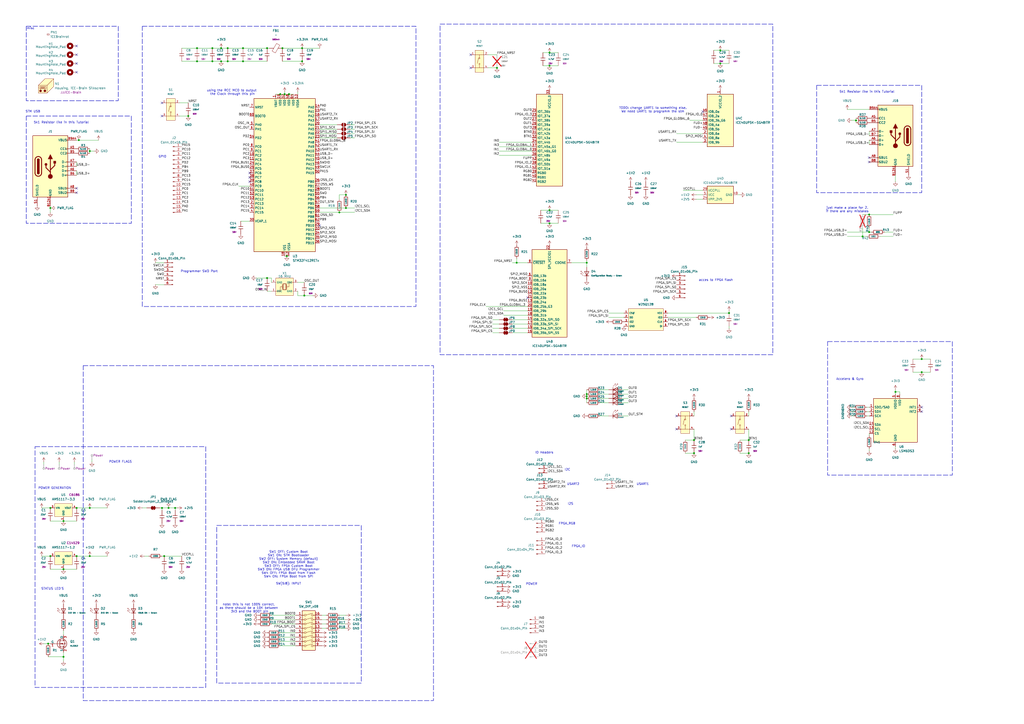
<source format=kicad_sch>
(kicad_sch (version 20250114) (generator "eeschema") (generator_version "9.0")
  (paper "A2")
  (lib_symbols
    (symbol "Connector:Conn_01x02_Pin" (pin_names (offset 1.016) (hide yes))
      (property "Reference" "J" (at 0 2.54 0))
      (property "Value" "Conn_01x02_Pin" (at 0 -5.08 0))
      (symbol "Conn_01x02_Pin_1_1"
        (pin passive line (at 5.08 0 180) (length 3.81) (name "Pin_1") (number "1"))
        (pin passive line (at 5.08 -2.54 180) (length 3.81) (name "Pin_2") (number "2"))
      )
    )
    (symbol "Connector:Conn_01x03_Pin" (pin_names (offset 1.016) (hide yes))
      (property "Reference" "J" (at 0 5.08 0))
      (property "Value" "Conn_01x03_Pin" (at 0 -5.08 0))
      (symbol "Conn_01x03_Pin_1_1"
        (pin passive line (at 5.08 2.54 180) (length 3.81) (name "Pin_1") (number "1"))
        (pin passive line (at 5.08 0 180) (length 3.81) (name "Pin_2") (number "2"))
        (pin passive line (at 5.08 -2.54 180) (length 3.81) (name "Pin_3") (number "3"))
      )
    )
    (symbol "Connector:Conn_01x04_Pin" (pin_names (offset 1.016) (hide yes))
      (property "Reference" "J" (at 0 5.08 0))
      (property "Value" "Conn_01x04_Pin" (at 0 -7.62 0))
      (symbol "Conn_01x04_Pin_1_1"
        (pin passive line (at 5.08 2.54 180) (length 3.81) (name "Pin_1") (number "1"))
        (pin passive line (at 5.08 0 180) (length 3.81) (name "Pin_2") (number "2"))
        (pin passive line (at 5.08 -2.54 180) (length 3.81) (name "Pin_3") (number "3"))
        (pin passive line (at 5.08 -5.08 180) (length 3.81) (name "Pin_4") (number "4"))
      )
    )
    (symbol "Connector:Conn_01x06_Pin" (pin_names (offset 1.016) (hide yes))
      (property "Reference" "J" (at 0 7.62 0))
      (property "Value" "Conn_01x06_Pin" (at 0 -10.16 0))
      (symbol "Conn_01x06_Pin_1_1"
        (pin passive line (at 5.08 5.08 180) (length 3.81) (name "Pin_1") (number "1"))
        (pin passive line (at 5.08 2.54 180) (length 3.81) (name "Pin_2") (number "2"))
        (pin passive line (at 5.08 0 180) (length 3.81) (name "Pin_3") (number "3"))
        (pin passive line (at 5.08 -2.54 180) (length 3.81) (name "Pin_4") (number "4"))
        (pin passive line (at 5.08 -5.08 180) (length 3.81) (name "Pin_5") (number "5"))
        (pin passive line (at 5.08 -7.62 180) (length 3.81) (name "Pin_6") (number "6"))
      )
    )
    (symbol "Connector:Conn_01x16_Pin" (pin_names (offset 1.016) (hide yes))
      (property "Reference" "J" (at 0 20.32 0))
      (property "Value" "Conn_01x16_Pin" (at 0 -22.86 0))
      (symbol "Conn_01x16_Pin_1_1"
        (pin passive line (at 5.08 17.78 180) (length 3.81) (name "Pin_1") (number "1"))
        (pin passive line (at 5.08 15.24 180) (length 3.81) (name "Pin_2") (number "2"))
        (pin passive line (at 5.08 12.7 180) (length 3.81) (name "Pin_3") (number "3"))
        (pin passive line (at 5.08 10.16 180) (length 3.81) (name "Pin_4") (number "4"))
        (pin passive line (at 5.08 7.62 180) (length 3.81) (name "Pin_5") (number "5"))
        (pin passive line (at 5.08 5.08 180) (length 3.81) (name "Pin_6") (number "6"))
        (pin passive line (at 5.08 2.54 180) (length 3.81) (name "Pin_7") (number "7"))
        (pin passive line (at 5.08 0 180) (length 3.81) (name "Pin_8") (number "8"))
        (pin passive line (at 5.08 -2.54 180) (length 3.81) (name "Pin_9") (number "9"))
        (pin passive line (at 5.08 -5.08 180) (length 3.81) (name "Pin_10") (number "10"))
        (pin passive line (at 5.08 -7.62 180) (length 3.81) (name "Pin_11") (number "11"))
        (pin passive line (at 5.08 -10.16 180) (length 3.81) (name "Pin_12") (number "12"))
        (pin passive line (at 5.08 -12.7 180) (length 3.81) (name "Pin_13") (number "13"))
        (pin passive line (at 5.08 -15.24 180) (length 3.81) (name "Pin_14") (number "14"))
        (pin passive line (at 5.08 -17.78 180) (length 3.81) (name "Pin_15") (number "15"))
        (pin passive line (at 5.08 -20.32 180) (length 3.81) (name "Pin_16") (number "16"))
      )
    )
    (symbol "FPGA_Lattice:ICE40UP5K-SG48ITR"
      (property "Reference" "U" (at -8.89 -29.21 0))
      (property "Value" "ICE40UP5K-SG48ITR" (at 0 -31.75 0))
      (symbol "ICE40UP5K-SG48ITR_1_1"
        (pin bidirectional line (at -10.16 15.24 0) (length 2.54) (name "IOT_36b") (number "25"))
        (pin bidirectional line (at -10.16 12.7 0) (length 2.54) (name "IOT_37a") (number "23"))
        (pin bidirectional line (at -10.16 10.16 0) (length 2.54) (name "IOT_38b") (number "27"))
        (pin bidirectional line (at -10.16 7.62 0) (length 2.54) (name "IOT_39a") (number "26"))
        (pin bidirectional line (at -10.16 5.08 0) (length 2.54) (name "IOT_41a") (number "28"))
        (pin bidirectional line (at -10.16 2.54 0) (length 2.54) (name "IOT_42b") (number "31"))
        (pin bidirectional line (at -10.16 0 0) (length 2.54) (name "IOT_43a") (number "32"))
        (pin bidirectional line (at -10.16 -2.54 0) (length 2.54) (name "IOT_44b") (number "34"))
        (pin bidirectional line (at -10.16 -5.08 0) (length 2.54) (name "IOT_45a_G1") (number "37"))
        (pin bidirectional line (at -10.16 -7.62 0) (length 2.54) (name "IOT_46b_G0") (number "35"))
        (pin bidirectional line (at -10.16 -10.16 0) (length 2.54) (name "IOT_48b") (number "36"))
        (pin bidirectional line (at -10.16 -12.7 0) (length 2.54) (name "IOT_49a") (number "43"))
        (pin bidirectional line (at -10.16 -15.24 0) (length 2.54) (name "IOT_50b") (number "38"))
        (pin bidirectional line (at -10.16 -17.78 0) (length 2.54) (name "IOT_51a") (number "42"))
        (pin open_collector line (at -10.16 -20.32 0) (length 2.54) (name "RGB0") (number "39"))
        (pin open_collector line (at -10.16 -22.86 0) (length 2.54) (name "RGB1") (number "40"))
        (pin open_collector line (at -10.16 -25.4 0) (length 2.54) (name "RGB2") (number "41"))
        (pin power_in line (at 0 27.94 270) (length 2.54) (name "VCCIO_0") (number "33"))
      )
      (symbol "ICE40UP5K-SG48ITR_2_1"
        (pin input line (at -12.7 17.78 0) (length 2.54) (name "~{CRESET}") (number "8"))
        (pin bidirectional line (at -12.7 10.16 0) (length 2.54) (name "IOB_13b") (number "6"))
        (pin bidirectional line (at -12.7 7.62 0) (length 2.54) (name "IOB_16a") (number "9"))
        (pin bidirectional line (at -12.7 5.08 0) (length 2.54) (name "IOB_18a") (number "10"))
        (pin bidirectional line (at -12.7 2.54 0) (length 2.54) (name "IOB_20a") (number "11"))
        (pin bidirectional line (at -12.7 0 0) (length 2.54) (name "IOB_22a") (number "12"))
        (pin bidirectional line (at -12.7 -2.54 0) (length 2.54) (name "IOB_23b") (number "21"))
        (pin bidirectional line (at -12.7 -5.08 0) (length 2.54) (name "IOB_24a") (number "13"))
        (pin bidirectional line (at -12.7 -7.62 0) (length 2.54) (name "IOB_25b_G3") (number "20"))
        (pin bidirectional line (at -12.7 -10.16 0) (length 2.54) (name "IOB_29b") (number "19"))
        (pin bidirectional line (at -12.7 -12.7 0) (length 2.54) (name "IOB_31b") (number "18"))
        (pin bidirectional line (at -12.7 -15.24 0) (length 2.54) (name "IOB_32a_SPI_SO") (number "14"))
        (pin bidirectional line (at -12.7 -17.78 0) (length 2.54) (name "IOB_33b_SPI_SI") (number "17"))
        (pin bidirectional line (at -12.7 -20.32 0) (length 2.54) (name "IOB_34a_SPI_SCK") (number "15"))
        (pin bidirectional line (at -12.7 -22.86 0) (length 2.54) (name "IOB_35b_SPI_SS") (number "16"))
        (pin power_in line (at 0 27.94 270) (length 2.54) (name "SPI_VCCIO1") (number "22"))
        (pin open_collector line (at 12.7 17.78 180) (length 2.54) (name "CDONE") (number "7"))
      )
      (symbol "ICE40UP5K-SG48ITR_3_1"
        (pin bidirectional line (at -10.16 5.08 0) (length 2.54) (name "IOB_0a") (number "46"))
        (pin bidirectional line (at -10.16 2.54 0) (length 2.54) (name "IOB_2a") (number "47"))
        (pin bidirectional line (at -10.16 0 0) (length 2.54) (name "IOB_3b_G6") (number "44"))
        (pin bidirectional line (at -10.16 -2.54 0) (length 2.54) (name "IOB_4a") (number "48"))
        (pin bidirectional line (at -10.16 -5.08 0) (length 2.54) (name "IOB_5b") (number "45"))
        (pin bidirectional line (at -10.16 -7.62 0) (length 2.54) (name "IOB_6a") (number "2"))
        (pin bidirectional line (at -10.16 -10.16 0) (length 2.54) (name "IOB_8a") (number "4"))
        (pin bidirectional line (at -10.16 -12.7 0) (length 2.54) (name "IOB_9b") (number "3"))
        (pin power_in line (at 0 17.78 270) (length 2.54) (name "VCCIO_2") (number "1"))
      )
      (symbol "ICE40UP5K-SG48ITR_4_1"
        (pin power_in line (at -2.54 10.16 270) (length 2.54) (name "VPP_2V5") (number "24"))
        (pin passive line (at 0 10.16 270) (length 2.54) (hide yes) (name "VCC") (number "30"))
        (pin power_in line (at 0 10.16 270) (length 2.54) (name "VCC") (number "5"))
        (pin power_in line (at 0 -10.16 90) (length 2.54) (name "GND") (number "49"))
        (pin power_out line (at 2.54 10.16 270) (length 2.54) (name "VCCPLL") (number "29"))
      )
    )
    (symbol "Jumper:SolderJumper_2_Bridged" (pin_numbers (hide yes)) (pin_names (offset 0) (hide yes)) (in_bom no)
      (property "Reference" "JP" (at 0 2.032 0))
      (property "Value" "SolderJumper_2_Bridged" (at 0 -2.54 0))
      (symbol "SolderJumper_2_Bridged_1_1"
        (pin passive line (at -3.81 0 0) (length 2.54) (name "A") (number "1"))
        (pin passive line (at 3.81 0 180) (length 2.54) (name "B") (number "2"))
      )
    )
    (symbol "Jumper:SolderJumper_2_Open" (pin_numbers (hide yes)) (pin_names (offset 0) (hide yes)) (in_bom no)
      (property "Reference" "JP" (at 0 2.032 0))
      (property "Value" "SolderJumper_2_Open" (at 0 -2.54 0))
      (symbol "SolderJumper_2_Open_1_1"
        (pin passive line (at -3.81 0 0) (length 2.54) (name "A") (number "1"))
        (pin passive line (at 3.81 0 180) (length 2.54) (name "B") (number "2"))
      )
    )
    (symbol "MCU_ST_STM32F4:STM32F412RETx"
      (property "Reference" "U" (at -17.78 46.99 0))
      (property "Value" "STM32F412RETx" (at 10.16 46.99 0))
      (symbol "STM32F412RETx_1_1"
        (pin input line (at -20.32 40.64 0) (length 2.54) (name "NRST") (number "7"))
        (pin input line (at -20.32 35.56 0) (length 2.54) (name "BOOT0") (number "60"))
        (pin bidirectional line (at -20.32 30.48 0) (length 2.54) (name "PH0") (number "5"))
        (pin bidirectional line (at -20.32 27.94 0) (length 2.54) (name "PH1") (number "6"))
        (pin bidirectional line (at -20.32 22.86 0) (length 2.54) (name "PD2") (number "54"))
        (pin bidirectional line (at -20.32 17.78 0) (length 2.54) (name "PC0") (number "8"))
        (pin bidirectional line (at -20.32 15.24 0) (length 2.54) (name "PC1") (number "9"))
        (pin bidirectional line (at -20.32 12.7 0) (length 2.54) (name "PC2") (number "10"))
        (pin bidirectional line (at -20.32 10.16 0) (length 2.54) (name "PC3") (number "11"))
        (pin bidirectional line (at -20.32 7.62 0) (length 2.54) (name "PC4") (number "24"))
        (pin bidirectional line (at -20.32 5.08 0) (length 2.54) (name "PC5") (number "25"))
        (pin bidirectional line (at -20.32 2.54 0) (length 2.54) (name "PC6") (number "37"))
        (pin bidirectional line (at -20.32 0 0) (length 2.54) (name "PC7") (number "38"))
        (pin bidirectional line (at -20.32 -2.54 0) (length 2.54) (name "PC8") (number "39"))
        (pin bidirectional line (at -20.32 -5.08 0) (length 2.54) (name "PC9") (number "40"))
        (pin bidirectional line (at -20.32 -7.62 0) (length 2.54) (name "PC10") (number "51"))
        (pin bidirectional line (at -20.32 -10.16 0) (length 2.54) (name "PC11") (number "52"))
        (pin bidirectional line (at -20.32 -12.7 0) (length 2.54) (name "PC12") (number "53"))
        (pin bidirectional line (at -20.32 -15.24 0) (length 2.54) (name "PC13") (number "2"))
        (pin bidirectional line (at -20.32 -17.78 0) (length 2.54) (name "PC14") (number "3"))
        (pin bidirectional line (at -20.32 -20.32 0) (length 2.54) (name "PC15") (number "4"))
        (pin power_out line (at -20.32 -25.4 0) (length 2.54) (name "VCAP_1") (number "30"))
        (pin power_in line (at -5.08 48.26 270) (length 2.54) (name "VBAT") (number "1"))
        (pin power_in line (at -2.54 48.26 270) (length 2.54) (name "VDD") (number "19"))
        (pin power_in line (at 0 48.26 270) (length 2.54) (name "VDD") (number "32"))
        (pin power_in line (at 0 -45.72 90) (length 2.54) (name "VSS") (number "18"))
        (pin passive line (at 0 -45.72 90) (length 2.54) (hide yes) (name "VSS") (number "31"))
        (pin passive line (at 0 -45.72 90) (length 2.54) (hide yes) (name "VSS") (number "47"))
        (pin passive line (at 0 -45.72 90) (length 2.54) (hide yes) (name "VSS") (number "63"))
        (pin power_in line (at 2.54 48.26 270) (length 2.54) (name "VDD") (number "48"))
        (pin power_in line (at 2.54 -45.72 90) (length 2.54) (name "VSSA") (number "12"))
        (pin power_in line (at 5.08 48.26 270) (length 2.54) (name "VDD") (number "64"))
        (pin power_in line (at 7.62 48.26 270) (length 2.54) (name "VDDA") (number "13"))
        (pin bidirectional line (at 20.32 40.64 180) (length 2.54) (name "PA0") (number "14"))
        (pin bidirectional line (at 20.32 38.1 180) (length 2.54) (name "PA1") (number "15"))
        (pin bidirectional line (at 20.32 35.56 180) (length 2.54) (name "PA2") (number "16"))
        (pin bidirectional line (at 20.32 33.02 180) (length 2.54) (name "PA3") (number "17"))
        (pin bidirectional line (at 20.32 30.48 180) (length 2.54) (name "PA4") (number "20"))
        (pin bidirectional line (at 20.32 27.94 180) (length 2.54) (name "PA5") (number "21"))
        (pin bidirectional line (at 20.32 25.4 180) (length 2.54) (name "PA6") (number "22"))
        (pin bidirectional line (at 20.32 22.86 180) (length 2.54) (name "PA7") (number "23"))
        (pin bidirectional line (at 20.32 20.32 180) (length 2.54) (name "PA8") (number "41"))
        (pin bidirectional line (at 20.32 17.78 180) (length 2.54) (name "PA9") (number "42"))
        (pin bidirectional line (at 20.32 15.24 180) (length 2.54) (name "PA10") (number "43"))
        (pin bidirectional line (at 20.32 12.7 180) (length 2.54) (name "PA11") (number "44"))
        (pin bidirectional line (at 20.32 10.16 180) (length 2.54) (name "PA12") (number "45"))
        (pin bidirectional line (at 20.32 7.62 180) (length 2.54) (name "PA13") (number "46"))
        (pin bidirectional line (at 20.32 5.08 180) (length 2.54) (name "PA14") (number "49"))
        (pin bidirectional line (at 20.32 2.54 180) (length 2.54) (name "PA15") (number "50"))
        (pin bidirectional line (at 20.32 -2.54 180) (length 2.54) (name "PB0") (number "26"))
        (pin bidirectional line (at 20.32 -5.08 180) (length 2.54) (name "PB1") (number "27"))
        (pin bidirectional line (at 20.32 -7.62 180) (length 2.54) (name "PB2") (number "28"))
        (pin bidirectional line (at 20.32 -10.16 180) (length 2.54) (name "PB3") (number "55"))
        (pin bidirectional line (at 20.32 -12.7 180) (length 2.54) (name "PB4") (number "56"))
        (pin bidirectional line (at 20.32 -15.24 180) (length 2.54) (name "PB5") (number "57"))
        (pin bidirectional line (at 20.32 -17.78 180) (length 2.54) (name "PB6") (number "58"))
        (pin bidirectional line (at 20.32 -20.32 180) (length 2.54) (name "PB7") (number "59"))
        (pin bidirectional line (at 20.32 -22.86 180) (length 2.54) (name "PB8") (number "61"))
        (pin bidirectional line (at 20.32 -25.4 180) (length 2.54) (name "PB9") (number "62"))
        (pin bidirectional line (at 20.32 -27.94 180) (length 2.54) (name "PB10") (number "29"))
        (pin bidirectional line (at 20.32 -30.48 180) (length 2.54) (name "PB12") (number "33"))
        (pin bidirectional line (at 20.32 -33.02 180) (length 2.54) (name "PB13") (number "34"))
        (pin bidirectional line (at 20.32 -35.56 180) (length 2.54) (name "PB14") (number "35"))
        (pin bidirectional line (at 20.32 -38.1 180) (length 2.54) (name "PB15") (number "36"))
      )
    )
    (symbol "Mechanical:Housing" (pin_names (offset 1.016))
      (property "Reference" "N" (at 3.81 0 0))
      (property "Value" "Housing" (at 3.81 -1.905 0))
    )
    (symbol "Mechanical:MountingHole_Pad" (pin_numbers (hide yes)) (pin_names (offset 1.016) (hide yes)) (in_bom no)
      (property "Reference" "H" (at 0 6.35 0))
      (property "Value" "MountingHole_Pad" (at 0 4.445 0))
      (symbol "MountingHole_Pad_1_1"
        (pin input line (at 0 -2.54 90) (length 2.54) (name "1") (number "1"))
      )
    )
    (symbol "PCM_JLCPCB-Capacitors:0603,100nF" (pin_numbers (hide yes)) (pin_names (offset 0))
      (property "Reference" "C" (at 2.032 1.668 0))
      (property "Value" "100nF" (at 2.032 -0.3782 0))
      (property "Voltage Rated" "50V" (at 2.032 -2.0462 0))
      (symbol "0603,100nF_1_1"
        (pin passive line (at 0 3.81 270) (length 3.175) (name "~") (number "1"))
        (pin passive line (at 0 -3.81 90) (length 3.175) (name "~") (number "2"))
      )
    )
    (symbol "PCM_JLCPCB-Capacitors:0603,10nF" (pin_numbers (hide yes)) (pin_names (offset 0))
      (property "Reference" "C" (at 2.032 1.668 0))
      (property "Value" "10nF" (at 2.032 -0.3782 0))
      (property "Voltage Rated" "50V" (at 2.032 -2.0462 0))
      (symbol "0603,10nF_1_1"
        (pin passive line (at 0 3.81 270) (length 3.175) (name "~") (number "1"))
        (pin passive line (at 0 -3.81 90) (length 3.175) (name "~") (number "2"))
      )
    )
    (symbol "PCM_JLCPCB-Capacitors:0603,10pF" (pin_numbers (hide yes)) (pin_names (offset 0))
      (property "Reference" "C" (at 2.032 1.668 0))
      (property "Value" "10pF" (at 2.032 -0.3782 0))
      (property "Voltage Rated" "50V" (at 2.032 -2.0462 0))
      (symbol "0603,10pF_1_1"
        (pin passive line (at 0 3.81 270) (length 3.175) (name "~") (number "1"))
        (pin passive line (at 0 -3.81 90) (length 3.175) (name "~") (number "2"))
      )
    )
    (symbol "PCM_JLCPCB-Capacitors:0603,1uF" (pin_numbers (hide yes)) (pin_names (offset 0))
      (property "Reference" "C" (at 2.032 1.668 0))
      (property "Value" "1uF" (at 2.032 -0.3782 0))
      (property "Voltage Rated" "50V" (at 2.032 -2.0462 0))
      (symbol "0603,1uF_1_1"
        (pin passive line (at 0 3.81 270) (length 3.175) (name "~") (number "1"))
        (pin passive line (at 0 -3.81 90) (length 3.175) (name "~") (number "2"))
      )
    )
    (symbol "PCM_JLCPCB-Capacitors:0805,22uF" (pin_numbers (hide yes)) (pin_names (offset 0))
      (property "Reference" "C" (at 2.032 1.668 0))
      (property "Value" "22uF" (at 2.032 -0.3782 0))
      (property "Voltage Rated" "25V" (at 2.032 -2.0462 0))
      (symbol "0805,22uF_1_1"
        (pin passive line (at 0 3.81 270) (length 3.175) (name "~") (number "1"))
        (pin passive line (at 0 -3.81 90) (length 3.175) (name "~") (number "2"))
      )
    )
    (symbol "PCM_JLCPCB-Capacitors:0805,4.7uF" (pin_numbers (hide yes)) (pin_names (offset 0))
      (property "Reference" "C" (at 2.032 1.668 0))
      (property "Value" "4.7uF" (at 2.032 -0.3782 0))
      (property "Voltage Rated" "25V" (at 2.032 -2.0462 0))
      (symbol "0805,4.7uF_1_1"
        (pin passive line (at 0 3.81 270) (length 3.175) (name "~") (number "1"))
        (pin passive line (at 0 -3.81 90) (length 3.175) (name "~") (number "2"))
      )
    )
    (symbol "PCM_JLCPCB-Connectors_Buttons:Tactile Button, 160gf, 12V, 50mA, 5.1mm" (pin_names (hide yes))
      (property "Reference" "S" (at 0 1.27 0))
      (property "Value" "Tactile Button, 160gf" (at 0 -8.89 0))
      (symbol "Tactile Button, 160gf, 12V, 50mA, 5.1mm_0_1"
        (pin unspecified line (at -5.08 2.54 0) (length 2.54) (name "A") (number "1"))
        (pin unspecified line (at -5.08 -5.08 0) (length 2.54) (name "C") (number "3"))
        (pin unspecified line (at 5.08 2.54 180) (length 2.54) (name "B") (number "2"))
        (pin unspecified line (at 5.08 -5.08 180) (length 2.54) (name "D") (number "4"))
      )
    )
    (symbol "PCM_JLCPCB-Crystals:Crystal, 16MHz, 9pF"
      (property "Reference" "X" (at 0 6.096 0))
      (symbol "Crystal, 16MHz, 9pF_0_1"
        (pin unspecified line (at -7.62 2.54 0) (length 2.54) (name "GND") (number "4"))
        (pin unspecified line (at 7.62 -2.54 180) (length 2.54) (name "GND") (number "2"))
      )
      (symbol "Crystal, 16MHz, 9pF_1_1"
        (pin unspecified line (at -7.62 -2.54 0) (length 2.54) (name "OSC") (number "1"))
        (pin unspecified line (at 7.62 2.54 180) (length 2.54) (name "OSC") (number "3"))
      )
    )
    (symbol "PCM_JLCPCB-Diodes:LED,0805,Green" (pin_numbers (hide yes)) (pin_names (offset 0))
      (property "Reference" "D" (at 2.032 0.834 0))
      (property "Value" "Green" (at 2.032 -1.2122 0))
      (symbol "LED,0805,Green_1_1"
        (pin passive line (at 0 3.81 270) (length 3.81) (name "~") (number "2"))
        (pin passive line (at 0 -3.81 90) (length 3.81) (name "~") (number "1"))
      )
    )
    (symbol "PCM_JLCPCB-Extended:Connector, USB-TYPE-C-16P"
      (property "Reference" "J" (at 2.54 2.54 0))
      (symbol "Connector, USB-TYPE-C-16P_1_1"
        (pin passive line (at -7.62 -22.86 90) (length 5.08) (name "SHIELD") (number "S1"))
        (pin passive line (at 0 -22.86 90) (length 5.08) (hide yes) (name "GND") (number "A12B1"))
        (pin passive line (at 0 -22.86 90) (length 5.08) (name "GND") (number "B12A1"))
        (pin passive line (at 15.24 15.24 180) (length 5.08) (hide yes) (name "VBUS") (number "A9B4"))
        (pin passive line (at 15.24 15.24 180) (length 5.08) (name "VBUS") (number "B9A4"))
        (pin bidirectional line (at 15.24 10.16 180) (length 5.08) (name "CC1") (number "A5"))
        (pin bidirectional line (at 15.24 7.62 180) (length 5.08) (name "CC2") (number "B5"))
        (pin bidirectional line (at 15.24 2.54 180) (length 5.08) (name "D-") (number "A7"))
        (pin bidirectional line (at 15.24 0 180) (length 5.08) (name "D-") (number "B7"))
        (pin bidirectional line (at 15.24 -2.54 180) (length 5.08) (name "D+") (number "A6"))
        (pin bidirectional line (at 15.24 -5.08 180) (length 5.08) (name "D+") (number "B6"))
        (pin bidirectional line (at 15.24 -12.7 180) (length 5.08) (name "SBU1") (number "A8"))
        (pin bidirectional line (at 15.24 -15.24 180) (length 5.08) (name "SBU2") (number "B8"))
      )
    )
    (symbol "PCM_JLCPCB-Inductors:Ferrite,0805,(2)" (pin_numbers (hide yes)) (pin_names (offset 0))
      (property "Reference" "FB" (at 3.4036 1.2508 0))
      (property "Current Rating" "500mA" (at 3.4036 -1.5274 0))
      (symbol "Ferrite,0805,(2)_1_1"
        (pin passive line (at 0 3.81 270) (length 2.54) (name "~") (number "1"))
        (pin passive line (at 0 -3.81 90) (length 2.54) (name "~") (number "2"))
      )
    )
    (symbol "PCM_JLCPCB-Manufacturing:Part Number, PCM_JLCPCB, 0.8x0.15mm"
      (property "Reference" "PN" (at 2.286 0 0))
    )
    (symbol "PCM_JLCPCB-Memory:16MByte, SPI"
      (property "Reference" "U" (at 0 1.27 0))
      (property "Value" "W25Q128" (at 0 -1.016 0))
      (symbol "16MByte, SPI_0_1"
        (pin unspecified line (at -12.7 5.08 0) (length 2.54) (name "CS#") (number "1"))
        (pin unspecified line (at -12.7 2.54 0) (length 2.54) (name "DO") (number "2"))
        (pin unspecified line (at -12.7 0 0) (length 2.54) (name "IO2") (number "3"))
        (pin unspecified line (at -12.7 -2.54 0) (length 2.54) (name "GND") (number "4"))
        (pin unspecified line (at 12.7 5.08 180) (length 2.54) (name "VCC") (number "8"))
        (pin unspecified line (at 12.7 2.54 180) (length 2.54) (name "IO3") (number "7"))
        (pin unspecified line (at 12.7 0 180) (length 2.54) (name "CLK") (number "6"))
        (pin unspecified line (at 12.7 -2.54 180) (length 2.54) (name "DI") (number "5"))
      )
    )
    (symbol "PCM_JLCPCB-Power:LDO, 3.3V, 1A"
      (property "Reference" "U" (at 0 8.89 0))
      (property "Value" "AMS1117" (at 0 6.35 0))
      (symbol "LDO, 3.3V, 1A_0_1"
        (pin unspecified line (at 0 -5.08 90) (length 2.54) (name "GND") (number "1"))
        (pin unspecified line (at 7.62 2.54 180) (length 2.54) (name "VOUT") (number "4"))
      )
      (symbol "LDO, 3.3V, 1A_1_1"
        (pin unspecified line (at -7.62 2.54 0) (length 2.54) (name "VIN") (number "3"))
        (pin unspecified line (at 7.62 2.54 180) (length 2.54) (hide yes) (name "VOUT") (number "2"))
      )
    )
    (symbol "PCM_JLCPCB-Resistors:0603,1.5kΩ" (pin_numbers (hide yes)) (pin_names (offset 0))
      (property "Reference" "R" (at 1.778 0 0))
      (property "Value" "1.5kΩ" (at 0 0 90))
      (symbol "0603,1.5kΩ_1_1"
        (pin passive line (at 0 3.81 270) (length 1.27) (name "~") (number "1"))
        (pin passive line (at 0 -3.81 90) (length 1.27) (name "~") (number "2"))
      )
    )
    (symbol "PCM_JLCPCB-Resistors:0603,100Ω" (pin_numbers (hide yes)) (pin_names (offset 0))
      (property "Reference" "R" (at 1.778 0 0))
      (property "Value" "100Ω" (at 0 0 90))
      (symbol "0603,100Ω_1_1"
        (pin passive line (at 0 3.81 270) (length 1.27) (name "~") (number "1"))
        (pin passive line (at 0 -3.81 90) (length 1.27) (name "~") (number "2"))
      )
    )
    (symbol "PCM_JLCPCB-Resistors:0603,15kΩ" (pin_numbers (hide yes)) (pin_names (offset 0))
      (property "Reference" "R" (at 1.778 0 0))
      (property "Value" "15kΩ" (at 0 0 90))
      (symbol "0603,15kΩ_1_1"
        (pin passive line (at 0 3.81 270) (length 1.27) (name "~") (number "1"))
        (pin passive line (at 0 -3.81 90) (length 1.27) (name "~") (number "2"))
      )
    )
    (symbol "PCM_JLCPCB-Resistors:0603,2.2kΩ" (pin_numbers (hide yes)) (pin_names (offset 0))
      (property "Reference" "R" (at 1.778 0 0))
      (property "Value" "2.2kΩ" (at 0 0 90))
      (symbol "0603,2.2kΩ_1_1"
        (pin passive line (at 0 3.81 270) (length 1.27) (name "~") (number "1"))
        (pin passive line (at 0 -3.81 90) (length 1.27) (name "~") (number "2"))
      )
    )
    (symbol "PCM_JLCPCB-Resistors:0603,5.1kΩ" (pin_numbers (hide yes)) (pin_names (offset 0))
      (property "Reference" "R" (at 1.778 0 0))
      (property "Value" "5.1kΩ" (at 0 0 90))
      (symbol "0603,5.1kΩ_1_1"
        (pin passive line (at 0 3.81 270) (length 1.27) (name "~") (number "1"))
        (pin passive line (at 0 -3.81 90) (length 1.27) (name "~") (number "2"))
      )
    )
    (symbol "PCM_JLCPCB-Resistors:0603,68Ω" (pin_numbers (hide yes)) (pin_names (offset 0))
      (property "Reference" "R" (at 1.778 0 0))
      (property "Value" "68Ω" (at 0 0 90))
      (symbol "0603,68Ω_1_1"
        (pin passive line (at 0 3.81 270) (length 1.27) (name "~") (number "1"))
        (pin passive line (at 0 -3.81 90) (length 1.27) (name "~") (number "2"))
      )
    )
    (symbol "PCM_JLCPCB-Transistors:NMOS,HL2312" (pin_names (offset 0))
      (property "Reference" "Q" (at 4.8514 0.834 0))
      (property "Value" "HL2312" (at 4.8514 -1.2122 0))
      (symbol "NMOS,HL2312_1_1"
        (pin input line (at -5.08 0 0) (length 2.54) (name "G") (number "1"))
        (pin passive line (at 2.54 5.08 270) (length 2.54) (name "D") (number "3"))
        (pin passive line (at 2.54 -5.08 90) (length 2.54) (name "S") (number "2"))
      )
    )
    (symbol "Sensor_Motion:LSM6DS3"
      (property "Reference" "U" (at -11.43 15.24 0))
      (property "Value" "LSM6DS3" (at -11.43 12.7 0))
      (symbol "LSM6DS3_1_1"
        (pin bidirectional line (at -15.24 7.62 0) (length 2.54) (name "SDO/SA0") (number "1"))
        (pin bidirectional line (at -15.24 5.08 0) (length 2.54) (name "SDX") (number "2"))
        (pin input line (at -15.24 2.54 0) (length 2.54) (name "SCX") (number "3"))
        (pin bidirectional line (at -15.24 -2.54 0) (length 2.54) (name "SDA") (number "14"))
        (pin input line (at -15.24 -5.08 0) (length 2.54) (name "SCL") (number "13"))
        (pin input line (at -15.24 -7.62 0) (length 2.54) (name "CS") (number "12"))
        (pin power_in line (at 0 15.24 270) (length 2.54) (name "VDDIO") (number "5"))
        (pin power_in line (at 0 -15.24 90) (length 2.54) (name "GND") (number "6"))
        (pin passive line (at 0 -15.24 90) (length 2.54) (hide yes) (name "GND") (number "7"))
        (pin power_in line (at 2.54 15.24 270) (length 2.54) (name "VDD") (number "8"))
        (pin no_connect line (at 12.7 -2.54 180) (length 3.81) (hide yes) (name "NC") (number "11"))
        (pin no_connect line (at 12.7 -5.08 180) (length 3.81) (hide yes) (name "NC") (number "10"))
        (pin output line (at 15.24 7.62 180) (length 2.54) (name "INT1") (number "4"))
        (pin output line (at 15.24 5.08 180) (length 2.54) (name "INT2") (number "9"))
      )
    )
    (symbol "Switch:SW_DIP_x08" (pin_names (offset 0) (hide yes))
      (property "Reference" "SW" (at 0 13.97 0))
      (property "Value" "SW_DIP_x08" (at 0 -11.43 0))
      (symbol "SW_DIP_x08_1_1"
        (pin passive line (at -7.62 10.16 0) (length 5.08) (name "~") (number "1"))
        (pin passive line (at -7.62 7.62 0) (length 5.08) (name "~") (number "2"))
        (pin passive line (at -7.62 5.08 0) (length 5.08) (name "~") (number "3"))
        (pin passive line (at -7.62 2.54 0) (length 5.08) (name "~") (number "4"))
        (pin passive line (at -7.62 0 0) (length 5.08) (name "~") (number "5"))
        (pin passive line (at -7.62 -2.54 0) (length 5.08) (name "~") (number "6"))
        (pin passive line (at -7.62 -5.08 0) (length 5.08) (name "~") (number "7"))
        (pin passive line (at -7.62 -7.62 0) (length 5.08) (name "~") (number "8"))
        (pin passive line (at 7.62 10.16 180) (length 5.08) (name "~") (number "16"))
        (pin passive line (at 7.62 7.62 180) (length 5.08) (name "~") (number "15"))
        (pin passive line (at 7.62 5.08 180) (length 5.08) (name "~") (number "14"))
        (pin passive line (at 7.62 2.54 180) (length 5.08) (name "~") (number "13"))
        (pin passive line (at 7.62 0 180) (length 5.08) (name "~") (number "12"))
        (pin passive line (at 7.62 -2.54 180) (length 5.08) (name "~") (number "11"))
        (pin passive line (at 7.62 -5.08 180) (length 5.08) (name "~") (number "10"))
        (pin passive line (at 7.62 -7.62 180) (length 5.08) (name "~") (number "9"))
      )
    )
    (symbol "power:+1V2" (power) (pin_numbers (hide yes)) (pin_names (offset 0) (hide yes))
      (property "Value" "+1V2" (at 0 3.556 0))
      (symbol "+1V2_1_1"
        (pin power_in line (at 0 0 90) (length 0) (name "~") (number "1"))
      )
    )
    (symbol "power:+2V5" (power) (pin_numbers (hide yes)) (pin_names (offset 0) (hide yes))
      (property "Value" "+2V5" (at 0 3.556 0))
      (symbol "+2V5_1_1"
        (pin power_in line (at 0 0 90) (length 0) (name "~") (number "1"))
      )
    )
    (symbol "power:+3.3VA" (power) (pin_numbers (hide yes)) (pin_names (offset 0) (hide yes))
      (property "Value" "+3.3VA" (at 0 3.556 0))
      (symbol "+3.3VA_1_1"
        (pin power_in line (at 0 0 90) (length 0) (name "~") (number "1"))
      )
    )
    (symbol "power:+3V3" (power) (pin_numbers (hide yes)) (pin_names (offset 0) (hide yes))
      (property "Value" "+3V3" (at 0 3.556 0))
      (symbol "+3V3_1_1"
        (pin power_in line (at 0 0 90) (length 0) (name "~") (number "1"))
      )
    )
    (symbol "power:GND" (power) (pin_numbers (hide yes)) (pin_names (offset 0) (hide yes))
      (property "Value" "GND" (at 0 -3.81 0))
      (symbol "GND_1_1"
        (pin power_in line (at 0 0 270) (length 0) (name "~") (number "1"))
      )
    )
    (symbol "power:PWR_FLAG" (power) (pin_numbers (hide yes)) (pin_names (offset 0) (hide yes))
      (property "Value" "PWR_FLAG" (at 0 3.81 0))
      (symbol "PWR_FLAG_0_0"
        (pin power_out line (at 0 0 90) (length 0) (name "~") (number "1"))
      )
    )
    (symbol "power:VBUS" (power) (pin_numbers (hide yes)) (pin_names (offset 0) (hide yes))
      (property "Value" "VBUS" (at 0 3.556 0))
      (symbol "VBUS_1_1"
        (pin power_in line (at 0 0 90) (length 0) (name "~") (number "1"))
      )
    )
  )
  (rectangle (start 82.55 15.24) (end 241.3 177.8) (stroke (width 0.254) (type dash)))
  (rectangle (start 20.32 259.08) (end 119.38 398.78) (stroke (width 0.254) (type dash)))
  (rectangle (start 473.71 49.53) (end 534.67 111.76) (stroke (width 0.254) (type dash)))
  (rectangle (start 48.26 212.09) (end 251.46 406.4) (stroke (width 0.254) (type dash)))
  (rectangle (start 15.24 15.24) (end 68.58 58.42) (stroke (width 0.254) (type dash)))
  (rectangle (start 125.73 304.8) (end 209.55 396.24) (stroke (width 0.254) (type dash)))
  (rectangle (start 480.06 198.12) (end 552.45 275.59) (stroke (width 0.254) (type dash)))
  (rectangle (start 255.27 13.97) (end 448.31 205.74) (stroke (width 0.254) (type dash)))
  (rectangle (start 15.24 67.31) (end 76.2 129.54) (stroke (width 0.254) (type dash)))
  (text "GPIO" (at 94.234 90.932 0) (effects (font (size 1.27 1.27))))
  (text "POWER GENERATION" (at 31.75 283.21 0) (effects (font (size 1.27 1.27))))
  (text "acces to FPGA flash" (at 415.29 162.56 0) (effects (font (size 1.27 1.27))))
  (text "FPGA_IO" (at 335.534 316.992 0) (effects (font (size 1.27 1.27))))
  (text "Programmer SWD Port" (at 115.57 157.48 0) (effects (font (size 1.27 1.27))))
  (text "misc" (at 17.78 16.51 0) (effects (font (size 1.27 1.27))))
  (text "I2S" (at 330.962 292.354 0) (effects (font (size 1.27 1.27))))
  (text "IO Headers" (at 315.722 262.636 0) (effects (font (size 1.27 1.27))))
  (text "5k1 Resistor like in this Tutorial\n" (at 502.92 53.34 0) (effects (font (size 1.27 1.27))))
  (text "TODO: change UART1 to something else.\nWe need UART1 to programm the stm" (at 378.714 63.754 0) (effects (font (size 1.27 1.27))))
  (text "I2C" (at 329.184 272.542 0) (effects (font (size 1.27 1.27))))
  (text "5k1 Resistor like in this Tutorial\n" (at 35.56 71.12 0) (effects (font (size 1.27 1.27))))
  (text "USART2" (at 332.486 280.924 0) (effects (font (size 1.27 1.27))))
  (text "Accelero & Gyro" (at 493.014 219.964 0) (effects (font (size 1.27 1.27))))
  (text "POWER FLAGS" (at 69.85 267.97 0) (effects (font (size 1.27 1.27))))
  (text "note: this is not 100% correct, \nas there should be a 10K between \n3V3 and the BOOT pin" (at 144.78 352.806 0) (effects (font (size 1.27 1.27))))
  (text "FPGA_RGB" (at 328.93 303.784 0) (effects (font (size 1.27 1.27))))
  (text "just make a place for 2,\nif there are any mistakes" (at 491.49 121.666 0) (effects (font (size 1.27 1.27))))
  (text "STATUS LED'S" (at 30.48 341.63 0) (effects (font (size 1.27 1.27))))
  (text "SW1 OFF: Custom Boot\nSW1 ON: STM Bootloader\nSW2 OFF: System Memory (default)\nSW2 ON: Embedded SRAM Boot\nSW3 OFF: FPGA Custom Boot\nSW3 ON: FPGA USB DFU Programmer\nSW4 OFF: FPGA Boot from Flash\nSW4 ON: FPGA Boot from SPI\n\nSW[5:8]: INPUT" (at 167.386 329.438 0) (effects (font (size 1.27 1.27))))
  (text "POWER" (at 308.356 338.836 0) (effects (font (size 1.27 1.27))))
  (text "STM USB" (at 19.05 64.77 0) (effects (font (size 1.27 1.27))))
  (text "USART1" (at 372.872 280.924 0) (effects (font (size 1.27 1.27))))
  (text "using the RCC MCO to output \nthe Clock through this pin" (at 134.874 53.594 0) (effects (font (size 1.27 1.27))))
  (junction (at 93.98 294.64))
  (junction (at 340.36 152.4))
  (junction (at 140.97 35.56))
  (junction (at 165.1 54.61))
  (junction (at 299.72 152.4))
  (junction (at 36.83 330.2))
  (junction (at 154.94 27.94))
  (junction (at 504.19 124.46))
  (junction (at 132.08 27.94))
  (junction (at 36.83 302.26))
  (junction (at 123.19 35.56))
  (junction (at 196.85 123.19))
  (junction (at 123.19 27.94))
  (junction (at 114.3 27.94))
  (junction (at 500.38 137.16))
  (junction (at 176.53 171.45))
  (junction (at 95.25 322.58))
  (junction (at 318.77 129.54))
  (junction (at 496.57 69.85))
  (junction (at 519.43 227.33))
  (junction (at 44.45 294.64))
  (junction (at 318.77 30.48))
  (junction (at 132.08 35.56))
  (junction (at 44.45 322.58))
  (junction (at 52.07 294.64))
  (junction (at 163.83 27.94))
  (junction (at 109.22 67.31))
  (junction (at 417.83 36.83))
  (junction (at 27.94 373.38))
  (junction (at 29.21 294.64))
  (junction (at 128.27 27.94))
  (junction (at 167.64 54.61))
  (junction (at 318.77 121.92))
  (junction (at 175.26 27.94))
  (junction (at 434.34 262.89))
  (junction (at 318.77 38.1))
  (junction (at 288.29 39.37))
  (junction (at 422.91 181.61))
  (junction (at 340.36 229.87))
  (junction (at 417.83 29.21))
  (junction (at 97.79 294.64))
  (junction (at 154.94 161.29))
  (junction (at 29.21 322.58))
  (junction (at 52.07 322.58))
  (junction (at 140.97 27.94))
  (junction (at 534.67 208.28))
  (junction (at 101.6 294.64))
  (junction (at 402.59 255.27))
  (junction (at 52.07 87.63))
  (junction (at 29.21 120.65))
  (junction (at 200.66 113.03))
  (junction (at 166.37 148.59))
  (junction (at 402.59 262.89))
  (junction (at 200.66 120.65))
  (junction (at 175.26 35.56))
  (junction (at 534.67 215.9))
  (junction (at 434.34 255.27))
  (junction (at 340.36 228.6))
  (junction (at 45.72 81.28))
  (junction (at 340.36 231.14))
  (junction (at 128.27 35.56))
  (junction (at 36.83 381))
  (junction (at 504.19 134.62))
  (junction (at 114.3 35.56))
  (junction (at 162.56 54.61))
  (no_connect (at 392.43 241.3))
  (no_connect (at 44.45 111.76))
  (no_connect (at 392.43 248.92))
  (no_connect (at 504.19 93.98))
  (no_connect (at 144.78 102.87))
  (no_connect (at 273.05 31.75))
  (no_connect (at 407.67 64.77))
  (no_connect (at 44.45 36.83))
  (no_connect (at 534.67 238.76))
  (no_connect (at 93.98 67.31))
  (no_connect (at 93.98 59.69))
  (no_connect (at 44.45 41.91))
  (no_connect (at 534.67 236.22))
  (no_connect (at 144.78 100.33))
  (no_connect (at 424.18 248.92))
  (no_connect (at 44.45 26.67))
  (no_connect (at 306.07 172.72))
  (no_connect (at 424.18 241.3))
  (no_connect (at 504.19 91.44))
  (no_connect (at 144.78 105.41))
  (no_connect (at 44.45 31.75))
  (no_connect (at 44.45 109.22))
  (no_connect (at 185.42 130.81))
  (no_connect (at 273.05 39.37))
  (wire (pts (xy 165.1 53.34) (xy 165.1 54.61)))
  (wire (pts (xy 93.98 295.91) (xy 93.98 294.64)))
  (wire (pts (xy 62.23 294.64) (xy 52.07 294.64)))
  (wire (pts (xy 114.3 27.94) (xy 123.19 27.94)))
  (wire (pts (xy 162.56 367.03) (xy 171.45 367.03)))
  (wire (pts (xy 82.55 294.64) (xy 85.09 294.64)))
  (wire (pts (xy 44.45 322.58) (xy 52.07 322.58)))
  (wire (pts (xy 504.19 261.62) (xy 504.19 260.35)))
  (wire (pts (xy 529.59 215.9) (xy 534.67 215.9)))
  (wire (pts (xy 318.77 121.92) (xy 323.85 121.92)))
  (wire (pts (xy 289.56 87.63) (xy 308.61 87.63)))
  (wire (pts (xy 93.98 294.64) (xy 97.79 294.64)))
  (wire (pts (xy 97.79 294.64) (xy 101.6 294.64)))
  (wire (pts (xy 396.24 110.49) (xy 407.67 110.49)))
  (wire (pts (xy 283.21 39.37) (xy 288.29 39.37)))
  (wire (pts (xy 313.69 121.92) (xy 318.77 121.92)))
  (wire (pts (xy 196.85 364.49) (xy 200.66 364.49)))
  (wire (pts (xy 297.18 185.42) (xy 306.07 185.42)))
  (wire (pts (xy 104.14 59.69) (xy 109.22 59.69)))
  (wire (pts (xy 318.77 129.54) (xy 323.85 129.54)))
  (wire (pts (xy 504.19 83.82) (xy 504.19 81.28)))
  (wire (pts (xy 285.75 187.96) (xy 289.56 187.96)))
  (wire (pts (xy 353.06 241.3) (xy 347.98 241.3)))
  (wire (pts (xy 353.06 184.15) (xy 361.95 184.15)))
  (wire (pts (xy 90.17 152.4) (xy 95.25 152.4)))
  (wire (pts (xy 195.58 77.47) (xy 185.42 77.47)))
  (wire (pts (xy 29.21 120.65) (xy 29.21 119.38)))
  (wire (pts (xy 186.69 361.95) (xy 189.23 361.95)))
  (wire (pts (xy 128.27 27.94) (xy 132.08 27.94)))
  (wire (pts (xy 513.08 134.62) (xy 518.16 134.62)))
  (wire (pts (xy 510.54 137.16) (xy 518.16 137.16)))
  (wire (pts (xy 44.45 101.6) (xy 44.45 99.06)))
  (wire (pts (xy 500.38 124.46) (xy 504.19 124.46)))
  (wire (pts (xy 140.97 35.56) (xy 154.94 35.56)))
  (wire (pts (xy 422.91 190.5) (xy 422.91 189.23)))
  (wire (pts (xy 504.19 124.46) (xy 518.16 124.46)))
  (wire (pts (xy 25.4 267.97) (xy 25.4 269.24)))
  (wire (pts (xy 162.56 372.11) (xy 171.45 372.11)))
  (wire (pts (xy 139.7 128.27) (xy 144.78 128.27)))
  (wire (pts (xy 53.34 266.7) (xy 53.34 267.97)))
  (wire (pts (xy 205.74 80.01) (xy 203.2 80.01)))
  (wire (pts (xy 496.57 69.85) (xy 496.57 71.12)))
  (wire (pts (xy 364.49 241.3) (xy 360.68 241.3)))
  (wire (pts (xy 281.94 177.8) (xy 306.07 177.8)))
  (wire (pts (xy 165.1 148.59) (xy 166.37 148.59)))
  (wire (pts (xy 123.19 27.94) (xy 128.27 27.94)))
  (wire (pts (xy 340.36 154.94) (xy 340.36 152.4)))
  (wire (pts (xy 292.1 180.34) (xy 306.07 180.34)))
  (wire (pts (xy 392.43 77.47) (xy 407.67 77.47)))
  (wire (pts (xy 83.82 322.58) (xy 86.36 322.58)))
  (wire (pts (xy 353.06 231.14) (xy 347.98 231.14)))
  (wire (pts (xy 157.48 359.41) (xy 171.45 359.41)))
  (wire (pts (xy 417.83 29.21) (xy 422.91 29.21)))
  (wire (pts (xy 24.13 322.58) (xy 29.21 322.58)))
  (wire (pts (xy 494.03 69.85) (xy 496.57 69.85)))
  (wire (pts (xy 171.45 361.95) (xy 157.48 361.95)))
  (wire (pts (xy 189.23 356.87) (xy 186.69 356.87)))
  (wire (pts (xy 529.59 208.28) (xy 534.67 208.28)))
  (wire (pts (xy 491.49 137.16) (xy 500.38 137.16)))
  (wire (pts (xy 36.83 383.54) (xy 36.83 381)))
  (wire (pts (xy 496.57 68.58) (xy 496.57 69.85)))
  (wire (pts (xy 318.77 38.1) (xy 323.85 38.1)))
  (wire (pts (xy 331.47 152.4) (xy 340.36 152.4)))
  (wire (pts (xy 494.03 238.76) (xy 495.3 238.76)))
  (wire (pts (xy 504.19 132.08) (xy 504.19 134.62)))
  (wire (pts (xy 189.23 364.49) (xy 186.69 364.49)))
  (wire (pts (xy 114.3 35.56) (xy 123.19 35.56)))
  (wire (pts (xy 403.86 113.03) (xy 407.67 113.03)))
  (wire (pts (xy 521.97 227.33) (xy 521.97 228.6)))
  (wire (pts (xy 397.51 262.89) (xy 402.59 262.89)))
  (wire (pts (xy 172.72 53.34) (xy 172.72 54.61)))
  (wire (pts (xy 297.18 190.5) (xy 306.07 190.5)))
  (wire (pts (xy 123.19 35.56) (xy 128.27 35.56)))
  (wire (pts (xy 353.06 228.6) (xy 347.98 228.6)))
  (wire (pts (xy 340.36 229.87) (xy 340.36 231.14)))
  (wire (pts (xy 318.77 30.48) (xy 323.85 30.48)))
  (wire (pts (xy 285.75 185.42) (xy 289.56 185.42)))
  (wire (pts (xy 52.07 322.58) (xy 62.23 322.58)))
  (wire (pts (xy 44.45 294.64) (xy 52.07 294.64)))
  (wire (pts (xy 195.58 72.39) (xy 185.42 72.39)))
  (wire (pts (xy 128.27 35.56) (xy 132.08 35.56)))
  (wire (pts (xy 519.43 260.35) (xy 519.43 259.08)))
  (wire (pts (xy 29.21 330.2) (xy 36.83 330.2)))
  (wire (pts (xy 402.59 248.92) (xy 402.59 255.27)))
  (wire (pts (xy 297.18 152.4) (xy 299.72 152.4)))
  (wire (pts (xy 163.83 35.56) (xy 175.26 35.56)))
  (wire (pts (xy 402.59 238.76) (xy 402.59 241.3)))
  (wire (pts (xy 200.66 120.65) (xy 185.42 120.65)))
  (wire (pts (xy 189.23 359.41) (xy 186.69 359.41)))
  (wire (pts (xy 289.56 82.55) (xy 308.61 82.55)))
  (wire (pts (xy 534.67 208.28) (xy 539.75 208.28)))
  (wire (pts (xy 167.64 54.61) (xy 170.18 54.61)))
  (wire (pts (xy 360.68 228.6) (xy 364.49 228.6)))
  (wire (pts (xy 434.34 255.27) (xy 429.26 255.27)))
  (wire (pts (xy 504.19 252.73) (xy 504.19 251.46)))
  (wire (pts (xy 172.72 171.45) (xy 172.72 168.91)))
  (wire (pts (xy 502.92 238.76) (xy 504.19 238.76)))
  (wire (pts (xy 148.59 161.29) (xy 154.94 161.29)))
  (wire (pts (xy 176.53 163.83) (xy 172.72 163.83)))
  (wire (pts (xy 195.58 80.01) (xy 185.42 80.01)))
  (wire (pts (xy 519.43 227.33) (xy 519.43 226.06)))
  (wire (pts (xy 387.35 181.61) (xy 422.91 181.61)))
  (wire (pts (xy 314.96 38.1) (xy 318.77 38.1)))
  (wire (pts (xy 93.98 322.58) (xy 95.25 322.58)))
  (wire (pts (xy 289.56 85.09) (xy 308.61 85.09)))
  (wire (pts (xy 519.43 227.33) (xy 519.43 228.6)))
  (wire (pts (xy 417.83 36.83) (xy 422.91 36.83)))
  (wire (pts (xy 434.34 248.92) (xy 434.34 255.27)))
  (wire (pts (xy 166.37 148.59) (xy 167.64 148.59)))
  (wire (pts (xy 34.29 267.97) (xy 34.29 269.24)))
  (wire (pts (xy 36.83 302.26) (xy 44.45 302.26)))
  (wire (pts (xy 297.18 187.96) (xy 306.07 187.96)))
  (wire (pts (xy 101.6 294.64) (xy 102.87 294.64)))
  (wire (pts (xy 414.02 29.21) (xy 417.83 29.21)))
  (wire (pts (xy 163.83 27.94) (xy 175.26 27.94)))
  (wire (pts (xy 132.08 27.94) (xy 140.97 27.94)))
  (wire (pts (xy 196.85 123.19) (xy 185.42 123.19)))
  (wire (pts (xy 185.42 74.93) (xy 195.58 74.93)))
  (wire (pts (xy 185.42 27.94) (xy 175.26 27.94)))
  (wire (pts (xy 422.91 180.34) (xy 422.91 181.61)))
  (wire (pts (xy 157.48 161.29) (xy 157.48 163.83)))
  (wire (pts (xy 36.83 330.2) (xy 44.45 330.2)))
  (wire (pts (xy 36.83 381) (xy 36.83 378.46)))
  (wire (pts (xy 205.74 120.65) (xy 200.66 120.65)))
  (wire (pts (xy 200.66 356.87) (xy 196.85 356.87)))
  (wire (pts (xy 90.17 165.1) (xy 95.25 165.1)))
  (wire (pts (xy 360.68 233.68) (xy 364.49 233.68)))
  (wire (pts (xy 491.49 134.62) (xy 504.19 134.62)))
  (wire (pts (xy 181.61 171.45) (xy 176.53 171.45)))
  (wire (pts (xy 340.36 152.4) (xy 340.36 151.13)))
  (wire (pts (xy 500.38 132.08) (xy 500.38 137.16)))
  (wire (pts (xy 494.03 241.3) (xy 495.3 241.3)))
  (wire (pts (xy 160.02 54.61) (xy 162.56 54.61)))
  (wire (pts (xy 144.78 107.95) (xy 138.43 107.95)))
  (wire (pts (xy 519.43 227.33) (xy 521.97 227.33)))
  (wire (pts (xy 403.86 115.57) (xy 407.67 115.57)))
  (wire (pts (xy 494.03 236.22) (xy 495.3 236.22)))
  (wire (pts (xy 360.68 226.06) (xy 364.49 226.06)))
  (wire (pts (xy 500.38 137.16) (xy 502.92 137.16)))
  (wire (pts (xy 299.72 149.86) (xy 299.72 152.4)))
  (wire (pts (xy 434.34 238.76) (xy 434.34 241.3)))
  (wire (pts (xy 534.67 215.9) (xy 539.75 215.9)))
  (wire (pts (xy 502.92 241.3) (xy 504.19 241.3)))
  (wire (pts (xy 43.18 267.97) (xy 43.18 269.24)))
  (wire (pts (xy 292.1 182.88) (xy 306.07 182.88)))
  (wire (pts (xy 29.21 123.19) (xy 29.21 120.65)))
  (wire (pts (xy 54.61 87.63) (xy 52.07 87.63)))
  (wire (pts (xy 340.36 228.6) (xy 340.36 229.87)))
  (wire (pts (xy 27.94 373.38) (xy 29.21 373.38)))
  (wire (pts (xy 205.74 72.39) (xy 203.2 72.39)))
  (wire (pts (xy 200.66 359.41) (xy 196.85 359.41)))
  (wire (pts (xy 95.25 322.58) (xy 105.41 322.58)))
  (wire (pts (xy 519.43 101.6) (xy 519.43 105.41)))
  (wire (pts (xy 140.97 27.94) (xy 154.94 27.94)))
  (wire (pts (xy 154.94 161.29) (xy 157.48 161.29)))
  (wire (pts (xy 313.69 129.54) (xy 318.77 129.54)))
  (wire (pts (xy 283.21 31.75) (xy 288.29 31.75)))
  (wire (pts (xy 196.85 361.95) (xy 200.66 361.95)))
  (wire (pts (xy 353.06 233.68) (xy 347.98 233.68)))
  (wire (pts (xy 101.6 295.91) (xy 101.6 294.64)))
  (wire (pts (xy 44.45 93.98) (xy 44.45 96.52)))
  (wire (pts (xy 52.07 87.63) (xy 52.07 88.9)))
  (wire (pts (xy 52.07 86.36) (xy 52.07 87.63)))
  (wire (pts (xy 196.85 113.03) (xy 196.85 115.57)))
  (wire (pts (xy 297.18 193.04) (xy 306.07 193.04)))
  (wire (pts (xy 402.59 255.27) (xy 397.51 255.27)))
  (wire (pts (xy 162.56 374.65) (xy 171.45 374.65)))
  (wire (pts (xy 36.83 365.76) (xy 36.83 368.3)))
  (wire (pts (xy 353.06 226.06) (xy 347.98 226.06)))
  (wire (pts (xy 44.45 81.28) (xy 45.72 81.28)))
  (wire (pts (xy 105.41 35.56) (xy 114.3 35.56)))
  (wire (pts (xy 504.19 76.2) (xy 504.19 78.74)))
  (wire (pts (xy 502.92 236.22) (xy 504.19 236.22)))
  (wire (pts (xy 154.94 168.91) (xy 157.48 168.91)))
  (wire (pts (xy 429.26 262.89) (xy 434.34 262.89)))
  (wire (pts (xy 414.02 36.83) (xy 417.83 36.83)))
  (wire (pts (xy 353.06 181.61) (xy 361.95 181.61)))
  (wire (pts (xy 132.08 35.56) (xy 140.97 35.56)))
  (wire (pts (xy 491.49 63.5) (xy 504.19 63.5)))
  (wire (pts (xy 400.05 69.85) (xy 407.67 69.85)))
  (wire (pts (xy 92.71 294.64) (xy 93.98 294.64)))
  (wire (pts (xy 360.68 231.14) (xy 364.49 231.14)))
  (wire (pts (xy 196.85 113.03) (xy 200.66 113.03)))
  (wire (pts (xy 392.43 82.55) (xy 407.67 82.55)))
  (wire (pts (xy 340.36 231.14) (xy 340.36 233.68)))
  (wire (pts (xy 314.96 30.48) (xy 318.77 30.48)))
  (wire (pts (xy 403.86 184.15) (xy 387.35 184.15)))
  (wire (pts (xy 205.74 77.47) (xy 203.2 77.47)))
  (wire (pts (xy 45.72 81.28) (xy 57.15 81.28)))
  (wire (pts (xy 24.13 294.64) (xy 29.21 294.64)))
  (wire (pts (xy 504.19 134.62) (xy 505.46 134.62)))
  (wire (pts (xy 171.45 356.87) (xy 157.48 356.87)))
  (wire (pts (xy 299.72 152.4) (xy 306.07 152.4)))
  (wire (pts (xy 154.94 27.94) (xy 156.21 27.94)))
  (wire (pts (xy 285.75 190.5) (xy 289.56 190.5)))
  (wire (pts (xy 105.41 27.94) (xy 114.3 27.94)))
  (wire (pts (xy 176.53 171.45) (xy 172.72 171.45)))
  (wire (pts (xy 162.56 54.61) (xy 165.1 54.61)))
  (wire (pts (xy 104.14 67.31) (xy 109.22 67.31)))
  (wire (pts (xy 285.75 193.04) (xy 289.56 193.04)))
  (wire (pts (xy 205.74 123.19) (xy 196.85 123.19)))
  (wire (pts (xy 205.74 74.93) (xy 203.2 74.93)))
  (wire (pts (xy 29.21 302.26) (xy 36.83 302.26)))
  (wire (pts (xy 165.1 54.61) (xy 167.64 54.61)))
  (wire (pts (xy 162.56 369.57) (xy 171.45 369.57)))
  (wire (pts (xy 27.94 381) (xy 36.83 381)))
  (wire (pts (xy 340.36 226.06) (xy 340.36 228.6)))
  (wire (pts (xy 427.99 113.03) (xy 429.26 113.03)))
  (wire (pts (xy 289.56 90.17) (xy 308.61 90.17)))
  (wire (pts (xy 25.4 373.38) (xy 27.94 373.38)))
  (label "FPGA_SPI_SI" (at 353.06 184.15 180))
  (label "I2C1_SDA" (at 317.5 274.32 0))
  (label "SWDIO" (at 95.25 157.48 180))
  (label "BOOT0" (at 171.45 356.87 180))
  (label "I2S5_WS" (at 185.42 107.95 0))
  (label "SWCLK" (at 185.42 97.79 0))
  (label "OUT3" (at 308.61 74.93 180))
  (label "FPGA_SPI_SO" (at 387.35 189.23 0))
  (label "SPI2_SCK" (at 306.07 165.1 180))
  (label "USB_D-" (at 44.45 96.52 0))
  (label "FPGA_BUS0" (at 306.07 170.18 180))
  (label "IN0" (at 289.56 82.55 180))
  (label "I2C1_SCL" (at 504.19 248.92 180))
  (label "SPI1_SCK" (at 185.42 74.93 0))
  (label "OUT0" (at 364.49 226.06 0))
  (label "SPI2_NSS" (at 185.42 133.35 0))
  (label "IN0" (at 312.42 359.41 0))
  (label "BOOT1" (at 171.45 359.41 180))
  (label "BTN1" (at 434.34 255.27 0))
  (label "PC0" (at 105.41 110.49 0))
  (label "USART2_RX" (at 317.5 283.21 0))
  (label "OUT3" (at 364.49 233.68 0))
  (label "PB9" (at 185.42 128.27 0))
  (label "USB_D+" (at 185.42 92.71 0))
  (label "SWO" (at 185.42 113.03 0))
  (label "FPGA_SPI_SI" (at 285.75 187.96 180))
  (label "USART2_TX" (at 185.42 67.31 0))
  (label "PC15" (at 105.41 107.95 0))
  (label "FUPP" (at 518.16 124.46 0))
  (label "PA1" (at 105.41 123.19 0))
  (label "USART1_TX" (at 185.42 85.09 0))
  (label "FPGA_IO_3" (at 316.23 321.31 0))
  (label "OUT1" (at 312.42 375.92 0))
  (label "FPGA_GLOBAL_0" (at 308.61 87.63 180))
  (label "PA1" (at 185.42 64.77 0))
  (label "USB_D+" (at 44.45 101.6 0))
  (label "FPGA_SPI_SO" (at 285.75 185.42 180))
  (label "FUD-" (at 407.67 74.93 180))
  (label "OUT_STM" (at 185.42 118.11 0))
  (label "USB_D-" (at 185.42 90.17 0))
  (label "FPGA_IO_1" (at 308.61 97.79 180))
  (label "FPGA_IO_0" (at 407.67 67.31 180))
  (label "PC10" (at 105.41 87.63 0))
  (label "FPGA_SPI_SCK" (at 285.75 190.5 180))
  (label "NRST" (at 144.78 62.23 180))
  (label "FPGA_BUS1" (at 306.07 175.26 180))
  (label "FPGA_CLK" (at 138.43 107.95 180))
  (label "BTN0" (at 402.59 255.27 0))
  (label "OUT3" (at 312.42 381 0))
  (label "IN2" (at 171.45 372.11 180))
  (label "I2C1_SDA" (at 292.1 182.88 180))
  (label "I2S5_WS" (at 316.23 293.37 0))
  (label "FPGA_NRST" (at 288.29 31.75 0))
  (label "PC3" (at 105.41 118.11 0))
  (label "RGB0" (at 308.61 100.33 180))
  (label "IN1" (at 289.56 87.63 180))
  (label "IN1" (at 312.42 361.95 0))
  (label "OUT0" (at 308.61 64.77 180))
  (label "PD2" (at 105.41 95.25 0))
  (label "FUD+" (at 407.67 72.39 180))
  (label "I2C1_SCL" (at 317.5 271.78 0))
  (label "FPGA_NRST" (at 297.18 152.4 180))
  (label "PD2" (at 144.78 80.01 180))
  (label "BOOT1" (at 185.42 110.49 0))
  (label "VCCPLL" (at 396.24 110.49 0))
  (label "IN2" (at 312.42 364.49 0))
  (label "RGB0" (at 316.23 303.53 0))
  (label "USART1_RX" (at 356.87 283.21 0))
  (label "SPI2_SCK" (at 185.42 135.89 0))
  (label "FPGA_SPI_CS" (at 171.45 364.49 180))
  (label "FPGA_GLOBAL_3" (at 304.8 177.8 180))
  (label "OUT2" (at 312.42 378.46 0))
  (label "PA15" (at 185.42 100.33 0))
  (label "IN3" (at 312.42 367.03 0))
  (label "FPGA_SPI_SO" (at 392.43 167.64 180))
  (label "NRST" (at 95.25 162.56 180))
  (label "FPGA_SPI_SCK" (at 387.35 186.69 0))
  (label "OUT1" (at 308.61 72.39 180))
  (label "USART2_TX" (at 317.5 280.67 0))
  (label "OUT2" (at 308.61 69.85 180))
  (label "I2S5_SD" (at 185.42 125.73 0))
  (label "IN2" (at 289.56 90.17 180))
  (label "RGB1" (at 308.61 102.87 180))
  (label "FPGA_SPI_CS" (at 205.74 72.39 0))
  (label "BTN1" (at 308.61 80.01 180))
  (label "I2S5_CK" (at 316.23 290.83 0))
  (label "FPGA_GLOBAL_6" (at 185.42 82.55 0))
  (label "OUT1" (at 364.49 228.6 0))
  (label "IN3" (at 289.56 85.09 180))
  (label "PC12" (at 144.78 115.57 180))
  (label "FPGA_SPI_SCK" (at 205.74 74.93 0))
  (label "PC13" (at 144.78 118.11 180))
  (label "RGB2" (at 316.23 308.61 0))
  (label "FPGA_GLOBAL_6" (at 400.05 69.85 180))
  (label "USART1_RX" (at 392.43 77.47 180))
  (label "SPI2_MISO" (at 306.07 160.02 180))
  (label "FPGA_IO_0" (at 316.23 313.69 0))
  (label "FPGA_USB_D+" (at 491.49 134.62 180))
  (label "FPGA_CLK" (at 281.94 177.8 180))
  (label "FPGA_SPI_CS" (at 353.06 181.61 180))
  (label "PC14" (at 144.78 120.65 180))
  (label "PA15" (at 105.41 85.09 0))
  (label "I2S5_CK" (at 185.42 105.41 0))
  (label "FPGA_SPI_SI" (at 205.74 77.47 0))
  (label "PB4" (at 185.42 115.57 0))
  (label "FPGA_SPI_SO" (at 205.74 80.01 0))
  (label "I2C1_SCL" (at 292.1 180.34 180))
  (label "FPGA_USB_D+" (at 504.19 83.82 180))
  (label "FPGA_IO_2" (at 316.23 318.77 0))
  (label "PC11" (at 105.41 90.17 0))
  (label "I2C1_SDA" (at 504.19 246.38 180))
  (label "PC10" (at 144.78 110.49 180))
  (label "OSC_IN" (at 154.94 168.91 180))
  (label "FUD+" (at 518.16 134.62 0))
  (label "SPI1_MOSI" (at 185.42 80.01 0))
  (label "BTN0" (at 308.61 77.47 180))
  (label "FPGA_BUS1" (at 144.78 95.25 180))
  (label "PC1" (at 105.41 113.03 0))
  (label "FPGA_SPI_SI" (at 392.43 165.1 180))
  (label "I2C1_SCL" (at 205.74 120.65 0))
  (label "PC3" (at 144.78 92.71 180))
  (label "OSC_OUT" (at 176.53 163.83 0))
  (label "PC0" (at 144.78 85.09 180))
  (label "FPGA_IO_2" (at 308.61 95.25 180))
  (label "BOOT0" (at 144.78 67.31 180))
  (label "PA0" (at 185.42 62.23 0))
  (label "PC1" (at 144.78 87.63 180))
  (label "NRST" (at 109.22 59.69 0))
  (label "SPI2_NSS" (at 306.07 167.64 180))
  (label "FUD-" (at 518.16 137.16 0))
  (label "SWO" (at 95.25 160.02 180))
  (label "PC15" (at 144.78 123.19 180))
  (label "I2S5_SD" (at 316.23 295.91 0))
  (label "I2C1_SDA" (at 205.74 123.19 0))
  (label "SWDIO" (at 185.42 95.25 0))
  (label "RGB1" (at 316.23 306.07 0))
  (label "OUT0" (at 312.42 373.38 0))
  (label "PC2" (at 105.41 115.57 0))
  (label "SPI1_MISO" (at 185.42 77.47 0))
  (label "FPGA_USB_D-" (at 491.49 137.16 180))
  (label "USART1_TX" (at 356.87 280.67 0))
  (label "OUT_STM" (at 364.49 241.3 0))
  (label "SWCLK" (at 95.25 154.94 180))
  (label "SPI2_MISO" (at 185.42 138.43 0))
  (label "FPGA_IO_3" (at 308.61 67.31 180))
  (label "RGB2" (at 308.61 105.41 180))
  (label "FUPP" (at 308.61 92.71 180))
  (label "FPGA_USB_D-" (at 504.19 78.74 180))
  (label "OSC_OUT" (at 144.78 74.93 180))
  (label "PB9" (at 105.41 100.33 0))
  (label "FPGA_BOOT" (at 171.45 361.95 180))
  (label "OUT2" (at 364.49 231.14 0))
  (label "SPI2_MOSI" (at 185.42 140.97 0))
  (label "FPGA_SPI_CS" (at 392.43 162.56 180))
  (label "FPGA_IO_1" (at 316.23 316.23 0))
  (label "PC11" (at 144.78 113.03 180))
  (label "USART1_TX" (at 392.43 82.55 180))
  (label "PB4" (at 105.41 97.79 0))
  (label "PC13" (at 105.41 102.87 0))
  (label "USART1_RX" (at 185.42 87.63 0))
  (label "PC12" (at 105.41 92.71 0))
  (label "IN0" (at 171.45 367.03 180))
  (label "OSC_IN" (at 144.78 72.39 180))
  (label "VCCPLL" (at 105.41 322.58 0))
  (label "IN1" (at 171.45 369.57 180))
  (label "FPGA_GLOBAL_1" (at 308.61 85.09 180))
  (label "PA0" (at 105.41 120.65 0))
  (label "USART2_RX" (at 185.42 69.85 0))
  (label "FPGA_BUS0" (at 144.78 97.79 180))
  (label "IN3" (at 171.45 374.65 180))
  (label "FPGA_SPI_SCK" (at 392.43 170.18 180))
  (label "FPGA_BOOT" (at 306.07 162.56 180))
  (label "PC2" (at 144.78 90.17 180))
  (label "PC14" (at 105.41 105.41 0))
  (label "FPGA_SPI_CS" (at 285.75 193.04 180))
  (label "SPI2_MOSI" (at 407.67 80.01 180))
  (netclass_flag "" (length 2.54) (shape round) (at 43.18 269.24 180) (property "Netclass" "Power" (at 43.8785 271.78 0) (effects (justify left))))
  (netclass_flag "" (length 2.54) (shape round) (at 34.29 269.24 180) (property "Netclass" "Power" (at 34.9885 271.78 0) (effects (justify left))))
  (netclass_flag "" (length 2.54) (shape round) (at 25.4 269.24 180) (property "Netclass" "Power" (at 26.0985 271.78 0) (effects (justify left))))
  (netclass_flag "" (length 2.54) (shape round) (at 53.34 266.7 0) (property "Netclass" "Power" (at 54.0385 264.16 0) (effects (justify left))))
  (symbol (lib_id "power:GND") (at 293.37 342.9 90) (unit 1)
    (property "Reference" "#PWR062" (effects (hide yes)))
    (property "Value" "GND" (at 297.18 342.8999 90) (effects (justify right)))
    (property "Description" "Power symbol creates a global label with name \"GND\" , ground" (effects (hide yes)))
  )
  (symbol (lib_id "PCM_JLCPCB-Connectors_Buttons:Tactile Button, 160gf, 12V, 50mA, 5.1mm") (at 397.51 243.84 0) (unit 1)
    (property "Reference" "S3" (at 397.51 233.68 0))
    (property "Value" "RESET" (at 397.51 236.22 0) (effects (font (size 0.8 0.8))))
    (property "Footprint" "PCM_JLCPCB:SW-SMD_4P-L5.1-W5.1-P3.70-LS6.5-TL-2" (effects (hide yes)))
    (property "Datasheet" "https://www.lcsc.com/datasheet/lcsc_datasheet_2304140030_XKB-Connection-TS-1187A-B-A-B_C318884.pdf" (effects (hide yes)))
    (property "Description" "None Without 50mA 5.1mm 100000 Times 160gf 12V 5.1mm 1.5mm Round Button Standing paste SPST SMD Tactile Switches ROHS" (effects (hide yes)))
    (property "LCSC" "C318884" (effects (hide yes)))
    (property "Stock" "472664" (effects (hide yes)))
    (property "Price" "0.025USD" (effects (hide yes)))
    (property "Process" "SMT" (effects (hide yes)))
    (property "Minimum Qty" "10" (effects (hide yes)))
    (property "Attrition Qty" "5" (effects (hide yes)))
    (property "Class" "Basic Component" (effects (hide yes)))
    (property "Category" "Switches,Tactile Switches" (effects (hide yes)))
    (property "Manufacturer" "XKB Connectivity" (effects (hide yes)))
    (property "Part" "TS-1187A-B-A-B" (effects (hide yes)))
    (property "Switch Length" "5.1mm" (effects (hide yes)))
    (property "Voltage Rating (Dc)" "12V" (effects (hide yes)))
    (property "With Lamp" "No" (effects (hide yes)))
    (property "Operating Force" "160gf" (effects (hide yes)))
    (property "Actuator/Cap Color" "Golden" (effects (hide yes)))
    (property "Mechanical Life" "100000 Times" (effects (hide yes)))
    (property "Strike Gundam" "NO" (effects (hide yes)))
    (property "Circuit" "SPST" (effects (hide yes)))
    (property "Switch Height" "1.5mm" (effects (hide yes)))
    (property "Actuator Style" "Round Button" (effects (hide yes)))
    (property "Switch Width" "5.1mm" (effects (hide yes)))
    (property "Contact Current" "50mA" (effects (hide yes)))
    (property "Operating Temperature" "-30°C~+85°C" (effects (hide yes)))
    (property "Mounting Style" "Brick nogging" (effects (hide yes)))
  )
  (symbol (lib_id "PCM_JLCPCB-Resistors:0603,5.1kΩ") (at 48.26 86.36 90) (unit 1)
    (property "Reference" "R3" (at 48.26 84.328 90))
    (property "Value" "5.1kΩ" (at 48.26 86.36 90) (effects (font (size 0.8 0.8))))
    (property "Footprint" "PCM_JLCPCB:R_0603" (effects (hide yes)))
    (property "Datasheet" "https://www.lcsc.com/datasheet/lcsc_datasheet_2206010116_UNI-ROYAL-Uniroyal-Elec-0603WAF5101T5E_C23186.pdf" (effects (hide yes)))
    (property "Description" "100mW Thick Film Resistors 75V ±100ppm/°C ±1% 5.1kΩ 0603 Chip Resistor - Surface Mount ROHS" (effects (hide yes)))
    (property "LCSC" "C23186" (effects (hide yes)))
    (property "Stock" "9223405" (effects (hide yes)))
    (property "Price" "0.004USD" (effects (hide yes)))
    (property "Process" "SMT" (effects (hide yes)))
    (property "Minimum Qty" "20" (effects (hide yes)))
    (property "Attrition Qty" "10" (effects (hide yes)))
    (property "Class" "Basic Component" (effects (hide yes)))
    (property "Category" "Resistors,Chip Resistor - Surface Mount" (effects (hide yes)))
    (property "Manufacturer" "UNI-ROYAL(Uniroyal Elec)" (effects (hide yes)))
    (property "Part" "0603WAF5101T5E" (effects (hide yes)))
    (property "Resistance" "5.1kΩ" (effects (hide yes)))
    (property "Power(Watts)" "100mW" (effects (hide yes)))
    (property "Type" "Thick Film Resistors" (effects (hide yes)))
    (property "Overload Voltage (Max)" "75V" (effects (hide yes)))
    (property "Operating Temperature Range" "-55°C~+155°C" (effects (hide yes)))
    (property "Tolerance" "±1%" (effects (hide yes)))
    (property "Temperature Coefficient" "±100ppm/°C" (effects (hide yes)))
  )
  (symbol (lib_id "Connector:Conn_01x02_Pin") (at 288.29 349.25 0) (unit 1)
    (property "Reference" "J6" (at 288.925 344.17 0))
    (property "Value" "Conn_01x02_Pin" (at 288.925 346.71 0))
    (property "Footprint" "Connector_PinHeader_2.54mm:PinHeader_1x02_P2.54mm_Vertical" (effects (hide yes)))
    (property "Description" "Generic connector, single row, 01x02, script generated" (effects (hide yes)))
  )
  (symbol (lib_id "PCM_JLCPCB-Connectors_Buttons:Tactile Button, 160gf, 12V, 50mA, 5.1mm") (at 278.13 34.29 0) (unit 1)
    (property "Reference" "S2" (at 278.13 24.13 0))
    (property "Value" "RESET" (at 278.13 26.67 0) (effects (font (size 0.8 0.8))))
    (property "Footprint" "PCM_JLCPCB:SW-SMD_4P-L5.1-W5.1-P3.70-LS6.5-TL-2" (effects (hide yes)))
    (property "Datasheet" "https://www.lcsc.com/datasheet/lcsc_datasheet_2304140030_XKB-Connection-TS-1187A-B-A-B_C318884.pdf" (effects (hide yes)))
    (property "Description" "None Without 50mA 5.1mm 100000 Times 160gf 12V 5.1mm 1.5mm Round Button Standing paste SPST SMD Tactile Switches ROHS" (effects (hide yes)))
    (property "LCSC" "C318884" (effects (hide yes)))
    (property "Stock" "472664" (effects (hide yes)))
    (property "Price" "0.025USD" (effects (hide yes)))
    (property "Process" "SMT" (effects (hide yes)))
    (property "Minimum Qty" "10" (effects (hide yes)))
    (property "Attrition Qty" "5" (effects (hide yes)))
    (property "Class" "Basic Component" (effects (hide yes)))
    (property "Category" "Switches,Tactile Switches" (effects (hide yes)))
    (property "Manufacturer" "XKB Connectivity" (effects (hide yes)))
    (property "Part" "TS-1187A-B-A-B" (effects (hide yes)))
    (property "Switch Length" "5.1mm" (effects (hide yes)))
    (property "Voltage Rating (Dc)" "12V" (effects (hide yes)))
    (property "With Lamp" "No" (effects (hide yes)))
    (property "Operating Force" "160gf" (effects (hide yes)))
    (property "Actuator/Cap Color" "Golden" (effects (hide yes)))
    (property "Mechanical Life" "100000 Times" (effects (hide yes)))
    (property "Strike Gundam" "NO" (effects (hide yes)))
    (property "Circuit" "SPST" (effects (hide yes)))
    (property "Switch Height" "1.5mm" (effects (hide yes)))
    (property "Actuator Style" "Round Button" (effects (hide yes)))
    (property "Switch Width" "5.1mm" (effects (hide yes)))
    (property "Contact Current" "50mA" (effects (hide yes)))
    (property "Operating Temperature" "-30°C~+85°C" (effects (hide yes)))
    (property "Mounting Style" "Brick nogging" (effects (hide yes)))
  )
  (symbol (lib_id "PCM_JLCPCB-Resistors:0603,1.5kΩ") (at 344.17 228.6 270) (unit 1)
    (property "Reference" "R24" (at 348.742 227.584 90))
    (property "Value" "1.5kΩ" (at 344.17 228.6 90) (effects (font (size 0.8 0.8))))
    (property "Footprint" "PCM_JLCPCB:R_0603" (effects (hide yes)))
    (property "Datasheet" "https://www.lcsc.com/datasheet/lcsc_datasheet_2206010130_UNI-ROYAL-Uniroyal-Elec-0603WAF1501T5E_C22843.pdf" (effects (hide yes)))
    (property "Description" "100mW Thick Film Resistors 75V ±100ppm/°C ±1% 1.5kΩ 0603 Chip Resistor - Surface Mount ROHS" (effects (hide yes)))
    (property "LCSC" "C22843" (effects (hide yes)))
    (property "Stock" "2582969" (effects (hide yes)))
    (property "Price" "0.004USD" (effects (hide yes)))
    (property "Process" "SMT" (effects (hide yes)))
    (property "Minimum Qty" "20" (effects (hide yes)))
    (property "Attrition Qty" "10" (effects (hide yes)))
    (property "Class" "Basic Component" (effects (hide yes)))
    (property "Category" "Resistors,Chip Resistor - Surface Mount" (effects (hide yes)))
    (property "Manufacturer" "UNI-ROYAL(Uniroyal Elec)" (effects (hide yes)))
    (property "Part" "0603WAF1501T5E" (effects (hide yes)))
    (property "Resistance" "1.5kΩ" (effects (hide yes)))
    (property "Power(Watts)" "100mW" (effects (hide yes)))
    (property "Type" "Thick Film Resistors" (effects (hide yes)))
    (property "Overload Voltage (Max)" "75V" (effects (hide yes)))
    (property "Operating Temperature Range" "-55°C~+155°C" (effects (hide yes)))
    (property "Tolerance" "±1%" (effects (hide yes)))
    (property "Temperature Coefficient" "±100ppm/°C" (effects (hide yes)))
  )
  (symbol (lib_id "power:+1V2") (at 365.76 105.41 0) (unit 1)
    (property "Reference" "#PWR078" (effects (hide yes)))
    (property "Value" "+1V2" (at 365.76 100.33 0))
    (property "Description" "Power symbol creates a global label with name \"+1V2\"" (effects (hide yes)))
  )
  (symbol (lib_id "power:GND") (at 340.36 162.56 0) (unit 1)
    (property "Reference" "#PWR073" (effects (hide yes)))
    (property "Value" "GND" (at 340.36 167.64 0))
    (property "Description" "Power symbol creates a global label with name \"GND\" , ground" (effects (hide yes)))
  )
  (symbol (lib_id "PCM_JLCPCB-Resistors:0603,5.1kΩ") (at 500.38 68.58 270) (mirror x) (unit 1)
    (property "Reference" "R37" (at 500.38 66.548 90))
    (property "Value" "5.1kΩ" (at 500.38 68.58 90) (effects (font (size 0.8 0.8))))
    (property "Footprint" "PCM_JLCPCB:R_0603" (effects (hide yes)))
    (property "Datasheet" "https://www.lcsc.com/datasheet/lcsc_datasheet_2206010116_UNI-ROYAL-Uniroyal-Elec-0603WAF5101T5E_C23186.pdf" (effects (hide yes)))
    (property "Description" "100mW Thick Film Resistors 75V ±100ppm/°C ±1% 5.1kΩ 0603 Chip Resistor - Surface Mount ROHS" (effects (hide yes)))
    (property "LCSC" "C23186" (effects (hide yes)))
    (property "Stock" "9223405" (effects (hide yes)))
    (property "Price" "0.004USD" (effects (hide yes)))
    (property "Process" "SMT" (effects (hide yes)))
    (property "Minimum Qty" "20" (effects (hide yes)))
    (property "Attrition Qty" "10" (effects (hide yes)))
    (property "Class" "Basic Component" (effects (hide yes)))
    (property "Category" "Resistors,Chip Resistor - Surface Mount" (effects (hide yes)))
    (property "Manufacturer" "UNI-ROYAL(Uniroyal Elec)" (effects (hide yes)))
    (property "Part" "0603WAF5101T5E" (effects (hide yes)))
    (property "Resistance" "5.1kΩ" (effects (hide yes)))
    (property "Power(Watts)" "100mW" (effects (hide yes)))
    (property "Type" "Thick Film Resistors" (effects (hide yes)))
    (property "Overload Voltage (Max)" "75V" (effects (hide yes)))
    (property "Operating Temperature Range" "-55°C~+155°C" (effects (hide yes)))
    (property "Tolerance" "±1%" (effects (hide yes)))
    (property "Temperature Coefficient" "±100ppm/°C" (effects (hide yes)))
  )
  (symbol (lib_id "power:+3V3") (at 186.69 367.03 270) (unit 1)
    (property "Reference" "#PWR049" (effects (hide yes)))
    (property "Value" "+3V3" (at 190.5 367.0299 90) (effects (justify left)))
    (property "Description" "Power symbol creates a global label with name \"+3V3\"" (effects (hide yes)))
  )
  (symbol (lib_id "power:GND") (at 504.19 261.62 0) (unit 1)
    (property "Reference" "#PWR0102" (effects (hide yes)))
    (property "Value" "GND" (at 504.19 266.7 0))
    (property "Description" "Power symbol creates a global label with name \"GND\" , ground" (effects (hide yes)))
  )
  (symbol (lib_id "PCM_JLCPCB-Resistors:0603,1.5kΩ") (at 434.34 234.95 0) (unit 1)
    (property "Reference" "R33" (at 436.88 234.9499 0) (effects (justify left)))
    (property "Value" "1.5kΩ" (at 434.34 234.95 90) (effects (font (size 0.8 0.8))))
    (property "Footprint" "PCM_JLCPCB:R_0603" (effects (hide yes)))
    (property "Datasheet" "https://www.lcsc.com/datasheet/lcsc_datasheet_2206010130_UNI-ROYAL-Uniroyal-Elec-0603WAF1501T5E_C22843.pdf" (effects (hide yes)))
    (property "Description" "100mW Thick Film Resistors 75V ±100ppm/°C ±1% 1.5kΩ 0603 Chip Resistor - Surface Mount ROHS" (effects (hide yes)))
    (property "LCSC" "C22843" (effects (hide yes)))
    (property "Stock" "2582969" (effects (hide yes)))
    (property "Price" "0.004USD" (effects (hide yes)))
    (property "Process" "SMT" (effects (hide yes)))
    (property "Minimum Qty" "20" (effects (hide yes)))
    (property "Attrition Qty" "10" (effects (hide yes)))
    (property "Class" "Basic Component" (effects (hide yes)))
    (property "Category" "Resistors,Chip Resistor - Surface Mount" (effects (hide yes)))
    (property "Manufacturer" "UNI-ROYAL(Uniroyal Elec)" (effects (hide yes)))
    (property "Part" "0603WAF1501T5E" (effects (hide yes)))
    (property "Resistance" "1.5kΩ" (effects (hide yes)))
    (property "Power(Watts)" "100mW" (effects (hide yes)))
    (property "Type" "Thick Film Resistors" (effects (hide yes)))
    (property "Overload Voltage (Max)" "75V" (effects (hide yes)))
    (property "Operating Temperature Range" "-55°C~+155°C" (effects (hide yes)))
    (property "Tolerance" "±1%" (effects (hide yes)))
    (property "Temperature Coefficient" "±100ppm/°C" (effects (hide yes)))
  )
  (symbol (lib_id "power:VBUS") (at 491.49 63.5 0) (mirror y) (unit 1)
    (property "Reference" "#PWR097" (effects (hide yes)))
    (property "Value" "VBUS" (at 491.49 58.42 0))
    (property "Description" "Power symbol creates a global label with name \"VBUS\"" (effects (hide yes)))
  )
  (symbol (lib_id "PCM_JLCPCB-Diodes:LED,0805,Green") (at 340.36 158.75 0) (unit 1)
    (property "Reference" "D4" (at 342.9 157.3846 0) (effects (justify left)))
    (property "Value" "Configuration Ready - Green" (at 342.9 159.9247 0) (effects (font (size 0.8 0.8)) (justify left)))
    (property "Footprint" "PCM_JLCPCB:D_0805" (effects (hide yes)))
    (property "Datasheet" "https://www.lcsc.com/datasheet/lcsc_datasheet_1806151820_Hubei-KENTO-Elec-KT-0805G_C2297.pdf" (effects (hide yes)))
    (property "Description" "Emerald 0805 LED Indication - Discrete ROHS" (effects (hide yes)))
    (property "LCSC" "C2297" (effects (hide yes)))
    (property "Stock" "2062782" (effects (hide yes)))
    (property "Price" "0.014USD" (effects (hide yes)))
    (property "Process" "SMT" (effects (hide yes)))
    (property "Minimum Qty" "20" (effects (hide yes)))
    (property "Attrition Qty" "10" (effects (hide yes)))
    (property "Class" "Basic Component" (effects (hide yes)))
    (property "Category" "Optoelectronics,Light Emitting Diodes (LED)" (effects (hide yes)))
    (property "Manufacturer" "Hubei KENTO Elec" (effects (hide yes)))
    (property "Part" "KT-0805G" (effects (hide yes)))
    (property "Emitted Color" "Emerald" (effects (hide yes)))
  )
  (symbol (lib_id "power:+3V3") (at 417.83 52.07 0) (unit 1)
    (property "Reference" "#PWR091" (effects (hide yes)))
    (property "Value" "+3V3" (at 417.83 46.99 0))
    (property "Description" "Power symbol creates a global label with name \"+3V3\"" (effects (hide yes)))
  )
  (symbol (lib_id "power:GND") (at 494.03 69.85 270) (mirror x) (unit 1)
    (property "Reference" "#PWR098" (effects (hide yes)))
    (property "Value" "GND" (at 490.22 69.8499 90) (effects (justify right)))
    (property "Description" "Power symbol creates a global label with name \"GND\" , ground" (effects (hide yes)))
  )
  (symbol (lib_id "power:+3V3") (at 186.69 374.65 270) (unit 1)
    (property "Reference" "#PWR052" (effects (hide yes)))
    (property "Value" "+3V3" (at 190.5 374.6499 90) (effects (justify left)))
    (property "Description" "Power symbol creates a global label with name \"+3V3\"" (effects (hide yes)))
  )
  (symbol (lib_id "power:GND") (at 36.83 330.2 0) (unit 1)
    (property "Reference" "#PWR09" (effects (hide yes)))
    (property "Value" "GND" (at 36.83 335.28 0))
    (property "Description" "Power symbol creates a global label with name \"GND\" , ground" (effects (hide yes)))
  )
  (symbol (lib_id "Jumper:SolderJumper_2_Bridged") (at 293.37 193.04 0) (unit 1) (in_bom no)
    (property "Reference" "JP9" (at 296.926 192.024 0))
    (property "Value" "SolderJumper_2_Bridged" (effects (hide yes)))
    (property "Footprint" "Jumper:SolderJumper-2_P1.3mm_Bridged_RoundedPad1.0x1.5mm" (effects (hide yes)))
    (property "Description" "Solder Jumper, 2-pole, closed/bridged" (effects (hide yes)))
  )
  (symbol (lib_id "PCM_JLCPCB-Capacitors:0603,100nF") (at 114.3 31.75 0) (unit 1)
    (property "Reference" "C11" (at 116.84 29.2099 0) (effects (justify left)))
    (property "Value" "100nF" (at 116.84 31.75 0) (effects (font (size 0.8 0.8)) (justify left)))
    (property "Footprint" "PCM_JLCPCB:C_0603" (effects (hide yes)))
    (property "Datasheet" "https://www.lcsc.com/datasheet/lcsc_datasheet_2211101700_YAGEO-CC0603KRX7R9BB104_C14663.pdf" (effects (hide yes)))
    (property "Description" "50V 100nF X7R ±10% 0603 Multilayer Ceramic Capacitors MLCC - SMD/SMT ROHS" (effects (hide yes)))
    (property "LCSC" "C14663" (effects (hide yes)))
    (property "Stock" "70324515" (effects (hide yes)))
    (property "Price" "0.006USD" (effects (hide yes)))
    (property "Process" "SMT" (effects (hide yes)))
    (property "Minimum Qty" "20" (effects (hide yes)))
    (property "Attrition Qty" "10" (effects (hide yes)))
    (property "Class" "Basic Component" (effects (hide yes)))
    (property "Category" "Capacitors,Multilayer Ceramic Capacitors MLCC - SMD/SMT" (effects (hide yes)))
    (property "Manufacturer" "YAGEO" (effects (hide yes)))
    (property "Part" "CC0603KRX7R9BB104" (effects (hide yes)))
    (property "Voltage Rated" "50V" (at 116.84 34.29 0) (effects (font (size 0.8 0.8)) (justify left)))
    (property "Tolerance" "±10%" (effects (hide yes)))
    (property "Capacitance" "100nF" (effects (hide yes)))
    (property "Temperature Coefficient" "X7R" (effects (hide yes)))
  )
  (symbol (lib_id "Mechanical:Housing") (at 27.94 49.53 0) (unit 1)
    (property "Reference" "N1" (at 31.75 48.5774 0) (effects (justify left)))
    (property "Value" "Housing, iCE-Brain Silkscreen" (at 31.75 51.1174 0) (effects (justify left)))
    (property "Footprint" "JJ:iCE-Brain" (at 41.148 53.594 0))
    (property "Description" "Housing" (effects (hide yes)))
  )
  (symbol (lib_id "PCM_JLCPCB-Connectors_Buttons:Tactile Button, 160gf, 12V, 50mA, 5.1mm") (at 99.06 62.23 0) (unit 1)
    (property "Reference" "S1" (at 99.06 52.07 0))
    (property "Value" "RESET" (at 99.06 54.61 0) (effects (font (size 0.8 0.8))))
    (property "Footprint" "PCM_JLCPCB:SW-SMD_4P-L5.1-W5.1-P3.70-LS6.5-TL-2" (effects (hide yes)))
    (property "Datasheet" "https://www.lcsc.com/datasheet/lcsc_datasheet_2304140030_XKB-Connection-TS-1187A-B-A-B_C318884.pdf" (effects (hide yes)))
    (property "Description" "None Without 50mA 5.1mm 100000 Times 160gf 12V 5.1mm 1.5mm Round Button Standing paste SPST SMD Tactile Switches ROHS" (effects (hide yes)))
    (property "LCSC" "C318884" (effects (hide yes)))
    (property "Stock" "472664" (effects (hide yes)))
    (property "Price" "0.025USD" (effects (hide yes)))
    (property "Process" "SMT" (effects (hide yes)))
    (property "Minimum Qty" "10" (effects (hide yes)))
    (property "Attrition Qty" "5" (effects (hide yes)))
    (property "Class" "Basic Component" (effects (hide yes)))
    (property "Category" "Switches,Tactile Switches" (effects (hide yes)))
    (property "Manufacturer" "XKB Connectivity" (effects (hide yes)))
    (property "Part" "TS-1187A-B-A-B" (effects (hide yes)))
    (property "Switch Length" "5.1mm" (effects (hide yes)))
    (property "Voltage Rating (Dc)" "12V" (effects (hide yes)))
    (property "With Lamp" "No" (effects (hide yes)))
    (property "Operating Force" "160gf" (effects (hide yes)))
    (property "Actuator/Cap Color" "Golden" (effects (hide yes)))
    (property "Mechanical Life" "100000 Times" (effects (hide yes)))
    (property "Strike Gundam" "NO" (effects (hide yes)))
    (property "Circuit" "SPST" (effects (hide yes)))
    (property "Switch Height" "1.5mm" (effects (hide yes)))
    (property "Actuator Style" "Round Button" (effects (hide yes)))
    (property "Switch Width" "5.1mm" (effects (hide yes)))
    (property "Contact Current" "50mA" (effects (hide yes)))
    (property "Operating Temperature" "-30°C~+85°C" (effects (hide yes)))
    (property "Mounting Style" "Brick nogging" (effects (hide yes)))
  )
  (symbol (lib_id "power:+3V3") (at 82.55 294.64 90) (unit 1)
    (property "Reference" "#PWR022" (effects (hide yes)))
    (property "Value" "+3V3" (at 78.74 294.6399 90) (effects (justify left)))
    (property "Description" "Power symbol creates a global label with name \"+3V3\"" (effects (hide yes)))
  )
  (symbol (lib_id "PCM_JLCPCB-Resistors:0603,15kΩ") (at 158.75 369.57 90) (mirror x) (unit 1)
    (property "Reference" "R12" (at 163.322 368.554 90))
    (property "Value" "15kΩ" (at 158.75 369.57 90) (effects (font (size 0.8 0.8))))
    (property "Footprint" "PCM_JLCPCB:R_0603" (effects (hide yes)))
    (property "Datasheet" "https://www.lcsc.com/datasheet/lcsc_datasheet_2206010130_UNI-ROYAL-Uniroyal-Elec-0603WAF1502T5E_C22809.pdf" (effects (hide yes)))
    (property "Description" "100mW Thick Film Resistors 75V ±100ppm/°C ±1% 15kΩ 0603 Chip Resistor - Surface Mount ROHS" (effects (hide yes)))
    (property "LCSC" "C22809" (effects (hide yes)))
    (property "Stock" "1478337" (effects (hide yes)))
    (property "Price" "0.004USD" (effects (hide yes)))
    (property "Process" "SMT" (effects (hide yes)))
    (property "Minimum Qty" "20" (effects (hide yes)))
    (property "Attrition Qty" "10" (effects (hide yes)))
    (property "Class" "Basic Component" (effects (hide yes)))
    (property "Category" "Resistors,Chip Resistor - Surface Mount" (effects (hide yes)))
    (property "Manufacturer" "UNI-ROYAL(Uniroyal Elec)" (effects (hide yes)))
    (property "Part" "0603WAF1502T5E" (effects (hide yes)))
    (property "Resistance" "15kΩ" (effects (hide yes)))
    (property "Power(Watts)" "100mW" (effects (hide yes)))
    (property "Type" "Thick Film Resistors" (effects (hide yes)))
    (property "Overload Voltage (Max)" "75V" (effects (hide yes)))
    (property "Operating Temperature Range" "-55°C~+155°C" (effects (hide yes)))
    (property "Tolerance" "±1%" (effects (hide yes)))
    (property "Temperature Coefficient" "±100ppm/°C" (effects (hide yes)))
  )
  (symbol (lib_id "PCM_JLCPCB-Memory:16MByte, SPI") (at 374.65 186.69 0) (unit 1)
    (property "Reference" "U5" (at 374.65 173.99 0))
    (property "Value" "W25Q128" (at 374.65 176.53 0))
    (property "Footprint" "PCM_JLCPCB:SOIC-8_L5.3-W5.3-P1.27-LS8.0-BL" (effects (hide yes)))
    (property "Datasheet" "https://www.lcsc.com/datasheet/lcsc_datasheet_1811142111_Winbond-Elec-W25Q128JVSIQ_C97521.pdf" (effects (hide yes)))
    (property "Description" "128Mbit SOIC-8-208mil NOR FLASH ROHS" (effects (hide yes)))
    (property "LCSC" "C97521" (effects (hide yes)))
    (property "Stock" "80440" (effects (hide yes)))
    (property "Price" "0.896USD" (effects (hide yes)))
    (property "Process" "SMT" (effects (hide yes)))
    (property "Minimum Qty" "1" (effects (hide yes)))
    (property "Attrition Qty" "0" (effects (hide yes)))
    (property "Class" "Basic Component" (effects (hide yes)))
    (property "Category" "Memory,NOR FLASH" (effects (hide yes)))
    (property "Manufacturer" "Winbond Elec" (effects (hide yes)))
    (property "Part" "W25Q128JVSIQ" (effects (hide yes)))
    (property "Memory Size" "128Mbit" (effects (hide yes)))
  )
  (symbol (lib_id "PCM_JLCPCB-Power:LDO, 3.3V, 1A") (at 36.83 297.18 0) (unit 1)
    (property "Reference" "U1" (at 36.83 287.02 0))
    (property "Value" "AMS1117-3.3" (at 36.83 289.56 0))
    (property "Footprint" "PCM_JLCPCB:SOT-223-3_L6.5-W3.4-P2.30-LS7.0-BR" (effects (hide yes)))
    (property "Datasheet" "https://www.lcsc.com/datasheet/lcsc_datasheet_2410121508_Advanced-Monolithic-Systems-AMS1117-3-3_C6186.pdf" (effects (hide yes)))
    (property "Description" "72dB@(120Hz) 1A Fixed 3.3V Positive electrode SOT-223 Voltage Regulators - Linear, Low Drop Out (LDO) Regulators ROHS" (effects (hide yes)))
    (property "LCSC" "C6186" (at 43.18 287.02 0))
    (property "Stock" "1270542" (effects (hide yes)))
    (property "Price" "0.169USD" (effects (hide yes)))
    (property "Process" "SMT" (effects (hide yes)))
    (property "Minimum Qty" "2" (effects (hide yes)))
    (property "Attrition Qty" "0" (effects (hide yes)))
    (property "Class" "Basic Component" (effects (hide yes)))
    (property "Category" "Power Management ICs,Linear Voltage Regulators (LDO)" (effects (hide yes)))
    (property "Manufacturer" "Advanced Monolithic Systems" (effects (hide yes)))
    (property "Part" "AMS1117-3.3" (effects (hide yes)))
    (property "Number Of Outputs" "1" (effects (hide yes)))
    (property "Output Voltage" "3.3V" (effects (hide yes)))
    (property "Dropout Voltage" "1.3V@(800mA)" (effects (hide yes)))
    (property "Output Current" "1A" (effects (hide yes)))
    (property "Output Type" "Fixed" (effects (hide yes)))
    (property "Output Polarity" "Positive electrode" (effects (hide yes)))
    (property "Power Supply Rejection Ratio (Psrr)" "72dB@(120Hz)" (effects (hide yes)))
    (property "Feature" "Overcurrent Protection(OCP);Thermal Protection(TSD)" (effects (hide yes)))
  )
  (symbol (lib_id "Connector:Conn_01x06_Pin") (at 100.33 157.48 0) (mirror y) (unit 1)
    (property "Reference" "J3" (at 99.695 147.32 0))
    (property "Value" "Conn_01x06_Pin" (at 99.695 149.86 0))
    (property "Footprint" "Connector_PinHeader_2.54mm:PinHeader_1x06_P2.54mm_Vertical" (effects (hide yes)))
    (property "Description" "Generic connector, single row, 01x06, script generated" (effects (hide yes)))
  )
  (symbol (lib_id "power:GND") (at 139.7 135.89 0) (unit 1)
    (property "Reference" "#PWR034" (effects (hide yes)))
    (property "Value" "GND" (at 139.7 140.97 0))
    (property "Description" "Power symbol creates a global label with name \"GND\" , ground" (effects (hide yes)))
  )
  (symbol (lib_id "Switch:SW_DIP_x08") (at 179.07 367.03 0) (unit 1)
    (property "Reference" "SW1" (at 179.07 349.25 0))
    (property "Value" "SW_DIP_x08" (at 179.07 351.79 0))
    (property "Footprint" "Button_Switch_THT:SW_DIP_SPSTx08_Slide_6.7x21.88mm_W7.62mm_P2.54mm_LowProfile" (effects (hide yes)))
    (property "Description" "8x DIP Switch, Single Pole Single Throw (SPST) switch, small symbol" (effects (hide yes)))
  )
  (symbol (lib_id "power:+3V3") (at 519.43 226.06 0) (unit 1)
    (property "Reference" "#PWR0104" (effects (hide yes)))
    (property "Value" "+3V3" (at 519.43 220.98 0))
    (property "Description" "Power symbol creates a global label with name \"+3V3\"" (effects (hide yes)))
  )
  (symbol (lib_id "PCM_JLCPCB-Resistors:0603,1.5kΩ") (at 499.11 241.3 270) (mirror x) (unit 1)
    (property "Reference" "R36" (at 496.57 240.284 90) (effects (justify right)))
    (property "Value" "1.5kΩ" (at 499.11 241.3 90) (effects (font (size 0.8 0.8))))
    (property "Footprint" "PCM_JLCPCB:R_0603" (effects (hide yes)))
    (property "Datasheet" "https://www.lcsc.com/datasheet/lcsc_datasheet_2206010130_UNI-ROYAL-Uniroyal-Elec-0603WAF1501T5E_C22843.pdf" (effects (hide yes)))
    (property "Description" "100mW Thick Film Resistors 75V ±100ppm/°C ±1% 1.5kΩ 0603 Chip Resistor - Surface Mount ROHS" (effects (hide yes)))
    (property "LCSC" "C22843" (effects (hide yes)))
    (property "Stock" "2582969" (effects (hide yes)))
    (property "Price" "0.004USD" (effects (hide yes)))
    (property "Process" "SMT" (effects (hide yes)))
    (property "Minimum Qty" "20" (effects (hide yes)))
    (property "Attrition Qty" "10" (effects (hide yes)))
    (property "Class" "Basic Component" (effects (hide yes)))
    (property "Category" "Resistors,Chip Resistor - Surface Mount" (effects (hide yes)))
    (property "Manufacturer" "UNI-ROYAL(Uniroyal Elec)" (effects (hide yes)))
    (property "Part" "0603WAF1501T5E" (effects (hide yes)))
    (property "Resistance" "1.5kΩ" (effects (hide yes)))
    (property "Power(Watts)" "100mW" (effects (hide yes)))
    (property "Type" "Thick Film Resistors" (effects (hide yes)))
    (property "Overload Voltage (Max)" "75V" (effects (hide yes)))
    (property "Operating Temperature Range" "-55°C~+155°C" (effects (hide yes)))
    (property "Tolerance" "±1%" (effects (hide yes)))
    (property "Temperature Coefficient" "±100ppm/°C" (effects (hide yes)))
  )
  (symbol (lib_id "PCM_JLCPCB-Resistors:0603,1.5kΩ") (at 344.17 226.06 270) (unit 1)
    (property "Reference" "R23" (at 348.742 225.044 90))
    (property "Value" "1.5kΩ" (at 344.17 226.06 90) (effects (font (size 0.8 0.8))))
    (property "Footprint" "PCM_JLCPCB:R_0603" (effects (hide yes)))
    (property "Datasheet" "https://www.lcsc.com/datasheet/lcsc_datasheet_2206010130_UNI-ROYAL-Uniroyal-Elec-0603WAF1501T5E_C22843.pdf" (effects (hide yes)))
    (property "Description" "100mW Thick Film Resistors 75V ±100ppm/°C ±1% 1.5kΩ 0603 Chip Resistor - Surface Mount ROHS" (effects (hide yes)))
    (property "LCSC" "C22843" (effects (hide yes)))
    (property "Stock" "2582969" (effects (hide yes)))
    (property "Price" "0.004USD" (effects (hide yes)))
    (property "Process" "SMT" (effects (hide yes)))
    (property "Minimum Qty" "20" (effects (hide yes)))
    (property "Attrition Qty" "10" (effects (hide yes)))
    (property "Class" "Basic Component" (effects (hide yes)))
    (property "Category" "Resistors,Chip Resistor - Surface Mount" (effects (hide yes)))
    (property "Manufacturer" "UNI-ROYAL(Uniroyal Elec)" (effects (hide yes)))
    (property "Part" "0603WAF1501T5E" (effects (hide yes)))
    (property "Resistance" "1.5kΩ" (effects (hide yes)))
    (property "Power(Watts)" "100mW" (effects (hide yes)))
    (property "Type" "Thick Film Resistors" (effects (hide yes)))
    (property "Overload Voltage (Max)" "75V" (effects (hide yes)))
    (property "Operating Temperature Range" "-55°C~+155°C" (effects (hide yes)))
    (property "Tolerance" "±1%" (effects (hide yes)))
    (property "Temperature Coefficient" "±100ppm/°C" (effects (hide yes)))
  )
  (symbol (lib_id "power:+3V3") (at 434.34 231.14 0) (unit 1)
    (property "Reference" "#PWR095" (effects (hide yes)))
    (property "Value" "+3V3" (at 434.34 226.06 0))
    (property "Description" "Power symbol creates a global label with name \"+3V3\"" (effects (hide yes)))
  )
  (symbol (lib_id "PCM_JLCPCB-Capacitors:0603,100nF") (at 323.85 125.73 0) (unit 1)
    (property "Reference" "C25" (at 326.39 123.1899 0) (effects (justify left)))
    (property "Value" "100nF" (at 326.39 125.73 0) (effects (font (size 0.8 0.8)) (justify left)))
    (property "Footprint" "PCM_JLCPCB:C_0603" (effects (hide yes)))
    (property "Datasheet" "https://www.lcsc.com/datasheet/lcsc_datasheet_2211101700_YAGEO-CC0603KRX7R9BB104_C14663.pdf" (effects (hide yes)))
    (property "Description" "50V 100nF X7R ±10% 0603 Multilayer Ceramic Capacitors MLCC - SMD/SMT ROHS" (effects (hide yes)))
    (property "LCSC" "C14663" (effects (hide yes)))
    (property "Stock" "70324515" (effects (hide yes)))
    (property "Price" "0.006USD" (effects (hide yes)))
    (property "Process" "SMT" (effects (hide yes)))
    (property "Minimum Qty" "20" (effects (hide yes)))
    (property "Attrition Qty" "10" (effects (hide yes)))
    (property "Class" "Basic Component" (effects (hide yes)))
    (property "Category" "Capacitors,Multilayer Ceramic Capacitors MLCC - SMD/SMT" (effects (hide yes)))
    (property "Manufacturer" "YAGEO" (effects (hide yes)))
    (property "Part" "CC0603KRX7R9BB104" (effects (hide yes)))
    (property "Voltage Rated" "50V" (at 326.39 128.27 0) (effects (font (size 0.8 0.8)) (justify left)))
    (property "Tolerance" "±10%" (effects (hide yes)))
    (property "Capacitance" "100nF" (effects (hide yes)))
    (property "Temperature Coefficient" "X7R" (effects (hide yes)))
  )
  (symbol (lib_id "PCM_JLCPCB-Diodes:LED,0805,Green") (at 356.87 233.68 270) (unit 1)
    (property "Reference" "D8" (at 359.664 232.664 90))
    (property "Value" "Green" (at 360.172 234.442 90) (effects (font (size 0.8 0.8))))
    (property "Footprint" "PCM_JLCPCB:D_0805" (effects (hide yes)))
    (property "Datasheet" "https://www.lcsc.com/datasheet/lcsc_datasheet_1806151820_Hubei-KENTO-Elec-KT-0805G_C2297.pdf" (effects (hide yes)))
    (property "Description" "Emerald 0805 LED Indication - Discrete ROHS" (effects (hide yes)))
    (property "LCSC" "C2297" (effects (hide yes)))
    (property "Stock" "2062782" (effects (hide yes)))
    (property "Price" "0.014USD" (effects (hide yes)))
    (property "Process" "SMT" (effects (hide yes)))
    (property "Minimum Qty" "20" (effects (hide yes)))
    (property "Attrition Qty" "10" (effects (hide yes)))
    (property "Class" "Basic Component" (effects (hide yes)))
    (property "Category" "Optoelectronics,Light Emitting Diodes (LED)" (effects (hide yes)))
    (property "Manufacturer" "Hubei KENTO Elec" (effects (hide yes)))
    (property "Part" "KT-0805G" (effects (hide yes)))
    (property "Emitted Color" "Emerald" (effects (hide yes)))
  )
  (symbol (lib_id "power:PWR_FLAG") (at 29.21 120.65 270) (unit 1)
    (property "Reference" "#FLG01" (effects (hide yes)))
    (property "Value" "PWR_FLAG" (at 33.02 120.6499 90) (effects (justify left)))
    (property "Description" "Special symbol for telling ERC where power comes from" (effects (hide yes)))
  )
  (symbol (lib_id "power:+3V3") (at 128.27 27.94 0) (unit 1)
    (property "Reference" "#PWR032" (effects (hide yes)))
    (property "Value" "+3V3" (at 128.27 22.86 0))
    (property "Description" "Power symbol creates a global label with name \"+3V3\"" (effects (hide yes)))
  )
  (symbol (lib_id "power:+1V2") (at 25.4 373.38 90) (unit 1)
    (property "Reference" "#PWR05" (effects (hide yes)))
    (property "Value" "+1V2" (at 24.13 370.84 90))
    (property "Description" "Power symbol creates a global label with name \"+1V2\"" (effects (hide yes)))
  )
  (symbol (lib_id "PCM_JLCPCB-Capacitors:0603,100nF") (at 109.22 63.5 0) (unit 1)
    (property "Reference" "C10" (at 111.76 60.9599 0) (effects (justify left)))
    (property "Value" "100nF" (at 111.76 63.5 0) (effects (font (size 0.8 0.8)) (justify left)))
    (property "Footprint" "PCM_JLCPCB:C_0603" (effects (hide yes)))
    (property "Datasheet" "https://www.lcsc.com/datasheet/lcsc_datasheet_2211101700_YAGEO-CC0603KRX7R9BB104_C14663.pdf" (effects (hide yes)))
    (property "Description" "50V 100nF X7R ±10% 0603 Multilayer Ceramic Capacitors MLCC - SMD/SMT ROHS" (effects (hide yes)))
    (property "LCSC" "C14663" (effects (hide yes)))
    (property "Stock" "70324515" (effects (hide yes)))
    (property "Price" "0.006USD" (effects (hide yes)))
    (property "Process" "SMT" (effects (hide yes)))
    (property "Minimum Qty" "20" (effects (hide yes)))
    (property "Attrition Qty" "10" (effects (hide yes)))
    (property "Class" "Basic Component" (effects (hide yes)))
    (property "Category" "Capacitors,Multilayer Ceramic Capacitors MLCC - SMD/SMT" (effects (hide yes)))
    (property "Manufacturer" "YAGEO" (effects (hide yes)))
    (property "Part" "CC0603KRX7R9BB104" (effects (hide yes)))
    (property "Voltage Rated" "50V" (at 111.76 66.04 0) (effects (font (size 0.8 0.8)) (justify left)))
    (property "Tolerance" "±10%" (effects (hide yes)))
    (property "Capacitance" "100nF" (effects (hide yes)))
    (property "Temperature Coefficient" "X7R" (effects (hide yes)))
  )
  (symbol (lib_id "PCM_JLCPCB-Capacitors:0603,100nF") (at 132.08 31.75 0) (unit 1)
    (property "Reference" "C13" (at 134.62 29.2099 0) (effects (justify left)))
    (property "Value" "100nF" (at 134.62 31.75 0) (effects (font (size 0.8 0.8)) (justify left)))
    (property "Footprint" "PCM_JLCPCB:C_0603" (effects (hide yes)))
    (property "Datasheet" "https://www.lcsc.com/datasheet/lcsc_datasheet_2211101700_YAGEO-CC0603KRX7R9BB104_C14663.pdf" (effects (hide yes)))
    (property "Description" "50V 100nF X7R ±10% 0603 Multilayer Ceramic Capacitors MLCC - SMD/SMT ROHS" (effects (hide yes)))
    (property "LCSC" "C14663" (effects (hide yes)))
    (property "Stock" "70324515" (effects (hide yes)))
    (property "Price" "0.006USD" (effects (hide yes)))
    (property "Process" "SMT" (effects (hide yes)))
    (property "Minimum Qty" "20" (effects (hide yes)))
    (property "Attrition Qty" "10" (effects (hide yes)))
    (property "Class" "Basic Component" (effects (hide yes)))
    (property "Category" "Capacitors,Multilayer Ceramic Capacitors MLCC - SMD/SMT" (effects (hide yes)))
    (property "Manufacturer" "YAGEO" (effects (hide yes)))
    (property "Part" "CC0603KRX7R9BB104" (effects (hide yes)))
    (property "Voltage Rated" "50V" (at 134.62 34.29 0) (effects (font (size 0.8 0.8)) (justify left)))
    (property "Tolerance" "±10%" (effects (hide yes)))
    (property "Capacitance" "100nF" (effects (hide yes)))
    (property "Temperature Coefficient" "X7R" (effects (hide yes)))
  )
  (symbol (lib_id "PCM_JLCPCB-Resistors:0603,15kΩ") (at 358.14 186.69 90) (unit 1)
    (property "Reference" "R28" (at 358.14 190.5 90))
    (property "Value" "15kΩ" (at 358.14 186.69 90) (effects (font (size 0.8 0.8))))
    (property "Footprint" "PCM_JLCPCB:R_0603" (effects (hide yes)))
    (property "Datasheet" "https://www.lcsc.com/datasheet/lcsc_datasheet_2206010130_UNI-ROYAL-Uniroyal-Elec-0603WAF1502T5E_C22809.pdf" (effects (hide yes)))
    (property "Description" "100mW Thick Film Resistors 75V ±100ppm/°C ±1% 15kΩ 0603 Chip Resistor - Surface Mount ROHS" (effects (hide yes)))
    (property "LCSC" "C22809" (effects (hide yes)))
    (property "Stock" "1478337" (effects (hide yes)))
    (property "Price" "0.004USD" (effects (hide yes)))
    (property "Process" "SMT" (effects (hide yes)))
    (property "Minimum Qty" "20" (effects (hide yes)))
    (property "Attrition Qty" "10" (effects (hide yes)))
    (property "Class" "Basic Component" (effects (hide yes)))
    (property "Category" "Resistors,Chip Resistor - Surface Mount" (effects (hide yes)))
    (property "Manufacturer" "UNI-ROYAL(Uniroyal Elec)" (effects (hide yes)))
    (property "Part" "0603WAF1502T5E" (effects (hide yes)))
    (property "Resistance" "15kΩ" (effects (hide yes)))
    (property "Power(Watts)" "100mW" (effects (hide yes)))
    (property "Type" "Thick Film Resistors" (effects (hide yes)))
    (property "Overload Voltage (Max)" "75V" (effects (hide yes)))
    (property "Operating Temperature Range" "-55°C~+155°C" (effects (hide yes)))
    (property "Tolerance" "±1%" (effects (hide yes)))
    (property "Temperature Coefficient" "±100ppm/°C" (effects (hide yes)))
  )
  (symbol (lib_id "power:+3V3") (at 293.37 331.47 270) (unit 1)
    (property "Reference" "#PWR059" (effects (hide yes)))
    (property "Value" "+3V3" (at 297.18 331.4699 90) (effects (justify left)))
    (property "Description" "Power symbol creates a global label with name \"+3V3\"" (effects (hide yes)))
  )
  (symbol (lib_id "PCM_JLCPCB-Capacitors:0805,4.7uF") (at 313.69 125.73 0) (unit 1)
    (property "Reference" "C22" (at 316.865 123.1899 0) (effects (justify left)))
    (property "Value" "4.7uF" (at 316.865 125.73 0) (effects (font (size 0.8 0.8)) (justify left)))
    (property "Footprint" "PCM_JLCPCB:C_0805" (effects (hide yes)))
    (property "Datasheet" "https://www.lcsc.com/datasheet/lcsc_datasheet_2304140030_Samsung-Electro-Mechanics-CL21A475KAQNNNE_C1779.pdf" (effects (hide yes)))
    (property "Description" "25V 4.7uF X5R ±10% 0805 Multilayer Ceramic Capacitors MLCC - SMD/SMT ROHS" (effects (hide yes)))
    (property "LCSC" "C1779" (effects (hide yes)))
    (property "Stock" "1824431" (effects (hide yes)))
    (property "Price" "0.015USD" (effects (hide yes)))
    (property "Process" "SMT" (effects (hide yes)))
    (property "Minimum Qty" "20" (effects (hide yes)))
    (property "Attrition Qty" "10" (effects (hide yes)))
    (property "Class" "Basic Component" (effects (hide yes)))
    (property "Category" "Capacitors,Multilayer Ceramic Capacitors MLCC - SMD/SMT" (effects (hide yes)))
    (property "Manufacturer" "Samsung Electro-Mechanics" (effects (hide yes)))
    (property "Part" "CL21A475KAQNNNE" (effects (hide yes)))
    (property "Voltage Rated" "25V" (at 316.865 128.27 0) (effects (font (size 0.8 0.8)) (justify left)))
    (property "Tolerance" "±10%" (effects (hide yes)))
    (property "Capacitance" "4.7uF" (effects (hide yes)))
    (property "Temperature Coefficient" "X5R" (effects (hide yes)))
  )
  (symbol (lib_id "power:GND") (at 417.83 36.83 0) (unit 1)
    (property "Reference" "#PWR090" (effects (hide yes)))
    (property "Value" "GND" (at 417.83 41.275 0))
    (property "Description" "Power symbol creates a global label with name \"GND\" , ground" (effects (hide yes)))
  )
  (symbol (lib_id "PCM_JLCPCB-Capacitors:0603,100nF") (at 365.76 109.22 0) (unit 1)
    (property "Reference" "C26" (at 368.3 106.6799 0) (effects (justify left)))
    (property "Value" "100nF" (at 368.3 109.22 0) (effects (font (size 0.8 0.8)) (justify left)))
    (property "Footprint" "PCM_JLCPCB:C_0603" (effects (hide yes)))
    (property "Datasheet" "https://www.lcsc.com/datasheet/lcsc_datasheet_2211101700_YAGEO-CC0603KRX7R9BB104_C14663.pdf" (effects (hide yes)))
    (property "Description" "50V 100nF X7R ±10% 0603 Multilayer Ceramic Capacitors MLCC - SMD/SMT ROHS" (effects (hide yes)))
    (property "LCSC" "C14663" (effects (hide yes)))
    (property "Stock" "70324515" (effects (hide yes)))
    (property "Price" "0.006USD" (effects (hide yes)))
    (property "Process" "SMT" (effects (hide yes)))
    (property "Minimum Qty" "20" (effects (hide yes)))
    (property "Attrition Qty" "10" (effects (hide yes)))
    (property "Class" "Basic Component" (effects (hide yes)))
    (property "Category" "Capacitors,Multilayer Ceramic Capacitors MLCC - SMD/SMT" (effects (hide yes)))
    (property "Manufacturer" "YAGEO" (effects (hide yes)))
    (property "Part" "CC0603KRX7R9BB104" (effects (hide yes)))
    (property "Voltage Rated" "50V" (at 368.3 111.76 0) (effects (font (size 0.8 0.8)) (justify left)))
    (property "Tolerance" "±10%" (effects (hide yes)))
    (property "Capacitance" "100nF" (effects (hide yes)))
    (property "Temperature Coefficient" "X7R" (effects (hide yes)))
  )
  (symbol (lib_id "power:+3V3") (at 422.91 180.34 0) (unit 1)
    (property "Reference" "#PWR092" (effects (hide yes)))
    (property "Value" "+3V3" (at 422.91 175.26 0))
    (property "Description" "Power symbol creates a global label with name \"+3V3\"" (effects (hide yes)))
  )
  (symbol (lib_id "power:+3V3") (at 318.77 30.48 0) (unit 1)
    (property "Reference" "#PWR066" (effects (hide yes)))
    (property "Value" "+3V3" (at 318.77 25.4 0))
    (property "Description" "Power symbol creates a global label with name \"+3V3\"" (effects (hide yes)))
  )
  (symbol (lib_id "FPGA_Lattice:ICE40UP5K-SG48ITR") (at 417.83 69.85 0) (unit 3)
    (property "Reference" "U4" (at 426.72 68.5799 0) (effects (justify left)))
    (property "Value" "ICE40UP5K-SG48ITR" (at 426.72 71.1199 0) (effects (justify left)))
    (property "Footprint" "Package_DFN_QFN:QFN-48-1EP_7x7mm_P0.5mm_EP5.6x5.6mm" (effects (hide yes)))
    (property "Datasheet" "http://www.latticesemi.com/Products/FPGAandCPLD/iCE40Ultra" (effects (hide yes)))
    (property "Description" "iCE40 UltraPlus FPGA, 5280 LUTs, 1.2V, 48-pin QFN" (effects (hide yes)))
  )
  (symbol (lib_id "PCM_JLCPCB-Resistors:0603,15kΩ") (at 153.67 356.87 270) (unit 1)
    (property "Reference" "R8" (at 156.21 355.854 90) (effects (justify left)))
    (property "Value" "15kΩ" (at 153.67 356.87 90) (effects (font (size 0.8 0.8))))
    (property "Footprint" "PCM_JLCPCB:R_0603" (effects (hide yes)))
    (property "Datasheet" "https://www.lcsc.com/datasheet/lcsc_datasheet_2206010130_UNI-ROYAL-Uniroyal-Elec-0603WAF1502T5E_C22809.pdf" (effects (hide yes)))
    (property "Description" "100mW Thick Film Resistors 75V ±100ppm/°C ±1% 15kΩ 0603 Chip Resistor - Surface Mount ROHS" (effects (hide yes)))
    (property "LCSC" "C22809" (effects (hide yes)))
    (property "Stock" "1478337" (effects (hide yes)))
    (property "Price" "0.004USD" (effects (hide yes)))
    (property "Process" "SMT" (effects (hide yes)))
    (property "Minimum Qty" "20" (effects (hide yes)))
    (property "Attrition Qty" "10" (effects (hide yes)))
    (property "Class" "Basic Component" (effects (hide yes)))
    (property "Category" "Resistors,Chip Resistor - Surface Mount" (effects (hide yes)))
    (property "Manufacturer" "UNI-ROYAL(Uniroyal Elec)" (effects (hide yes)))
    (property "Part" "0603WAF1502T5E" (effects (hide yes)))
    (property "Resistance" "15kΩ" (effects (hide yes)))
    (property "Power(Watts)" "100mW" (effects (hide yes)))
    (property "Type" "Thick Film Resistors" (effects (hide yes)))
    (property "Overload Voltage (Max)" "75V" (effects (hide yes)))
    (property "Operating Temperature Range" "-55°C~+155°C" (effects (hide yes)))
    (property "Tolerance" "±1%" (effects (hide yes)))
    (property "Temperature Coefficient" "±100ppm/°C" (effects (hide yes)))
  )
  (symbol (lib_id "PCM_JLCPCB-Resistors:0603,1.5kΩ") (at 499.11 238.76 270) (mirror x) (unit 1)
    (property "Reference" "R35" (at 496.57 237.998 90) (effects (justify right)))
    (property "Value" "1.5kΩ" (at 499.11 238.76 90) (effects (font (size 0.8 0.8))))
    (property "Footprint" "PCM_JLCPCB:R_0603" (effects (hide yes)))
    (property "Datasheet" "https://www.lcsc.com/datasheet/lcsc_datasheet_2206010130_UNI-ROYAL-Uniroyal-Elec-0603WAF1501T5E_C22843.pdf" (effects (hide yes)))
    (property "Description" "100mW Thick Film Resistors 75V ±100ppm/°C ±1% 1.5kΩ 0603 Chip Resistor - Surface Mount ROHS" (effects (hide yes)))
    (property "LCSC" "C22843" (effects (hide yes)))
    (property "Stock" "2582969" (effects (hide yes)))
    (property "Price" "0.004USD" (effects (hide yes)))
    (property "Process" "SMT" (effects (hide yes)))
    (property "Minimum Qty" "20" (effects (hide yes)))
    (property "Attrition Qty" "10" (effects (hide yes)))
    (property "Class" "Basic Component" (effects (hide yes)))
    (property "Category" "Resistors,Chip Resistor - Surface Mount" (effects (hide yes)))
    (property "Manufacturer" "UNI-ROYAL(Uniroyal Elec)" (effects (hide yes)))
    (property "Part" "0603WAF1501T5E" (effects (hide yes)))
    (property "Resistance" "1.5kΩ" (effects (hide yes)))
    (property "Power(Watts)" "100mW" (effects (hide yes)))
    (property "Type" "Thick Film Resistors" (effects (hide yes)))
    (property "Overload Voltage (Max)" "75V" (effects (hide yes)))
    (property "Operating Temperature Range" "-55°C~+155°C" (effects (hide yes)))
    (property "Tolerance" "±1%" (effects (hide yes)))
    (property "Temperature Coefficient" "±100ppm/°C" (effects (hide yes)))
  )
  (symbol (lib_id "power:+3V3") (at 55.88 350.52 0) (unit 1)
    (property "Reference" "#PWR017" (effects (hide yes)))
    (property "Value" "+3V3" (at 55.88 345.44 0))
    (property "Description" "Power symbol creates a global label with name \"+3V3\"" (effects (hide yes)))
  )
  (symbol (lib_id "power:+3V3") (at 411.48 184.15 270) (mirror x) (unit 1)
    (property "Reference" "#PWR088" (effects (hide yes)))
    (property "Value" "+3V3" (at 415.29 184.1499 90) (effects (justify left)))
    (property "Description" "Power symbol creates a global label with name \"+3V3\"" (effects (hide yes)))
  )
  (symbol (lib_id "PCM_JLCPCB-Resistors:0603,15kΩ") (at 397.51 259.08 180) (unit 1)
    (property "Reference" "R29" (at 395.224 259.08 90))
    (property "Value" "15kΩ" (at 397.51 259.08 90) (effects (font (size 0.8 0.8))))
    (property "Footprint" "PCM_JLCPCB:R_0603" (effects (hide yes)))
    (property "Datasheet" "https://www.lcsc.com/datasheet/lcsc_datasheet_2206010130_UNI-ROYAL-Uniroyal-Elec-0603WAF1502T5E_C22809.pdf" (effects (hide yes)))
    (property "Description" "100mW Thick Film Resistors 75V ±100ppm/°C ±1% 15kΩ 0603 Chip Resistor - Surface Mount ROHS" (effects (hide yes)))
    (property "LCSC" "C22809" (effects (hide yes)))
    (property "Stock" "1478337" (effects (hide yes)))
    (property "Price" "0.004USD" (effects (hide yes)))
    (property "Process" "SMT" (effects (hide yes)))
    (property "Minimum Qty" "20" (effects (hide yes)))
    (property "Attrition Qty" "10" (effects (hide yes)))
    (property "Class" "Basic Component" (effects (hide yes)))
    (property "Category" "Resistors,Chip Resistor - Surface Mount" (effects (hide yes)))
    (property "Manufacturer" "UNI-ROYAL(Uniroyal Elec)" (effects (hide yes)))
    (property "Part" "0603WAF1502T5E" (effects (hide yes)))
    (property "Resistance" "15kΩ" (effects (hide yes)))
    (property "Power(Watts)" "100mW" (effects (hide yes)))
    (property "Type" "Thick Film Resistors" (effects (hide yes)))
    (property "Overload Voltage (Max)" "75V" (effects (hide yes)))
    (property "Operating Temperature Range" "-55°C~+155°C" (effects (hide yes)))
    (property "Tolerance" "±1%" (effects (hide yes)))
    (property "Temperature Coefficient" "±100ppm/°C" (effects (hide yes)))
  )
  (symbol (lib_id "PCM_JLCPCB-Diodes:LED,0805,Green") (at 55.88 354.33 0) (unit 1)
    (property "Reference" "D2" (at 58.42 352.9646 0) (effects (justify left)))
    (property "Value" "3V3 ON - Green" (at 58.42 355.5047 0) (effects (font (size 0.8 0.8)) (justify left)))
    (property "Footprint" "PCM_JLCPCB:D_0805" (effects (hide yes)))
    (property "Datasheet" "https://www.lcsc.com/datasheet/lcsc_datasheet_1806151820_Hubei-KENTO-Elec-KT-0805G_C2297.pdf" (effects (hide yes)))
    (property "Description" "Emerald 0805 LED Indication - Discrete ROHS" (effects (hide yes)))
    (property "LCSC" "C2297" (effects (hide yes)))
    (property "Stock" "2062782" (effects (hide yes)))
    (property "Price" "0.014USD" (effects (hide yes)))
    (property "Process" "SMT" (effects (hide yes)))
    (property "Minimum Qty" "20" (effects (hide yes)))
    (property "Attrition Qty" "10" (effects (hide yes)))
    (property "Class" "Basic Component" (effects (hide yes)))
    (property "Category" "Optoelectronics,Light Emitting Diodes (LED)" (effects (hide yes)))
    (property "Manufacturer" "Hubei KENTO Elec" (effects (hide yes)))
    (property "Part" "KT-0805G" (effects (hide yes)))
    (property "Emitted Color" "Emerald" (effects (hide yes)))
  )
  (symbol (lib_id "FPGA_Lattice:ICE40UP5K-SG48ITR") (at 417.83 113.03 90) (unit 4)
    (property "Reference" "U4" (at 417.83 103.505 90))
    (property "Value" "ICE40UP5K-SG48ITR" (at 417.83 106.045 90))
    (property "Footprint" "Package_DFN_QFN:QFN-48-1EP_7x7mm_P0.5mm_EP5.6x5.6mm" (effects (hide yes)))
    (property "Datasheet" "http://www.latticesemi.com/Products/FPGAandCPLD/iCE40Ultra" (effects (hide yes)))
    (property "Description" "iCE40 UltraPlus FPGA, 5280 LUTs, 1.2V, 48-pin QFN" (effects (hide yes)))
  )
  (symbol (lib_id "power:+3V3") (at 318.77 52.07 0) (unit 1)
    (property "Reference" "#PWR068" (effects (hide yes)))
    (property "Value" "+3V3" (at 318.77 46.99 0))
    (property "Description" "Power symbol creates a global label with name \"+3V3\"" (effects (hide yes)))
  )
  (symbol (lib_id "power:+3V3") (at 200.66 113.03 0) (unit 1)
    (property "Reference" "#PWR053" (effects (hide yes)))
    (property "Value" "+3V3" (at 200.66 107.95 0))
    (property "Description" "Power symbol creates a global label with name \"+3V3\"" (effects (hide yes)))
  )
  (symbol (lib_id "power:+3V3") (at 534.67 208.28 0) (unit 1)
    (property "Reference" "#PWR0107" (effects (hide yes)))
    (property "Value" "+3V3" (at 534.67 203.2 0))
    (property "Description" "Power symbol creates a global label with name \"+3V3\"" (effects (hide yes)))
  )
  (symbol (lib_id "Connector:Conn_01x02_Pin") (at 312.42 271.78 0) (unit 1)
    (property "Reference" "J12" (at 313.055 266.7 0))
    (property "Value" "Conn_01x02_Pin" (at 313.055 269.24 0))
    (property "Footprint" "Connector_PinHeader_2.54mm:PinHeader_1x02_P2.54mm_Vertical" (effects (hide yes)))
    (property "Description" "Generic connector, single row, 01x02, script generated" (effects (hide yes)))
  )
  (symbol (lib_id "PCM_JLCPCB-Capacitors:0603,100nF") (at 288.29 35.56 0) (unit 1) (dnp yes)
    (property "Reference" "C21" (at 290.83 33.0199 0) (effects (justify left)))
    (property "Value" "100nF" (at 290.83 35.56 0) (effects (font (size 0.8 0.8)) (justify left)))
    (property "Footprint" "PCM_JLCPCB:C_0603" (effects (hide yes)))
    (property "Datasheet" "https://www.lcsc.com/datasheet/lcsc_datasheet_2211101700_YAGEO-CC0603KRX7R9BB104_C14663.pdf" (effects (hide yes)))
    (property "Description" "50V 100nF X7R ±10% 0603 Multilayer Ceramic Capacitors MLCC - SMD/SMT ROHS" (effects (hide yes)))
    (property "LCSC" "C14663" (effects (hide yes)))
    (property "Stock" "70324515" (effects (hide yes)))
    (property "Price" "0.006USD" (effects (hide yes)))
    (property "Process" "SMT" (effects (hide yes)))
    (property "Minimum Qty" "20" (effects (hide yes)))
    (property "Attrition Qty" "10" (effects (hide yes)))
    (property "Class" "Basic Component" (effects (hide yes)))
    (property "Category" "Capacitors,Multilayer Ceramic Capacitors MLCC - SMD/SMT" (effects (hide yes)))
    (property "Manufacturer" "YAGEO" (effects (hide yes)))
    (property "Part" "CC0603KRX7R9BB104" (effects (hide yes)))
    (property "Voltage Rated" "50V" (at 290.83 38.1 0) (effects (font (size 0.8 0.8)) (justify left)))
    (property "Tolerance" "±10%" (effects (hide yes)))
    (property "Capacitance" "100nF" (effects (hide yes)))
    (property "Temperature Coefficient" "X7R" (effects (hide yes)))
  )
  (symbol (lib_id "PCM_JLCPCB-Extended:Connector, USB-TYPE-C-16P") (at 519.43 78.74 0) (mirror y) (unit 1)
    (property "Reference" "J16" (at 519.43 58.42 0))
    (property "Value" "Connector, USB-TYPE-C-16P" (effects (hide yes)))
    (property "Footprint" "PCM_JLCPCB:TYPE-C-SMD_HX-TYPE-C-16PIN" (effects (hide yes)))
    (property "Datasheet" "https://atta.szlcsc.com/upload/public/pdf/source/20220920/0EF8F885FCCEA71F60E9E85152155021.pdf" (effects (hide yes)))
    (property "Description" "3A 1 Horizontal attachment 16P Female -25℃~+85℃ Type-C SMD USB Connectors ROHS" (effects (hide yes)))
    (property "LCSC" "C2927039" (effects (hide yes)))
  )
  (symbol (lib_id "Sensor_Motion:LSM6DS3") (at 519.43 243.84 0) (unit 1)
    (property "Reference" "U6" (at 521.5733 259.08 0) (effects (justify left)))
    (property "Value" "LSM6DS3" (at 521.5733 261.62 0) (effects (justify left)))
    (property "Footprint" "Package_LGA:LGA-14_3x2.5mm_P0.5mm_LayoutBorder3x4y" (effects (hide yes)))
    (property "Datasheet" "https://www.st.com/resource/en/datasheet/lsm6ds3tr-c.pdf" (effects (hide yes)))
    (property "Description" "I2C/SPI, iNEMO inertial module: always-on 3D accelerometer and 3D gyroscope" (effects (hide yes)))
  )
  (symbol (lib_id "power:GND") (at 95.25 330.2 0) (unit 1)
    (property "Reference" "#PWR027" (effects (hide yes)))
    (property "Value" "GND" (at 95.25 335.28 0))
    (property "Description" "Power symbol creates a global label with name \"GND\" , ground" (effects (hide yes)))
  )
  (symbol (lib_id "PCM_JLCPCB-Capacitors:0603,100nF") (at 323.85 34.29 0) (unit 1)
    (property "Reference" "C24" (at 326.39 31.7499 0) (effects (justify left)))
    (property "Value" "100nF" (at 326.39 34.29 0) (effects (font (size 0.8 0.8)) (justify left)))
    (property "Footprint" "PCM_JLCPCB:C_0603" (effects (hide yes)))
    (property "Datasheet" "https://www.lcsc.com/datasheet/lcsc_datasheet_2211101700_YAGEO-CC0603KRX7R9BB104_C14663.pdf" (effects (hide yes)))
    (property "Description" "50V 100nF X7R ±10% 0603 Multilayer Ceramic Capacitors MLCC - SMD/SMT ROHS" (effects (hide yes)))
    (property "LCSC" "C14663" (effects (hide yes)))
    (property "Stock" "70324515" (effects (hide yes)))
    (property "Price" "0.006USD" (effects (hide yes)))
    (property "Process" "SMT" (effects (hide yes)))
    (property "Minimum Qty" "20" (effects (hide yes)))
    (property "Attrition Qty" "10" (effects (hide yes)))
    (property "Class" "Basic Component" (effects (hide yes)))
    (property "Category" "Capacitors,Multilayer Ceramic Capacitors MLCC - SMD/SMT" (effects (hide yes)))
    (property "Manufacturer" "YAGEO" (effects (hide yes)))
    (property "Part" "CC0603KRX7R9BB104" (effects (hide yes)))
    (property "Voltage Rated" "50V" (at 326.39 36.83 0) (effects (font (size 0.8 0.8)) (justify left)))
    (property "Tolerance" "±10%" (effects (hide yes)))
    (property "Capacitance" "100nF" (effects (hide yes)))
    (property "Temperature Coefficient" "X7R" (effects (hide yes)))
  )
  (symbol (lib_id "power:VBUS") (at 24.13 294.64 0) (unit 1)
    (property "Reference" "#PWR02" (effects (hide yes)))
    (property "Value" "VBUS" (at 24.13 289.56 0))
    (property "Description" "Power symbol creates a global label with name \"VBUS\"" (effects (hide yes)))
  )
  (symbol (lib_id "Jumper:SolderJumper_2_Bridged") (at 293.37 190.5 0) (unit 1) (in_bom no)
    (property "Reference" "JP8" (at 296.926 189.484 0))
    (property "Value" "SolderJumper_2_Bridged" (effects (hide yes)))
    (property "Footprint" "Jumper:SolderJumper-2_P1.3mm_Bridged_RoundedPad1.0x1.5mm" (effects (hide yes)))
    (property "Description" "Solder Jumper, 2-pole, closed/bridged" (effects (hide yes)))
  )
  (symbol (lib_id "power:GND") (at 527.05 101.6 0) (mirror y) (unit 1)
    (property "Reference" "#PWR0106" (effects (hide yes)))
    (property "Value" "GND" (at 527.05 106.68 0))
    (property "Description" "Power symbol creates a global label with name \"GND\" , ground" (effects (hide yes)))
  )
  (symbol (lib_id "power:+2V5") (at 403.86 115.57 90) (unit 1)
    (property "Reference" "#PWR087" (effects (hide yes)))
    (property "Value" "+2V5" (at 400.05 115.5699 90) (effects (justify left)))
    (property "Description" "Power symbol creates a global label with name \"+2V5\"" (effects (hide yes)))
  )
  (symbol (lib_id "power:+3V3") (at 293.37 349.25 270) (unit 1)
    (property "Reference" "#PWR063" (effects (hide yes)))
    (property "Value" "+3V3" (at 297.18 349.2499 90) (effects (justify left)))
    (property "Description" "Power symbol creates a global label with name \"+3V3\"" (effects (hide yes)))
  )
  (symbol (lib_id "power:GND") (at 154.94 374.65 270) (unit 1)
    (property "Reference" "#PWR042" (effects (hide yes)))
    (property "Value" "GND" (at 151.13 374.6499 90) (effects (justify right)))
    (property "Description" "Power symbol creates a global label with name \"GND\" , ground" (effects (hide yes)))
  )
  (symbol (lib_id "PCM_JLCPCB-Capacitors:0603,10pF") (at 176.53 167.64 0) (unit 1)
    (property "Reference" "C20" (at 179.07 165.0999 0) (effects (justify left)))
    (property "Value" "10pF" (at 179.07 167.64 0) (effects (font (size 0.8 0.8)) (justify left)))
    (property "Footprint" "PCM_JLCPCB:C_0603" (effects (hide yes)))
    (property "Datasheet" "https://www.lcsc.com/datasheet/lcsc_datasheet_2304140030_Samsung-Electro-Mechanics-CL10C100JB8NNNC_C1634.pdf" (effects (hide yes)))
    (property "Description" "50V 10pF C0G ±5% 0603 Multilayer Ceramic Capacitors MLCC - SMD/SMT ROHS" (effects (hide yes)))
    (property "LCSC" "C1634" (effects (hide yes)))
    (property "Stock" "711396" (effects (hide yes)))
    (property "Price" "0.007USD" (effects (hide yes)))
    (property "Process" "SMT" (effects (hide yes)))
    (property "Minimum Qty" "20" (effects (hide yes)))
    (property "Attrition Qty" "10" (effects (hide yes)))
    (property "Class" "Basic Component" (effects (hide yes)))
    (property "Category" "Capacitors,Multilayer Ceramic Capacitors MLCC - SMD/SMT" (effects (hide yes)))
    (property "Manufacturer" "Samsung Electro-Mechanics" (effects (hide yes)))
    (property "Part" "CL10C100JB8NNNC" (effects (hide yes)))
    (property "Voltage Rated" "50V" (at 179.07 170.18 0) (effects (font (size 0.8 0.8)) (justify left)))
    (property "Tolerance" "±5%" (effects (hide yes)))
    (property "Capacitance" "10pF" (effects (hide yes)))
    (property "Temperature Coefficient" "C0G" (effects (hide yes)))
  )
  (symbol (lib_id "power:GND") (at 54.61 87.63 90) (unit 1)
    (property "Reference" "#PWR016" (effects (hide yes)))
    (property "Value" "GND" (at 58.42 87.6299 90) (effects (justify right)))
    (property "Description" "Power symbol creates a global label with name \"GND\" , ground" (effects (hide yes)))
  )
  (symbol (lib_id "power:GND") (at 288.29 39.37 0) (unit 1)
    (property "Reference" "#PWR058" (effects (hide yes)))
    (property "Value" "GND" (at 288.29 44.45 0))
    (property "Description" "Power symbol creates a global label with name \"GND\" , ground" (effects (hide yes)))
  )
  (symbol (lib_id "power:GND") (at 392.43 172.72 270) (unit 1)
    (property "Reference" "#PWR083" (effects (hide yes)))
    (property "Value" "GND" (at 388.62 172.7199 90) (effects (justify right)))
    (property "Description" "Power symbol creates a global label with name \"GND\" , ground" (effects (hide yes)))
  )
  (symbol (lib_id "power:+3V3") (at 200.66 356.87 270) (unit 1)
    (property "Reference" "#PWR054" (effects (hide yes)))
    (property "Value" "+3V3" (at 204.47 356.8699 90) (effects (justify left)))
    (property "Description" "Power symbol creates a global label with name \"+3V3\"" (effects (hide yes)))
  )
  (symbol (lib_id "power:+3V3") (at 186.69 372.11 270) (unit 1)
    (property "Reference" "#PWR051" (effects (hide yes)))
    (property "Value" "+3V3" (at 190.5 372.1099 90) (effects (justify left)))
    (property "Description" "Power symbol creates a global label with name \"+3V3\"" (effects (hide yes)))
  )
  (symbol (lib_id "Mechanical:MountingHole_Pad") (at 41.91 31.75 90) (unit 1) (in_bom no)
    (property "Reference" "H2" (at 29.464 30.48 90))
    (property "Value" "MountingHole_Pad" (at 29.464 32.258 90))
    (property "Footprint" "MountingHole:MountingHole_2.7mm_Pad" (effects (hide yes)))
    (property "Description" "Mounting Hole with connection" (effects (hide yes)))
  )
  (symbol (lib_id "PCM_JLCPCB-Capacitors:0805,4.7uF") (at 93.98 299.72 0) (unit 1)
    (property "Reference" "C5" (at 96.52 297.1799 0) (effects (justify left)))
    (property "Value" "4.7uF" (at 96.52 299.72 0) (effects (font (size 0.8 0.8)) (justify left)))
    (property "Footprint" "PCM_JLCPCB:C_0805" (effects (hide yes)))
    (property "Datasheet" "https://www.lcsc.com/datasheet/lcsc_datasheet_2304140030_Samsung-Electro-Mechanics-CL21A475KAQNNNE_C1779.pdf" (effects (hide yes)))
    (property "Description" "25V 4.7uF X5R ±10% 0805 Multilayer Ceramic Capacitors MLCC - SMD/SMT ROHS" (effects (hide yes)))
    (property "LCSC" "C1779" (effects (hide yes)))
    (property "Stock" "1824431" (effects (hide yes)))
    (property "Price" "0.015USD" (effects (hide yes)))
    (property "Process" "SMT" (effects (hide yes)))
    (property "Minimum Qty" "20" (effects (hide yes)))
    (property "Attrition Qty" "10" (effects (hide yes)))
    (property "Class" "Basic Component" (effects (hide yes)))
    (property "Category" "Capacitors,Multilayer Ceramic Capacitors MLCC - SMD/SMT" (effects (hide yes)))
    (property "Manufacturer" "Samsung Electro-Mechanics" (effects (hide yes)))
    (property "Part" "CL21A475KAQNNNE" (effects (hide yes)))
    (property "Voltage Rated" "25V" (at 96.52 302.26 0) (effects (font (size 0.8 0.8)) (justify left)))
    (property "Tolerance" "±10%" (effects (hide yes)))
    (property "Capacitance" "4.7uF" (effects (hide yes)))
    (property "Temperature Coefficient" "X5R" (effects (hide yes)))
  )
  (symbol (lib_id "Connector:Conn_01x04_Pin") (at 311.15 316.23 0) (unit 1)
    (property "Reference" "J11" (at 309.88 316.2299 0) (effects (justify right)))
    (property "Value" "Conn_01x04_Pin" (at 309.88 318.7699 0) (effects (justify right)))
    (property "Footprint" "Connector_PinHeader_2.54mm:PinHeader_1x04_P2.54mm_Vertical" (effects (hide yes)))
    (property "Description" "Generic connector, single row, 01x04, script generated" (effects (hide yes)))
  )
  (symbol (lib_id "power:GND") (at 340.36 229.87 270) (unit 1)
    (property "Reference" "#PWR074" (effects (hide yes)))
    (property "Value" "GND" (at 336.55 229.8699 90) (effects (justify right)))
    (property "Description" "Power symbol creates a global label with name \"GND\" , ground" (effects (hide yes)))
  )
  (symbol (lib_id "power:+3.3VA") (at 43.18 267.97 0) (unit 1)
    (property "Reference" "#PWR012" (effects (hide yes)))
    (property "Value" "+3.3VA" (at 43.18 262.89 0))
    (property "Description" "Power symbol creates a global label with name \"+3.3VA\"" (effects (hide yes)))
  )
  (symbol (lib_id "power:GND") (at 21.59 119.38 0) (unit 1)
    (property "Reference" "#PWR01" (effects (hide yes)))
    (property "Value" "GND" (at 21.59 124.46 0))
    (property "Description" "Power symbol creates a global label with name \"GND\" , ground" (effects (hide yes)))
  )
  (symbol (lib_id "PCM_JLCPCB-Resistors:0603,15kΩ") (at 299.72 146.05 0) (unit 1)
    (property "Reference" "R21" (at 302.26 146.0499 0) (effects (justify left)))
    (property "Value" "15kΩ" (at 299.72 146.05 90) (effects (font (size 0.8 0.8))))
    (property "Footprint" "PCM_JLCPCB:R_0603" (effects (hide yes)))
    (property "Datasheet" "https://www.lcsc.com/datasheet/lcsc_datasheet_2206010130_UNI-ROYAL-Uniroyal-Elec-0603WAF1502T5E_C22809.pdf" (effects (hide yes)))
    (property "Description" "100mW Thick Film Resistors 75V ±100ppm/°C ±1% 15kΩ 0603 Chip Resistor - Surface Mount ROHS" (effects (hide yes)))
    (property "LCSC" "C22809" (effects (hide yes)))
    (property "Stock" "1478337" (effects (hide yes)))
    (property "Price" "0.004USD" (effects (hide yes)))
    (property "Process" "SMT" (effects (hide yes)))
    (property "Minimum Qty" "20" (effects (hide yes)))
    (property "Attrition Qty" "10" (effects (hide yes)))
    (property "Class" "Basic Component" (effects (hide yes)))
    (property "Category" "Resistors,Chip Resistor - Surface Mount" (effects (hide yes)))
    (property "Manufacturer" "UNI-ROYAL(Uniroyal Elec)" (effects (hide yes)))
    (property "Part" "0603WAF1502T5E" (effects (hide yes)))
    (property "Resistance" "15kΩ" (effects (hide yes)))
    (property "Power(Watts)" "100mW" (effects (hide yes)))
    (property "Type" "Thick Film Resistors" (effects (hide yes)))
    (property "Overload Voltage (Max)" "75V" (effects (hide yes)))
    (property "Operating Temperature Range" "-55°C~+155°C" (effects (hide yes)))
    (property "Tolerance" "±1%" (effects (hide yes)))
    (property "Temperature Coefficient" "±100ppm/°C" (effects (hide yes)))
  )
  (symbol (lib_id "power:+3.3VA") (at 175.26 27.94 0) (unit 1)
    (property "Reference" "#PWR046" (effects (hide yes)))
    (property "Value" "+3.3VA" (at 175.26 22.86 0))
    (property "Description" "Power symbol creates a global label with name \"+3.3VA\"" (effects (hide yes)))
  )
  (symbol (lib_id "power:GND") (at 200.66 361.95 90) (unit 1)
    (property "Reference" "#PWR056" (effects (hide yes)))
    (property "Value" "GND" (at 204.47 361.9499 90) (effects (justify right)))
    (property "Description" "Power symbol creates a global label with name \"GND\" , ground" (effects (hide yes)))
  )
  (symbol (lib_id "PCM_JLCPCB-Resistors:0603,1.5kΩ") (at 344.17 241.3 270) (unit 1)
    (property "Reference" "R27" (at 348.742 240.284 90))
    (property "Value" "1.5kΩ" (at 344.17 241.3 90) (effects (font (size 0.8 0.8))))
    (property "Footprint" "PCM_JLCPCB:R_0603" (effects (hide yes)))
    (property "Datasheet" "https://www.lcsc.com/datasheet/lcsc_datasheet_2206010130_UNI-ROYAL-Uniroyal-Elec-0603WAF1501T5E_C22843.pdf" (effects (hide yes)))
    (property "Description" "100mW Thick Film Resistors 75V ±100ppm/°C ±1% 1.5kΩ 0603 Chip Resistor - Surface Mount ROHS" (effects (hide yes)))
    (property "LCSC" "C22843" (effects (hide yes)))
    (property "Stock" "2582969" (effects (hide yes)))
    (property "Price" "0.004USD" (effects (hide yes)))
    (property "Process" "SMT" (effects (hide yes)))
    (property "Minimum Qty" "20" (effects (hide yes)))
    (property "Attrition Qty" "10" (effects (hide yes)))
    (property "Class" "Basic Component" (effects (hide yes)))
    (property "Category" "Resistors,Chip Resistor - Surface Mount" (effects (hide yes)))
    (property "Manufacturer" "UNI-ROYAL(Uniroyal Elec)" (effects (hide yes)))
    (property "Part" "0603WAF1501T5E" (effects (hide yes)))
    (property "Resistance" "1.5kΩ" (effects (hide yes)))
    (property "Power(Watts)" "100mW" (effects (hide yes)))
    (property "Type" "Thick Film Resistors" (effects (hide yes)))
    (property "Overload Voltage (Max)" "75V" (effects (hide yes)))
    (property "Operating Temperature Range" "-55°C~+155°C" (effects (hide yes)))
    (property "Tolerance" "±1%" (effects (hide yes)))
    (property "Temperature Coefficient" "±100ppm/°C" (effects (hide yes)))
  )
  (symbol (lib_id "power:VBUS") (at 57.15 81.28 0) (unit 1)
    (property "Reference" "#PWR019" (effects (hide yes)))
    (property "Value" "VBUS" (at 57.15 76.2 0))
    (property "Description" "Power symbol creates a global label with name \"VBUS\"" (effects (hide yes)))
  )
  (symbol (lib_id "Jumper:SolderJumper_2_Bridged") (at 88.9 294.64 0) (unit 1) (in_bom no)
    (property "Reference" "JP1" (at 88.9 288.29 0))
    (property "Value" "SolderJumper_2_Bridged" (at 88.9 290.83 0))
    (property "Footprint" "Jumper:SolderJumper-2_P1.3mm_Bridged_RoundedPad1.0x1.5mm" (effects (hide yes)))
    (property "Description" "Solder Jumper, 2-pole, closed/bridged" (effects (hide yes)))
  )
  (symbol (lib_id "FPGA_Lattice:ICE40UP5K-SG48ITR") (at 318.77 170.18 0) (unit 2)
    (property "Reference" "U4" (at 318.77 198.12 0))
    (property "Value" "ICE40UP5K-SG48ITR" (at 318.77 200.66 0))
    (property "Footprint" "Package_DFN_QFN:QFN-48-1EP_7x7mm_P0.5mm_EP5.6x5.6mm" (effects (hide yes)))
    (property "Datasheet" "http://www.latticesemi.com/Products/FPGAandCPLD/iCE40Ultra" (effects (hide yes)))
    (property "Description" "iCE40 UltraPlus FPGA, 5280 LUTs, 1.2V, 48-pin QFN" (effects (hide yes)))
  )
  (symbol (lib_id "power:GND") (at 128.27 35.56 0) (unit 1)
    (property "Reference" "#PWR033" (effects (hide yes)))
    (property "Value" "GND" (at 128.27 40.64 0))
    (property "Description" "Power symbol creates a global label with name \"GND\" , ground" (effects (hide yes)))
  )
  (symbol (lib_id "MCU_ST_STM32F4:STM32F412RETx") (at 165.1 102.87 0) (unit 1)
    (property "Reference" "U3" (at 169.7833 148.59 0) (effects (justify left)))
    (property "Value" "STM32F412RETx" (at 169.7833 151.13 0) (effects (justify left)))
    (property "Footprint" "Package_QFP:LQFP-64_10x10mm_P0.5mm" (effects (hide yes)))
    (property "Datasheet" "https://www.st.com/resource/en/datasheet/stm32f412re.pdf" (effects (hide yes)))
    (property "Description" "STMicroelectronics Arm Cortex-M4 MCU, 512KB flash, 256KB RAM, 100 MHz, 1.7-3.6V, 50 GPIO, LQFP64" (effects (hide yes)))
  )
  (symbol (lib_id "power:+1V2") (at 83.82 322.58 90) (unit 1)
    (property "Reference" "#PWR023" (effects (hide yes)))
    (property "Value" "+1V2" (at 80.01 322.5799 90) (effects (justify left)))
    (property "Description" "Power symbol creates a global label with name \"+1V2\"" (effects (hide yes)))
  )
  (symbol (lib_id "power:+3V3") (at 417.83 29.21 0) (unit 1)
    (property "Reference" "#PWR089" (effects (hide yes)))
    (property "Value" "+3V3" (at 417.83 24.13 0))
    (property "Description" "Power symbol creates a global label with name \"+3V3\"" (effects (hide yes)))
  )
  (symbol (lib_id "PCM_JLCPCB-Capacitors:0603,100nF") (at 139.7 132.08 0) (mirror x) (unit 1)
    (property "Reference" "C14" (at 137.16 129.5399 0) (effects (justify right)))
    (property "Value" "100nF" (at 137.16 132.08 0) (effects (font (size 0.8 0.8)) (justify right)))
    (property "Footprint" "PCM_JLCPCB:C_0603" (effects (hide yes)))
    (property "Datasheet" "https://www.lcsc.com/datasheet/lcsc_datasheet_2211101700_YAGEO-CC0603KRX7R9BB104_C14663.pdf" (effects (hide yes)))
    (property "Description" "50V 100nF X7R ±10% 0603 Multilayer Ceramic Capacitors MLCC - SMD/SMT ROHS" (effects (hide yes)))
    (property "LCSC" "C14663" (effects (hide yes)))
    (property "Stock" "70324515" (effects (hide yes)))
    (property "Price" "0.006USD" (effects (hide yes)))
    (property "Process" "SMT" (effects (hide yes)))
    (property "Minimum Qty" "20" (effects (hide yes)))
    (property "Attrition Qty" "10" (effects (hide yes)))
    (property "Class" "Basic Component" (effects (hide yes)))
    (property "Category" "Capacitors,Multilayer Ceramic Capacitors MLCC - SMD/SMT" (effects (hide yes)))
    (property "Manufacturer" "YAGEO" (effects (hide yes)))
    (property "Part" "CC0603KRX7R9BB104" (effects (hide yes)))
    (property "Voltage Rated" "50V" (at 137.16 134.62 0) (effects (font (size 0.8 0.8)) (justify right)))
    (property "Tolerance" "±10%" (effects (hide yes)))
    (property "Capacitance" "100nF" (effects (hide yes)))
    (property "Temperature Coefficient" "X7R" (effects (hide yes)))
  )
  (symbol (lib_id "power:GND") (at 534.67 215.9 0) (unit 1)
    (property "Reference" "#PWR0108" (effects (hide yes)))
    (property "Value" "GND" (at 534.67 220.345 0))
    (property "Description" "Power symbol creates a global label with name \"GND\" , ground" (effects (hide yes)))
  )
  (symbol (lib_id "power:+2V5") (at 102.87 294.64 270) (unit 1)
    (property "Reference" "#PWR029" (effects (hide yes)))
    (property "Value" "+2V5" (at 106.68 294.6399 90) (effects (justify left)))
    (property "Description" "Power symbol creates a global label with name \"+2V5\"" (effects (hide yes)))
  )
  (symbol (lib_id "PCM_JLCPCB-Connectors_Buttons:Tactile Button, 160gf, 12V, 50mA, 5.1mm") (at 429.26 243.84 0) (unit 1)
    (property "Reference" "S4" (at 429.26 233.68 0))
    (property "Value" "RESET" (at 429.26 236.22 0) (effects (font (size 0.8 0.8))))
    (property "Footprint" "PCM_JLCPCB:SW-SMD_4P-L5.1-W5.1-P3.70-LS6.5-TL-2" (effects (hide yes)))
    (property "Datasheet" "https://www.lcsc.com/datasheet/lcsc_datasheet_2304140030_XKB-Connection-TS-1187A-B-A-B_C318884.pdf" (effects (hide yes)))
    (property "Description" "None Without 50mA 5.1mm 100000 Times 160gf 12V 5.1mm 1.5mm Round Button Standing paste SPST SMD Tactile Switches ROHS" (effects (hide yes)))
    (property "LCSC" "C318884" (effects (hide yes)))
    (property "Stock" "472664" (effects (hide yes)))
    (property "Price" "0.025USD" (effects (hide yes)))
    (property "Process" "SMT" (effects (hide yes)))
    (property "Minimum Qty" "10" (effects (hide yes)))
    (property "Attrition Qty" "5" (effects (hide yes)))
    (property "Class" "Basic Component" (effects (hide yes)))
    (property "Category" "Switches,Tactile Switches" (effects (hide yes)))
    (property "Manufacturer" "XKB Connectivity" (effects (hide yes)))
    (property "Part" "TS-1187A-B-A-B" (effects (hide yes)))
    (property "Switch Length" "5.1mm" (effects (hide yes)))
    (property "Voltage Rating (Dc)" "12V" (effects (hide yes)))
    (property "With Lamp" "No" (effects (hide yes)))
    (property "Operating Force" "160gf" (effects (hide yes)))
    (property "Actuator/Cap Color" "Golden" (effects (hide yes)))
    (property "Mechanical Life" "100000 Times" (effects (hide yes)))
    (property "Strike Gundam" "NO" (effects (hide yes)))
    (property "Circuit" "SPST" (effects (hide yes)))
    (property "Switch Height" "1.5mm" (effects (hide yes)))
    (property "Actuator Style" "Round Button" (effects (hide yes)))
    (property "Switch Width" "5.1mm" (effects (hide yes)))
    (property "Contact Current" "50mA" (effects (hide yes)))
    (property "Operating Temperature" "-30°C~+85°C" (effects (hide yes)))
    (property "Mounting Style" "Brick nogging" (effects (hide yes)))
  )
  (symbol (lib_id "power:GND") (at 148.59 161.29 270) (unit 1)
    (property "Reference" "#PWR035" (effects (hide yes)))
    (property "Value" "GND" (at 144.78 161.2899 90) (effects (justify right)))
    (property "Description" "Power symbol creates a global label with name \"GND\" , ground" (effects (hide yes)))
  )
  (symbol (lib_id "PCM_JLCPCB-Resistors:0603,1.5kΩ") (at 402.59 234.95 0) (unit 1)
    (property "Reference" "R30" (at 405.13 234.9499 0) (effects (justify left)))
    (property "Value" "1.5kΩ" (at 402.59 234.95 90) (effects (font (size 0.8 0.8))))
    (property "Footprint" "PCM_JLCPCB:R_0603" (effects (hide yes)))
    (property "Datasheet" "https://www.lcsc.com/datasheet/lcsc_datasheet_2206010130_UNI-ROYAL-Uniroyal-Elec-0603WAF1501T5E_C22843.pdf" (effects (hide yes)))
    (property "Description" "100mW Thick Film Resistors 75V ±100ppm/°C ±1% 1.5kΩ 0603 Chip Resistor - Surface Mount ROHS" (effects (hide yes)))
    (property "LCSC" "C22843" (effects (hide yes)))
    (property "Stock" "2582969" (effects (hide yes)))
    (property "Price" "0.004USD" (effects (hide yes)))
    (property "Process" "SMT" (effects (hide yes)))
    (property "Minimum Qty" "20" (effects (hide yes)))
    (property "Attrition Qty" "10" (effects (hide yes)))
    (property "Class" "Basic Component" (effects (hide yes)))
    (property "Category" "Resistors,Chip Resistor - Surface Mount" (effects (hide yes)))
    (property "Manufacturer" "UNI-ROYAL(Uniroyal Elec)" (effects (hide yes)))
    (property "Part" "0603WAF1501T5E" (effects (hide yes)))
    (property "Resistance" "1.5kΩ" (effects (hide yes)))
    (property "Power(Watts)" "100mW" (effects (hide yes)))
    (property "Type" "Thick Film Resistors" (effects (hide yes)))
    (property "Overload Voltage (Max)" "75V" (effects (hide yes)))
    (property "Operating Temperature Range" "-55°C~+155°C" (effects (hide yes)))
    (property "Tolerance" "±1%" (effects (hide yes)))
    (property "Temperature Coefficient" "±100ppm/°C" (effects (hide yes)))
  )
  (symbol (lib_id "PCM_JLCPCB-Resistors:0603,1.5kΩ") (at 193.04 356.87 90) (unit 1)
    (property "Reference" "R15" (at 193.04 353.06 90))
    (property "Value" "1.5kΩ" (at 193.04 356.87 90) (effects (font (size 0.8 0.8))))
    (property "Footprint" "PCM_JLCPCB:R_0603" (effects (hide yes)))
    (property "Datasheet" "https://www.lcsc.com/datasheet/lcsc_datasheet_2206010130_UNI-ROYAL-Uniroyal-Elec-0603WAF1501T5E_C22843.pdf" (effects (hide yes)))
    (property "Description" "100mW Thick Film Resistors 75V ±100ppm/°C ±1% 1.5kΩ 0603 Chip Resistor - Surface Mount ROHS" (effects (hide yes)))
    (property "LCSC" "C22843" (effects (hide yes)))
    (property "Stock" "2582969" (effects (hide yes)))
    (property "Price" "0.004USD" (effects (hide yes)))
    (property "Process" "SMT" (effects (hide yes)))
    (property "Minimum Qty" "20" (effects (hide yes)))
    (property "Attrition Qty" "10" (effects (hide yes)))
    (property "Class" "Basic Component" (effects (hide yes)))
    (property "Category" "Resistors,Chip Resistor - Surface Mount" (effects (hide yes)))
    (property "Manufacturer" "UNI-ROYAL(Uniroyal Elec)" (effects (hide yes)))
    (property "Part" "0603WAF1501T5E" (effects (hide yes)))
    (property "Resistance" "1.5kΩ" (effects (hide yes)))
    (property "Power(Watts)" "100mW" (effects (hide yes)))
    (property "Type" "Thick Film Resistors" (effects (hide yes)))
    (property "Overload Voltage (Max)" "75V" (effects (hide yes)))
    (property "Operating Temperature Range" "-55°C~+155°C" (effects (hide yes)))
    (property "Tolerance" "±1%" (effects (hide yes)))
    (property "Temperature Coefficient" "±100ppm/°C" (effects (hide yes)))
  )
  (symbol (lib_id "PCM_JLCPCB-Resistors:0603,1.5kΩ") (at 36.83 361.95 0) (unit 1)
    (property "Reference" "R2" (at 39.37 361.9499 0) (effects (justify left)))
    (property "Value" "1.5kΩ" (at 36.83 361.95 90) (effects (font (size 0.8 0.8))))
    (property "Footprint" "PCM_JLCPCB:R_0603" (effects (hide yes)))
    (property "Datasheet" "https://www.lcsc.com/datasheet/lcsc_datasheet_2206010130_UNI-ROYAL-Uniroyal-Elec-0603WAF1501T5E_C22843.pdf" (effects (hide yes)))
    (property "Description" "100mW Thick Film Resistors 75V ±100ppm/°C ±1% 1.5kΩ 0603 Chip Resistor - Surface Mount ROHS" (effects (hide yes)))
    (property "LCSC" "C22843" (effects (hide yes)))
    (property "Stock" "2582969" (effects (hide yes)))
    (property "Price" "0.004USD" (effects (hide yes)))
    (property "Process" "SMT" (effects (hide yes)))
    (property "Minimum Qty" "20" (effects (hide yes)))
    (property "Attrition Qty" "10" (effects (hide yes)))
    (property "Class" "Basic Component" (effects (hide yes)))
    (property "Category" "Resistors,Chip Resistor - Surface Mount" (effects (hide yes)))
    (property "Manufacturer" "UNI-ROYAL(Uniroyal Elec)" (effects (hide yes)))
    (property "Part" "0603WAF1501T5E" (effects (hide yes)))
    (property "Resistance" "1.5kΩ" (effects (hide yes)))
    (property "Power(Watts)" "100mW" (effects (hide yes)))
    (property "Type" "Thick Film Resistors" (effects (hide yes)))
    (property "Overload Voltage (Max)" "75V" (effects (hide yes)))
    (property "Operating Temperature Range" "-55°C~+155°C" (effects (hide yes)))
    (property "Tolerance" "±1%" (effects (hide yes)))
    (property "Temperature Coefficient" "±100ppm/°C" (effects (hide yes)))
  )
  (symbol (lib_id "PCM_JLCPCB-Resistors:0603,1.5kΩ") (at 344.17 231.14 270) (unit 1)
    (property "Reference" "R25" (at 348.742 230.124 90))
    (property "Value" "1.5kΩ" (at 344.17 231.14 90) (effects (font (size 0.8 0.8))))
    (property "Footprint" "PCM_JLCPCB:R_0603" (effects (hide yes)))
    (property "Datasheet" "https://www.lcsc.com/datasheet/lcsc_datasheet_2206010130_UNI-ROYAL-Uniroyal-Elec-0603WAF1501T5E_C22843.pdf" (effects (hide yes)))
    (property "Description" "100mW Thick Film Resistors 75V ±100ppm/°C ±1% 1.5kΩ 0603 Chip Resistor - Surface Mount ROHS" (effects (hide yes)))
    (property "LCSC" "C22843" (effects (hide yes)))
    (property "Stock" "2582969" (effects (hide yes)))
    (property "Price" "0.004USD" (effects (hide yes)))
    (property "Process" "SMT" (effects (hide yes)))
    (property "Minimum Qty" "20" (effects (hide yes)))
    (property "Attrition Qty" "10" (effects (hide yes)))
    (property "Class" "Basic Component" (effects (hide yes)))
    (property "Category" "Resistors,Chip Resistor - Surface Mount" (effects (hide yes)))
    (property "Manufacturer" "UNI-ROYAL(Uniroyal Elec)" (effects (hide yes)))
    (property "Part" "0603WAF1501T5E" (effects (hide yes)))
    (property "Resistance" "1.5kΩ" (effects (hide yes)))
    (property "Power(Watts)" "100mW" (effects (hide yes)))
    (property "Type" "Thick Film Resistors" (effects (hide yes)))
    (property "Overload Voltage (Max)" "75V" (effects (hide yes)))
    (property "Operating Temperature Range" "-55°C~+155°C" (effects (hide yes)))
    (property "Tolerance" "±1%" (effects (hide yes)))
    (property "Temperature Coefficient" "±100ppm/°C" (effects (hide yes)))
  )
  (symbol (lib_id "PCM_JLCPCB-Resistors:0603,1.5kΩ") (at 193.04 364.49 90) (mirror x) (unit 1)
    (property "Reference" "R18" (at 198.374 363.728 90))
    (property "Value" "1.5kΩ" (at 193.04 364.49 90) (effects (font (size 0.8 0.8))))
    (property "Footprint" "PCM_JLCPCB:R_0603" (effects (hide yes)))
    (property "Datasheet" "https://www.lcsc.com/datasheet/lcsc_datasheet_2206010130_UNI-ROYAL-Uniroyal-Elec-0603WAF1501T5E_C22843.pdf" (effects (hide yes)))
    (property "Description" "100mW Thick Film Resistors 75V ±100ppm/°C ±1% 1.5kΩ 0603 Chip Resistor - Surface Mount ROHS" (effects (hide yes)))
    (property "LCSC" "C22843" (effects (hide yes)))
    (property "Stock" "2582969" (effects (hide yes)))
    (property "Price" "0.004USD" (effects (hide yes)))
    (property "Process" "SMT" (effects (hide yes)))
    (property "Minimum Qty" "20" (effects (hide yes)))
    (property "Attrition Qty" "10" (effects (hide yes)))
    (property "Class" "Basic Component" (effects (hide yes)))
    (property "Category" "Resistors,Chip Resistor - Surface Mount" (effects (hide yes)))
    (property "Manufacturer" "UNI-ROYAL(Uniroyal Elec)" (effects (hide yes)))
    (property "Part" "0603WAF1501T5E" (effects (hide yes)))
    (property "Resistance" "1.5kΩ" (effects (hide yes)))
    (property "Power(Watts)" "100mW" (effects (hide yes)))
    (property "Type" "Thick Film Resistors" (effects (hide yes)))
    (property "Overload Voltage (Max)" "75V" (effects (hide yes)))
    (property "Operating Temperature Range" "-55°C~+155°C" (effects (hide yes)))
    (property "Tolerance" "±1%" (effects (hide yes)))
    (property "Temperature Coefficient" "±100ppm/°C" (effects (hide yes)))
  )
  (symbol (lib_id "power:GND") (at 429.26 113.03 90) (unit 1)
    (property "Reference" "#PWR094" (effects (hide yes)))
    (property "Value" "GND" (at 432.435 113.0299 90) (effects (justify right)))
    (property "Description" "Power symbol creates a global label with name \"GND\" , ground" (effects (hide yes)))
  )
  (symbol (lib_id "power:VBUS") (at 77.47 350.52 0) (unit 1)
    (property "Reference" "#PWR020" (effects (hide yes)))
    (property "Value" "VBUS" (at 77.47 345.44 0))
    (property "Description" "Power symbol creates a global label with name \"VBUS\"" (effects (hide yes)))
  )
  (symbol (lib_id "PCM_JLCPCB-Resistors:0603,1.5kΩ") (at 77.47 361.95 0) (unit 1)
    (property "Reference" "R6" (at 80.01 361.9499 0) (effects (justify left)))
    (property "Value" "1.5kΩ" (at 77.47 361.95 90) (effects (font (size 0.8 0.8))))
    (property "Footprint" "PCM_JLCPCB:R_0603" (effects (hide yes)))
    (property "Datasheet" "https://www.lcsc.com/datasheet/lcsc_datasheet_2206010130_UNI-ROYAL-Uniroyal-Elec-0603WAF1501T5E_C22843.pdf" (effects (hide yes)))
    (property "Description" "100mW Thick Film Resistors 75V ±100ppm/°C ±1% 1.5kΩ 0603 Chip Resistor - Surface Mount ROHS" (effects (hide yes)))
    (property "LCSC" "C22843" (effects (hide yes)))
    (property "Stock" "2582969" (effects (hide yes)))
    (property "Price" "0.004USD" (effects (hide yes)))
    (property "Process" "SMT" (effects (hide yes)))
    (property "Minimum Qty" "20" (effects (hide yes)))
    (property "Attrition Qty" "10" (effects (hide yes)))
    (property "Class" "Basic Component" (effects (hide yes)))
    (property "Category" "Resistors,Chip Resistor - Surface Mount" (effects (hide yes)))
    (property "Manufacturer" "UNI-ROYAL(Uniroyal Elec)" (effects (hide yes)))
    (property "Part" "0603WAF1501T5E" (effects (hide yes)))
    (property "Resistance" "1.5kΩ" (effects (hide yes)))
    (property "Power(Watts)" "100mW" (effects (hide yes)))
    (property "Type" "Thick Film Resistors" (effects (hide yes)))
    (property "Overload Voltage (Max)" "75V" (effects (hide yes)))
    (property "Operating Temperature Range" "-55°C~+155°C" (effects (hide yes)))
    (property "Tolerance" "±1%" (effects (hide yes)))
    (property "Temperature Coefficient" "±100ppm/°C" (effects (hide yes)))
  )
  (symbol (lib_id "power:+3V3") (at 299.72 142.24 0) (unit 1)
    (property "Reference" "#PWR065" (effects (hide yes)))
    (property "Value" "+3V3" (at 299.72 137.16 0))
    (property "Description" "Power symbol creates a global label with name \"+3V3\"" (effects (hide yes)))
  )
  (symbol (lib_id "power:GND") (at 200.66 364.49 90) (unit 1)
    (property "Reference" "#PWR057" (effects (hide yes)))
    (property "Value" "GND" (at 204.47 364.4899 90) (effects (justify right)))
    (property "Description" "Power symbol creates a global label with name \"GND\" , ground" (effects (hide yes)))
  )
  (symbol (lib_id "PCM_JLCPCB-Capacitors:0603,1uF") (at 402.59 259.08 0) (unit 1)
    (property "Reference" "C28" (at 405.13 256.5399 0) (effects (justify left)))
    (property "Value" "1uF" (at 405.13 259.08 0) (effects (font (size 0.8 0.8)) (justify left)))
    (property "Footprint" "PCM_JLCPCB:C_0603" (effects (hide yes)))
    (property "Datasheet" "https://www.lcsc.com/datasheet/lcsc_datasheet_2304140030_Samsung-Electro-Mechanics-CL10A105KB8NNNC_C15849.pdf" (effects (hide yes)))
    (property "Description" "50V 1uF X5R ±10% 0603 Multilayer Ceramic Capacitors MLCC - SMD/SMT ROHS" (effects (hide yes)))
    (property "LCSC" "C15849" (effects (hide yes)))
    (property "Stock" "11535980" (effects (hide yes)))
    (property "Price" "0.008USD" (effects (hide yes)))
    (property "Process" "SMT" (effects (hide yes)))
    (property "Minimum Qty" "20" (effects (hide yes)))
    (property "Attrition Qty" "10" (effects (hide yes)))
    (property "Class" "Basic Component" (effects (hide yes)))
    (property "Category" "Capacitors,Multilayer Ceramic Capacitors MLCC - SMD/SMT" (effects (hide yes)))
    (property "Manufacturer" "Samsung Electro-Mechanics" (effects (hide yes)))
    (property "Part" "CL10A105KB8NNNC" (effects (hide yes)))
    (property "Voltage Rated" "50V" (at 405.13 261.62 0) (effects (font (size 0.8 0.8)) (justify left)))
    (property "Tolerance" "±10%" (effects (hide yes)))
    (property "Capacitance" "1uF" (effects (hide yes)))
    (property "Temperature Coefficient" "X5R" (effects (hide yes)))
  )
  (symbol (lib_id "power:+3V3") (at 52.07 294.64 0) (unit 1)
    (property "Reference" "#PWR013" (effects (hide yes)))
    (property "Value" "+3V3" (at 52.07 289.56 0))
    (property "Description" "Power symbol creates a global label with name \"+3V3\"" (effects (hide yes)))
  )
  (symbol (lib_id "power:GND") (at 519.43 260.35 0) (unit 1)
    (property "Reference" "#PWR0105" (effects (hide yes)))
    (property "Value" "GND" (at 519.43 265.43 0))
    (property "Description" "Power symbol creates a global label with name \"GND\" , ground" (effects (hide yes)))
  )
  (symbol (lib_id "power:+3V3") (at 402.59 231.14 0) (unit 1)
    (property "Reference" "#PWR084" (effects (hide yes)))
    (property "Value" "+3V3" (at 402.59 226.06 0))
    (property "Description" "Power symbol creates a global label with name \"+3V3\"" (effects (hide yes)))
  )
  (symbol (lib_id "PCM_JLCPCB-Diodes:LED,0805,Green") (at 77.47 354.33 0) (unit 1)
    (property "Reference" "D3" (at 80.01 352.9646 0) (effects (justify left)))
    (property "Value" "VBUS ON - Green" (at 80.01 355.5047 0) (effects (font (size 0.8 0.8)) (justify left)))
    (property "Footprint" "PCM_JLCPCB:D_0805" (effects (hide yes)))
    (property "Datasheet" "https://www.lcsc.com/datasheet/lcsc_datasheet_1806151820_Hubei-KENTO-Elec-KT-0805G_C2297.pdf" (effects (hide yes)))
    (property "Description" "Emerald 0805 LED Indication - Discrete ROHS" (effects (hide yes)))
    (property "LCSC" "C2297" (effects (hide yes)))
    (property "Stock" "2062782" (effects (hide yes)))
    (property "Price" "0.014USD" (effects (hide yes)))
    (property "Process" "SMT" (effects (hide yes)))
    (property "Minimum Qty" "20" (effects (hide yes)))
    (property "Attrition Qty" "10" (effects (hide yes)))
    (property "Class" "Basic Component" (effects (hide yes)))
    (property "Category" "Optoelectronics,Light Emitting Diodes (LED)" (effects (hide yes)))
    (property "Manufacturer" "Hubei KENTO Elec" (effects (hide yes)))
    (property "Part" "KT-0805G" (effects (hide yes)))
    (property "Emitted Color" "Emerald" (effects (hide yes)))
  )
  (symbol (lib_id "power:GND") (at 166.37 148.59 0) (unit 1)
    (property "Reference" "#PWR044" (effects (hide yes)))
    (property "Value" "GND" (at 166.37 153.67 0))
    (property "Description" "Power symbol creates a global label with name \"GND\" , ground" (effects (hide yes)))
  )
  (symbol (lib_id "PCM_JLCPCB-Diodes:LED,0805,Green") (at 356.87 226.06 270) (unit 1)
    (property "Reference" "D5" (at 359.664 225.044 90))
    (property "Value" "Green" (at 360.172 226.822 90) (effects (font (size 0.8 0.8))))
    (property "Footprint" "PCM_JLCPCB:D_0805" (effects (hide yes)))
    (property "Datasheet" "https://www.lcsc.com/datasheet/lcsc_datasheet_1806151820_Hubei-KENTO-Elec-KT-0805G_C2297.pdf" (effects (hide yes)))
    (property "Description" "Emerald 0805 LED Indication - Discrete ROHS" (effects (hide yes)))
    (property "LCSC" "C2297" (effects (hide yes)))
    (property "Stock" "2062782" (effects (hide yes)))
    (property "Price" "0.014USD" (effects (hide yes)))
    (property "Process" "SMT" (effects (hide yes)))
    (property "Minimum Qty" "20" (effects (hide yes)))
    (property "Attrition Qty" "10" (effects (hide yes)))
    (property "Class" "Basic Component" (effects (hide yes)))
    (property "Category" "Optoelectronics,Light Emitting Diodes (LED)" (effects (hide yes)))
    (property "Manufacturer" "Hubei KENTO Elec" (effects (hide yes)))
    (property "Part" "KT-0805G" (effects (hide yes)))
    (property "Emitted Color" "Emerald" (effects (hide yes)))
  )
  (symbol (lib_id "PCM_JLCPCB-Capacitors:0603,100nF") (at 529.59 212.09 0) (mirror y) (unit 1)
    (property "Reference" "C33" (at 527.05 209.5499 0) (effects (justify left)))
    (property "Value" "100nF" (at 527.05 212.09 0) (effects (font (size 0.8 0.8)) (justify left)))
    (property "Footprint" "PCM_JLCPCB:C_0603" (effects (hide yes)))
    (property "Datasheet" "https://www.lcsc.com/datasheet/lcsc_datasheet_2211101700_YAGEO-CC0603KRX7R9BB104_C14663.pdf" (effects (hide yes)))
    (property "Description" "50V 100nF X7R ±10% 0603 Multilayer Ceramic Capacitors MLCC - SMD/SMT ROHS" (effects (hide yes)))
    (property "LCSC" "C14663" (effects (hide yes)))
    (property "Stock" "70324515" (effects (hide yes)))
    (property "Price" "0.006USD" (effects (hide yes)))
    (property "Process" "SMT" (effects (hide yes)))
    (property "Minimum Qty" "20" (effects (hide yes)))
    (property "Attrition Qty" "10" (effects (hide yes)))
    (property "Class" "Basic Component" (effects (hide yes)))
    (property "Category" "Capacitors,Multilayer Ceramic Capacitors MLCC - SMD/SMT" (effects (hide yes)))
    (property "Manufacturer" "YAGEO" (effects (hide yes)))
    (property "Part" "CC0603KRX7R9BB104" (effects (hide yes)))
    (property "Voltage Rated" "50V" (at 527.05 214.63 0) (effects (font (size 0.8 0.8)) (justify left)))
    (property "Tolerance" "±10%" (effects (hide yes)))
    (property "Capacitance" "100nF" (effects (hide yes)))
    (property "Temperature Coefficient" "X7R" (effects (hide yes)))
  )
  (symbol (lib_id "Connector:Conn_01x06_Pin") (at 397.51 165.1 0) (mirror y) (unit 1)
    (property "Reference" "J15" (at 396.875 154.94 0))
    (property "Value" "Conn_01x06_Pin" (at 396.875 157.48 0))
    (property "Footprint" "Connector_PinHeader_2.54mm:PinHeader_1x06_P2.54mm_Vertical" (effects (hide yes)))
    (property "Description" "Generic connector, single row, 01x06, script generated" (effects (hide yes)))
  )
  (symbol (lib_id "power:+3V3") (at 318.77 121.92 0) (unit 1)
    (property "Reference" "#PWR069" (effects (hide yes)))
    (property "Value" "+3V3" (at 318.77 116.84 0))
    (property "Description" "Power symbol creates a global label with name \"+3V3\"" (effects (hide yes)))
  )
  (symbol (lib_id "power:GND") (at 36.83 383.54 0) (unit 1)
    (property "Reference" "#PWR011" (effects (hide yes)))
    (property "Value" "GND" (at 36.83 388.62 0))
    (property "Description" "Power symbol creates a global label with name \"GND\" , ground" (effects (hide yes)))
  )
  (symbol (lib_id "PCM_JLCPCB-Capacitors:0603,10nF") (at 175.26 31.75 0) (unit 1)
    (property "Reference" "C19" (at 177.8 29.2099 0) (effects (justify left)))
    (property "Value" "10nF" (at 177.8 31.75 0) (effects (font (size 0.8 0.8)) (justify left)))
    (property "Footprint" "PCM_JLCPCB:C_0603" (effects (hide yes)))
    (property "Datasheet" "https://www.lcsc.com/datasheet/lcsc_datasheet_2304140030_FH--Guangdong-Fenghua-Advanced-Tech-0603B103K500NT_C57112.pdf" (effects (hide yes)))
    (property "Description" "50V 10nF X7R ±10% 0603 Multilayer Ceramic Capacitors MLCC - SMD/SMT ROHS" (effects (hide yes)))
    (property "LCSC" "C57112" (effects (hide yes)))
    (property "Stock" "5921160" (effects (hide yes)))
    (property "Price" "0.005USD" (effects (hide yes)))
    (property "Process" "SMT" (effects (hide yes)))
    (property "Minimum Qty" "20" (effects (hide yes)))
    (property "Attrition Qty" "10" (effects (hide yes)))
    (property "Class" "Basic Component" (effects (hide yes)))
    (property "Category" "Capacitors,Multilayer Ceramic Capacitors MLCC - SMD/SMT" (effects (hide yes)))
    (property "Manufacturer" "FH(Guangdong Fenghua Advanced Tech)" (effects (hide yes)))
    (property "Part" "0603B103K500NT" (effects (hide yes)))
    (property "Voltage Rated" "50V" (at 177.8 34.29 0) (effects (font (size 0.8 0.8)) (justify left)))
    (property "Tolerance" "±10%" (effects (hide yes)))
    (property "Capacitance" "10nF" (effects (hide yes)))
    (property "Temperature Coefficient" "X7R" (effects (hide yes)))
  )
  (symbol (lib_id "PCM_JLCPCB-Resistors:0603,15kΩ") (at 158.75 374.65 90) (mirror x) (unit 1)
    (property "Reference" "R14" (at 163.322 373.634 90))
    (property "Value" "15kΩ" (at 158.75 374.65 90) (effects (font (size 0.8 0.8))))
    (property "Footprint" "PCM_JLCPCB:R_0603" (effects (hide yes)))
    (property "Datasheet" "https://www.lcsc.com/datasheet/lcsc_datasheet_2206010130_UNI-ROYAL-Uniroyal-Elec-0603WAF1502T5E_C22809.pdf" (effects (hide yes)))
    (property "Description" "100mW Thick Film Resistors 75V ±100ppm/°C ±1% 15kΩ 0603 Chip Resistor - Surface Mount ROHS" (effects (hide yes)))
    (property "LCSC" "C22809" (effects (hide yes)))
    (property "Stock" "1478337" (effects (hide yes)))
    (property "Price" "0.004USD" (effects (hide yes)))
    (property "Process" "SMT" (effects (hide yes)))
    (property "Minimum Qty" "20" (effects (hide yes)))
    (property "Attrition Qty" "10" (effects (hide yes)))
    (property "Class" "Basic Component" (effects (hide yes)))
    (property "Category" "Resistors,Chip Resistor - Surface Mount" (effects (hide yes)))
    (property "Manufacturer" "UNI-ROYAL(Uniroyal Elec)" (effects (hide yes)))
    (property "Part" "0603WAF1502T5E" (effects (hide yes)))
    (property "Resistance" "15kΩ" (effects (hide yes)))
    (property "Power(Watts)" "100mW" (effects (hide yes)))
    (property "Type" "Thick Film Resistors" (effects (hide yes)))
    (property "Overload Voltage (Max)" "75V" (effects (hide yes)))
    (property "Operating Temperature Range" "-55°C~+155°C" (effects (hide yes)))
    (property "Tolerance" "±1%" (effects (hide yes)))
    (property "Temperature Coefficient" "±100ppm/°C" (effects (hide yes)))
  )
  (symbol (lib_id "PCM_JLCPCB-Resistors:0603,1.5kΩ") (at 504.19 128.27 0) (mirror y) (unit 1)
    (property "Reference" "R40" (at 503.174 134.62 90) (effects (justify left)))
    (property "Value" "1.5kΩ" (at 504.19 128.524 90) (effects (font (size 0.8 0.8))))
    (property "Footprint" "PCM_JLCPCB:R_0603" (effects (hide yes)))
    (property "Datasheet" "https://www.lcsc.com/datasheet/lcsc_datasheet_2206010130_UNI-ROYAL-Uniroyal-Elec-0603WAF1501T5E_C22843.pdf" (effects (hide yes)))
    (property "Description" "100mW Thick Film Resistors 75V ±100ppm/°C ±1% 1.5kΩ 0603 Chip Resistor - Surface Mount ROHS" (effects (hide yes)))
    (property "LCSC" "C22843" (effects (hide yes)))
    (property "Stock" "2582969" (effects (hide yes)))
    (property "Price" "0.004USD" (effects (hide yes)))
    (property "Process" "SMT" (effects (hide yes)))
    (property "Minimum Qty" "20" (effects (hide yes)))
    (property "Attrition Qty" "10" (effects (hide yes)))
    (property "Class" "Basic Component" (effects (hide yes)))
    (property "Category" "Resistors,Chip Resistor - Surface Mount" (effects (hide yes)))
    (property "Manufacturer" "UNI-ROYAL(Uniroyal Elec)" (effects (hide yes)))
    (property "Part" "0603WAF1501T5E" (effects (hide yes)))
    (property "Resistance" "1.5kΩ" (effects (hide yes)))
    (property "Power(Watts)" "100mW" (effects (hide yes)))
    (property "Type" "Thick Film Resistors" (effects (hide yes)))
    (property "Overload Voltage (Max)" "75V" (effects (hide yes)))
    (property "Operating Temperature Range" "-55°C~+155°C" (effects (hide yes)))
    (property "Tolerance" "±1%" (effects (hide yes)))
    (property "Temperature Coefficient" "±100ppm/°C" (effects (hide yes)))
  )
  (symbol (lib_id "Connector:Conn_01x02_Pin") (at 288.29 340.36 0) (unit 1)
    (property "Reference" "J5" (at 288.925 335.28 0))
    (property "Value" "Conn_01x02_Pin" (at 288.925 337.82 0))
    (property "Footprint" "Connector_PinHeader_2.54mm:PinHeader_1x02_P2.54mm_Vertical" (effects (hide yes)))
    (property "Description" "Generic connector, single row, 01x02, script generated" (effects (hide yes)))
  )
  (symbol (lib_id "power:GND") (at 422.91 190.5 0) (unit 1)
    (property "Reference" "#PWR093" (effects (hide yes)))
    (property "Value" "GND" (at 422.91 195.58 0))
    (property "Description" "Power symbol creates a global label with name \"GND\" , ground" (effects (hide yes)))
  )
  (symbol (lib_id "power:GND") (at 293.37 351.79 90) (unit 1)
    (property "Reference" "#PWR064" (effects (hide yes)))
    (property "Value" "GND" (at 297.18 351.7899 90) (effects (justify right)))
    (property "Description" "Power symbol creates a global label with name \"GND\" , ground" (effects (hide yes)))
  )
  (symbol (lib_id "power:PWR_FLAG") (at 185.42 27.94 0) (unit 1)
    (property "Reference" "#FLG06" (effects (hide yes)))
    (property "Value" "PWR_FLAG" (at 185.42 22.86 0))
    (property "Description" "Special symbol for telling ERC where power comes from" (effects (hide yes)))
  )
  (symbol (lib_id "power:+1V2") (at 52.07 322.58 0) (unit 1)
    (property "Reference" "#PWR014" (effects (hide yes)))
    (property "Value" "+1V2" (at 52.07 317.5 0))
    (property "Description" "Power symbol creates a global label with name \"+1V2\"" (effects (hide yes)))
  )
  (symbol (lib_id "PCM_JLCPCB-Capacitors:0805,4.7uF") (at 105.41 326.39 0) (unit 1)
    (property "Reference" "C9" (at 107.95 323.8499 0) (effects (justify left)))
    (property "Value" "4.7uF" (at 107.95 326.39 0) (effects (font (size 0.8 0.8)) (justify left)))
    (property "Footprint" "PCM_JLCPCB:C_0805" (effects (hide yes)))
    (property "Datasheet" "https://www.lcsc.com/datasheet/lcsc_datasheet_2304140030_Samsung-Electro-Mechanics-CL21A475KAQNNNE_C1779.pdf" (effects (hide yes)))
    (property "Description" "25V 4.7uF X5R ±10% 0805 Multilayer Ceramic Capacitors MLCC - SMD/SMT ROHS" (effects (hide yes)))
    (property "LCSC" "C1779" (effects (hide yes)))
    (property "Stock" "1824431" (effects (hide yes)))
    (property "Price" "0.015USD" (effects (hide yes)))
    (property "Process" "SMT" (effects (hide yes)))
    (property "Minimum Qty" "20" (effects (hide yes)))
    (property "Attrition Qty" "10" (effects (hide yes)))
    (property "Class" "Basic Component" (effects (hide yes)))
    (property "Category" "Capacitors,Multilayer Ceramic Capacitors MLCC - SMD/SMT" (effects (hide yes)))
    (property "Manufacturer" "Samsung Electro-Mechanics" (effects (hide yes)))
    (property "Part" "CL21A475KAQNNNE" (effects (hide yes)))
    (property "Voltage Rated" "25V" (at 107.95 328.93 0) (effects (font (size 0.8 0.8)) (justify left)))
    (property "Tolerance" "±10%" (effects (hide yes)))
    (property "Capacitance" "4.7uF" (effects (hide yes)))
    (property "Temperature Coefficient" "X5R" (effects (hide yes)))
  )
  (symbol (lib_id "power:GND") (at 293.37 334.01 90) (unit 1)
    (property "Reference" "#PWR060" (effects (hide yes)))
    (property "Value" "GND" (at 297.18 334.0099 90) (effects (justify right)))
    (property "Description" "Power symbol creates a global label with name \"GND\" , ground" (effects (hide yes)))
  )
  (symbol (lib_id "power:GND") (at 175.26 35.56 0) (unit 1)
    (property "Reference" "#PWR047" (effects (hide yes)))
    (property "Value" "GND" (at 175.26 40.64 0))
    (property "Description" "Power symbol creates a global label with name \"GND\" , ground" (effects (hide yes)))
  )
  (symbol (lib_id "power:GND") (at 93.98 303.53 0) (unit 1)
    (property "Reference" "#PWR026" (effects (hide yes)))
    (property "Value" "GND" (at 93.98 308.61 0))
    (property "Description" "Power symbol creates a global label with name \"GND\" , ground" (effects (hide yes)))
  )
  (symbol (lib_id "PCM_JLCPCB-Power:LDO, 3.3V, 1A") (at 36.83 325.12 0) (unit 1)
    (property "Reference" "U2" (at 36.83 314.96 0))
    (property "Value" "AMS1117-1.2" (at 36.83 317.5 0))
    (property "Footprint" "PCM_JLCPCB:SOT-223-3_L6.5-W3.4-P2.30-LS7.0-BR" (effects (hide yes)))
    (property "Datasheet" "https://www.lcsc.com/datasheet/lcsc_datasheet_2410121508_Advanced-Monolithic-Systems-AMS1117-3-3_C6186.pdf" (effects (hide yes)))
    (property "Description" "72dB@(120Hz) 1A Fixed 3.3V Positive electrode SOT-223 Voltage Regulators - Linear, Low Drop Out (LDO) Regulators ROHS" (effects (hide yes)))
    (property "LCSC" "C14529" (at 42.418 314.96 0))
    (property "Stock" "1270542" (effects (hide yes)))
    (property "Price" "0.169USD" (effects (hide yes)))
    (property "Process" "SMT" (effects (hide yes)))
    (property "Minimum Qty" "2" (effects (hide yes)))
    (property "Attrition Qty" "0" (effects (hide yes)))
    (property "Class" "Basic Component" (effects (hide yes)))
    (property "Category" "Power Management ICs,Linear Voltage Regulators (LDO)" (effects (hide yes)))
    (property "Manufacturer" "Advanced Monolithic Systems" (effects (hide yes)))
    (property "Part" "AMS1117-3.3" (effects (hide yes)))
    (property "Number Of Outputs" "1" (effects (hide yes)))
    (property "Output Voltage" "3.3V" (effects (hide yes)))
    (property "Dropout Voltage" "1.3V@(800mA)" (effects (hide yes)))
    (property "Output Current" "1A" (effects (hide yes)))
    (property "Output Type" "Fixed" (effects (hide yes)))
    (property "Output Polarity" "Positive electrode" (effects (hide yes)))
    (property "Power Supply Rejection Ratio (Psrr)" "72dB@(120Hz)" (effects (hide yes)))
    (property "Feature" "Overcurrent Protection(OCP);Thermal Protection(TSD)" (effects (hide yes)))
  )
  (symbol (lib_id "Jumper:SolderJumper_2_Bridged") (at 293.37 185.42 0) (unit 1) (in_bom no)
    (property "Reference" "JP6" (at 296.926 184.404 0))
    (property "Value" "SolderJumper_2_Bridged" (effects (hide yes)))
    (property "Footprint" "Jumper:SolderJumper-2_P1.3mm_Bridged_RoundedPad1.0x1.5mm" (effects (hide yes)))
    (property "Description" "Solder Jumper, 2-pole, closed/bridged" (effects (hide yes)))
  )
  (symbol (lib_id "Connector:Conn_01x03_Pin") (at 311.15 293.37 0) (unit 1)
    (property "Reference" "J9" (at 311.785 285.75 0))
    (property "Value" "Conn_01x03_Pin" (at 311.785 288.29 0))
    (property "Footprint" "Connector_PinHeader_2.54mm:PinHeader_1x03_P2.54mm_Vertical" (effects (hide yes)))
    (property "Description" "Generic connector, single row, 01x03, script generated" (effects (hide yes)))
  )
  (symbol (lib_id "power:GND") (at 494.03 241.3 270) (unit 1)
    (property "Reference" "#PWR0101" (effects (hide yes)))
    (property "Value" "GND" (at 488.95 241.3 0))
    (property "Description" "Power symbol creates a global label with name \"GND\" , ground" (effects (hide yes)))
  )
  (symbol (lib_id "power:GND") (at 340.36 241.3 270) (unit 1)
    (property "Reference" "#PWR075" (effects (hide yes)))
    (property "Value" "GND" (at 336.55 241.2999 90) (effects (justify right)))
    (property "Description" "Power symbol creates a global label with name \"GND\" , ground" (effects (hide yes)))
  )
  (symbol (lib_id "Connector:Conn_01x02_Pin") (at 288.29 331.47 0) (unit 1)
    (property "Reference" "J4" (at 288.925 326.39 0))
    (property "Value" "Conn_01x02_Pin" (at 288.925 328.93 0))
    (property "Footprint" "Connector_PinHeader_2.54mm:PinHeader_1x02_P2.54mm_Vertical" (effects (hide yes)))
    (property "Description" "Generic connector, single row, 01x02, script generated" (effects (hide yes)))
  )
  (symbol (lib_id "power:+1V2") (at 403.86 113.03 90) (unit 1)
    (property "Reference" "#PWR086" (effects (hide yes)))
    (property "Value" "+1V2" (at 400.05 113.0299 90) (effects (justify left)))
    (property "Description" "Power symbol creates a global label with name \"+1V2\"" (effects (hide yes)))
  )
  (symbol (lib_id "Jumper:SolderJumper_2_Bridged") (at 293.37 187.96 0) (unit 1) (in_bom no)
    (property "Reference" "JP7" (at 296.926 186.944 0))
    (property "Value" "SolderJumper_2_Bridged" (effects (hide yes)))
    (property "Footprint" "Jumper:SolderJumper-2_P1.3mm_Bridged_RoundedPad1.0x1.5mm" (effects (hide yes)))
    (property "Description" "Solder Jumper, 2-pole, closed/bridged" (effects (hide yes)))
  )
  (symbol (lib_id "PCM_JLCPCB-Diodes:LED,0805,Green") (at 356.87 228.6 270) (unit 1)
    (property "Reference" "D6" (at 359.664 227.584 90))
    (property "Value" "Green" (at 360.172 229.362 90) (effects (font (size 0.8 0.8))))
    (property "Footprint" "PCM_JLCPCB:D_0805" (effects (hide yes)))
    (property "Datasheet" "https://www.lcsc.com/datasheet/lcsc_datasheet_1806151820_Hubei-KENTO-Elec-KT-0805G_C2297.pdf" (effects (hide yes)))
    (property "Description" "Emerald 0805 LED Indication - Discrete ROHS" (effects (hide yes)))
    (property "LCSC" "C2297" (effects (hide yes)))
    (property "Stock" "2062782" (effects (hide yes)))
    (property "Price" "0.014USD" (effects (hide yes)))
    (property "Process" "SMT" (effects (hide yes)))
    (property "Minimum Qty" "20" (effects (hide yes)))
    (property "Attrition Qty" "10" (effects (hide yes)))
    (property "Class" "Basic Component" (effects (hide yes)))
    (property "Category" "Optoelectronics,Light Emitting Diodes (LED)" (effects (hide yes)))
    (property "Manufacturer" "Hubei KENTO Elec" (effects (hide yes)))
    (property "Part" "KT-0805G" (effects (hide yes)))
    (property "Emitted Color" "Emerald" (effects (hide yes)))
  )
  (symbol (lib_id "Connector:Conn_01x03_Pin") (at 311.15 306.07 0) (unit 1)
    (property "Reference" "J10" (at 311.785 298.45 0))
    (property "Value" "Conn_01x03_Pin" (at 311.785 300.99 0))
    (property "Footprint" "Connector_PinHeader_2.54mm:PinHeader_1x03_P2.54mm_Vertical" (effects (hide yes)))
    (property "Description" "Generic connector, single row, 01x03, script generated" (effects (hide yes)))
  )
  (symbol (lib_id "FPGA_Lattice:ICE40UP5K-SG48ITR") (at 318.77 80.01 0) (unit 1)
    (property "Reference" "U4" (at 327.66 80.0099 0) (effects (justify left)))
    (property "Value" "ICE40UP5K-SG48ITR" (at 327.66 82.5499 0) (effects (justify left)))
    (property "Footprint" "Package_DFN_QFN:QFN-48-1EP_7x7mm_P0.5mm_EP5.6x5.6mm" (effects (hide yes)))
    (property "Datasheet" "http://www.latticesemi.com/Products/FPGAandCPLD/iCE40Ultra" (effects (hide yes)))
    (property "Description" "iCE40 UltraPlus FPGA, 5280 LUTs, 1.2V, 48-pin QFN" (effects (hide yes)))
  )
  (symbol (lib_id "power:GND") (at 318.77 38.1 0) (unit 1)
    (property "Reference" "#PWR067" (effects (hide yes)))
    (property "Value" "GND" (at 318.77 42.545 0))
    (property "Description" "Power symbol creates a global label with name \"GND\" , ground" (effects (hide yes)))
  )
  (symbol (lib_id "power:GND") (at 154.94 372.11 270) (unit 1)
    (property "Reference" "#PWR041" (effects (hide yes)))
    (property "Value" "GND" (at 151.13 372.1099 90) (effects (justify right)))
    (property "Description" "Power symbol creates a global label with name \"GND\" , ground" (effects (hide yes)))
  )
  (symbol (lib_id "PCM_JLCPCB-Resistors:0603,68Ω") (at 506.73 137.16 90) (mirror x) (unit 1)
    (property "Reference" "R42" (at 501.904 138.176 90))
    (property "Value" "68Ω" (at 506.73 137.16 90) (effects (font (size 0.8 0.8))))
    (property "Footprint" "PCM_JLCPCB:R_0603" (effects (hide yes)))
    (property "Datasheet" "https://www.lcsc.com/datasheet/lcsc_datasheet_2206010030_UNI-ROYAL-Uniroyal-Elec-0603WAF680JT5E_C27592.pdf" (effects (hide yes)))
    (property "Description" "100mW Thick Film Resistors 75V ±100ppm/°C ±1% 68Ω 0603 Chip Resistor - Surface Mount ROHS" (effects (hide yes)))
    (property "LCSC" "C27592" (effects (hide yes)))
    (property "Stock" "1424068" (effects (hide yes)))
    (property "Price" "0.004USD" (effects (hide yes)))
    (property "Process" "SMT" (effects (hide yes)))
    (property "Minimum Qty" "20" (effects (hide yes)))
    (property "Attrition Qty" "10" (effects (hide yes)))
    (property "Class" "Preferred Component" (effects (hide yes)))
    (property "Category" "Resistors,Chip Resistor - Surface Mount" (effects (hide yes)))
    (property "Manufacturer" "UNI-ROYAL(Uniroyal Elec)" (effects (hide yes)))
    (property "Part" "0603WAF680JT5E" (effects (hide yes)))
    (property "Resistance" "68Ω" (effects (hide yes)))
    (property "Power(Watts)" "100mW" (effects (hide yes)))
    (property "Type" "Thick Film Resistors" (effects (hide yes)))
    (property "Overload Voltage (Max)" "75V" (effects (hide yes)))
    (property "Operating Temperature Range" "-55°C~+155°C" (effects (hide yes)))
    (property "Tolerance" "±1%" (effects (hide yes)))
    (property "Temperature Coefficient" "±100ppm/°C" (effects (hide yes)))
  )
  (symbol (lib_id "PCM_JLCPCB-Resistors:0603,5.1kΩ") (at 48.26 88.9 90) (unit 1)
    (property "Reference" "R4" (at 48.26 90.932 90))
    (property "Value" "5.1kΩ" (at 48.26 88.9 90) (effects (font (size 0.8 0.8))))
    (property "Footprint" "PCM_JLCPCB:R_0603" (effects (hide yes)))
    (property "Datasheet" "https://www.lcsc.com/datasheet/lcsc_datasheet_2206010116_UNI-ROYAL-Uniroyal-Elec-0603WAF5101T5E_C23186.pdf" (effects (hide yes)))
    (property "Description" "100mW Thick Film Resistors 75V ±100ppm/°C ±1% 5.1kΩ 0603 Chip Resistor - Surface Mount ROHS" (effects (hide yes)))
    (property "LCSC" "C23186" (effects (hide yes)))
    (property "Stock" "9223405" (effects (hide yes)))
    (property "Price" "0.004USD" (effects (hide yes)))
    (property "Process" "SMT" (effects (hide yes)))
    (property "Minimum Qty" "20" (effects (hide yes)))
    (property "Attrition Qty" "10" (effects (hide yes)))
    (property "Class" "Basic Component" (effects (hide yes)))
    (property "Category" "Resistors,Chip Resistor - Surface Mount" (effects (hide yes)))
    (property "Manufacturer" "UNI-ROYAL(Uniroyal Elec)" (effects (hide yes)))
    (property "Part" "0603WAF5101T5E" (effects (hide yes)))
    (property "Resistance" "5.1kΩ" (effects (hide yes)))
    (property "Power(Watts)" "100mW" (effects (hide yes)))
    (property "Type" "Thick Film Resistors" (effects (hide yes)))
    (property "Overload Voltage (Max)" "75V" (effects (hide yes)))
    (property "Operating Temperature Range" "-55°C~+155°C" (effects (hide yes)))
    (property "Tolerance" "±1%" (effects (hide yes)))
    (property "Temperature Coefficient" "±100ppm/°C" (effects (hide yes)))
  )
  (symbol (lib_id "power:GND") (at 402.59 262.89 0) (unit 1)
    (property "Reference" "#PWR085" (effects (hide yes)))
    (property "Value" "GND" (at 402.59 267.97 0))
    (property "Description" "Power symbol creates a global label with name \"GND\" , ground" (effects (hide yes)))
  )
  (symbol (lib_id "power:VBUS") (at 36.83 350.52 0) (unit 1)
    (property "Reference" "#PWR010" (effects (hide yes)))
    (property "Value" "VBUS" (at 36.83 345.44 0))
    (property "Description" "Power symbol creates a global label with name \"VBUS\"" (effects (hide yes)))
  )
  (symbol (lib_id "PCM_JLCPCB-Resistors:0603,5.1kΩ") (at 500.38 71.12 270) (mirror x) (unit 1)
    (property "Reference" "R38" (at 500.38 73.152 90))
    (property "Value" "5.1kΩ" (at 500.38 71.12 90) (effects (font (size 0.8 0.8))))
    (property "Footprint" "PCM_JLCPCB:R_0603" (effects (hide yes)))
    (property "Datasheet" "https://www.lcsc.com/datasheet/lcsc_datasheet_2206010116_UNI-ROYAL-Uniroyal-Elec-0603WAF5101T5E_C23186.pdf" (effects (hide yes)))
    (property "Description" "100mW Thick Film Resistors 75V ±100ppm/°C ±1% 5.1kΩ 0603 Chip Resistor - Surface Mount ROHS" (effects (hide yes)))
    (property "LCSC" "C23186" (effects (hide yes)))
    (property "Stock" "9223405" (effects (hide yes)))
    (property "Price" "0.004USD" (effects (hide yes)))
    (property "Process" "SMT" (effects (hide yes)))
    (property "Minimum Qty" "20" (effects (hide yes)))
    (property "Attrition Qty" "10" (effects (hide yes)))
    (property "Class" "Basic Component" (effects (hide yes)))
    (property "Category" "Resistors,Chip Resistor - Surface Mount" (effects (hide yes)))
    (property "Manufacturer" "UNI-ROYAL(Uniroyal Elec)" (effects (hide yes)))
    (property "Part" "0603WAF5101T5E" (effects (hide yes)))
    (property "Resistance" "5.1kΩ" (effects (hide yes)))
    (property "Power(Watts)" "100mW" (effects (hide yes)))
    (property "Type" "Thick Film Resistors" (effects (hide yes)))
    (property "Overload Voltage (Max)" "75V" (effects (hide yes)))
    (property "Operating Temperature Range" "-55°C~+155°C" (effects (hide yes)))
    (property "Tolerance" "±1%" (effects (hide yes)))
    (property "Temperature Coefficient" "±100ppm/°C" (effects (hide yes)))
  )
  (symbol (lib_id "PCM_JLCPCB-Capacitors:0603,1uF") (at 163.83 31.75 0) (unit 1)
    (property "Reference" "C18" (at 166.37 29.2099 0) (effects (justify left)))
    (property "Value" "1uF" (at 166.37 31.75 0) (effects (font (size 0.8 0.8)) (justify left)))
    (property "Footprint" "PCM_JLCPCB:C_0603" (effects (hide yes)))
    (property "Datasheet" "https://www.lcsc.com/datasheet/lcsc_datasheet_2304140030_Samsung-Electro-Mechanics-CL10A105KB8NNNC_C15849.pdf" (effects (hide yes)))
    (property "Description" "50V 1uF X5R ±10% 0603 Multilayer Ceramic Capacitors MLCC - SMD/SMT ROHS" (effects (hide yes)))
    (property "LCSC" "C15849" (effects (hide yes)))
    (property "Stock" "11535980" (effects (hide yes)))
    (property "Price" "0.008USD" (effects (hide yes)))
    (property "Process" "SMT" (effects (hide yes)))
    (property "Minimum Qty" "20" (effects (hide yes)))
    (property "Attrition Qty" "10" (effects (hide yes)))
    (property "Class" "Basic Component" (effects (hide yes)))
    (property "Category" "Capacitors,Multilayer Ceramic Capacitors MLCC - SMD/SMT" (effects (hide yes)))
    (property "Manufacturer" "Samsung Electro-Mechanics" (effects (hide yes)))
    (property "Part" "CL10A105KB8NNNC" (effects (hide yes)))
    (property "Voltage Rated" "50V" (at 166.37 34.29 0) (effects (font (size 0.8 0.8)) (justify left)))
    (property "Tolerance" "±10%" (effects (hide yes)))
    (property "Capacitance" "1uF" (effects (hide yes)))
    (property "Temperature Coefficient" "X5R" (effects (hide yes)))
  )
  (symbol (lib_id "power:GND") (at 154.94 367.03 270) (unit 1)
    (property "Reference" "#PWR039" (effects (hide yes)))
    (property "Value" "GND" (at 151.13 367.0299 90) (effects (justify right)))
    (property "Description" "Power symbol creates a global label with name \"GND\" , ground" (effects (hide yes)))
  )
  (symbol (lib_id "PCM_JLCPCB-Resistors:0603,15kΩ") (at 27.94 377.19 0) (unit 1)
    (property "Reference" "R1" (at 30.48 377.1899 0) (effects (justify left)))
    (property "Value" "15kΩ" (at 27.94 377.19 90) (effects (font (size 0.8 0.8))))
    (property "Footprint" "PCM_JLCPCB:R_0603" (effects (hide yes)))
    (property "Datasheet" "https://www.lcsc.com/datasheet/lcsc_datasheet_2206010130_UNI-ROYAL-Uniroyal-Elec-0603WAF1502T5E_C22809.pdf" (effects (hide yes)))
    (property "Description" "100mW Thick Film Resistors 75V ±100ppm/°C ±1% 15kΩ 0603 Chip Resistor - Surface Mount ROHS" (effects (hide yes)))
    (property "LCSC" "C22809" (effects (hide yes)))
    (property "Stock" "1478337" (effects (hide yes)))
    (property "Price" "0.004USD" (effects (hide yes)))
    (property "Process" "SMT" (effects (hide yes)))
    (property "Minimum Qty" "20" (effects (hide yes)))
    (property "Attrition Qty" "10" (effects (hide yes)))
    (property "Class" "Basic Component" (effects (hide yes)))
    (property "Category" "Resistors,Chip Resistor - Surface Mount" (effects (hide yes)))
    (property "Manufacturer" "UNI-ROYAL(Uniroyal Elec)" (effects (hide yes)))
    (property "Part" "0603WAF1502T5E" (effects (hide yes)))
    (property "Resistance" "15kΩ" (effects (hide yes)))
    (property "Power(Watts)" "100mW" (effects (hide yes)))
    (property "Type" "Thick Film Resistors" (effects (hide yes)))
    (property "Overload Voltage (Max)" "75V" (effects (hide yes)))
    (property "Operating Temperature Range" "-55°C~+155°C" (effects (hide yes)))
    (property "Tolerance" "±1%" (effects (hide yes)))
    (property "Temperature Coefficient" "±100ppm/°C" (effects (hide yes)))
  )
  (symbol (lib_id "Jumper:SolderJumper_2_Open") (at 199.39 74.93 0) (unit 1) (in_bom no)
    (property "Reference" "JP3" (at 202.946 73.914 0))
    (property "Value" "SolderJumper_2_Open" (effects (hide yes)))
    (property "Footprint" "Jumper:SolderJumper-2_P1.3mm_Open_RoundedPad1.0x1.5mm" (effects (hide yes)))
    (property "Description" "Solder Jumper, 2-pole, open" (effects (hide yes)))
  )
  (symbol (lib_id "Connector:Conn_01x16_Pin") (at 100.33 102.87 0) (unit 1)
    (property "Reference" "J2" (at 100.965 80.01 0))
    (property "Value" "Conn_01x16_Pin" (at 100.965 82.55 0))
    (property "Footprint" "Connector_PinHeader_2.54mm:PinHeader_1x16_P2.54mm_Vertical" (effects (hide yes)))
    (property "Description" "Generic connector, single row, 01x16, script generated" (effects (hide yes)))
  )
  (symbol (lib_id "PCM_JLCPCB-Resistors:0603,100Ω") (at 90.17 322.58 270) (unit 1)
    (property "Reference" "R7" (at 90.17 318.77 90))
    (property "Value" "100Ω" (at 90.17 322.58 90) (effects (font (size 0.8 0.8))))
    (property "Footprint" "PCM_JLCPCB:R_0603" (effects (hide yes)))
    (property "Datasheet" "https://www.lcsc.com/datasheet/lcsc_datasheet_2411221126_UNI-ROYAL-Uniroyal-Elec-0603WAF1000T5E_C22775.pdf" (effects (hide yes)))
    (property "Description" "100mW Thick Film Resistors 75V ±1% ±200ppm/°C 100Ω 0603 Chip Resistor - Surface Mount ROHS" (effects (hide yes)))
    (property "LCSC" "C22775" (effects (hide yes)))
    (property "Stock" "8202320" (effects (hide yes)))
    (property "Price" "0.004USD" (effects (hide yes)))
    (property "Process" "SMT" (effects (hide yes)))
    (property "Minimum Qty" "20" (effects (hide yes)))
    (property "Attrition Qty" "10" (effects (hide yes)))
    (property "Class" "Basic Component" (effects (hide yes)))
    (property "Category" "Resistors,Chip Resistor - Surface Mount" (effects (hide yes)))
    (property "Manufacturer" "UNI-ROYAL(Uniroyal Elec)" (effects (hide yes)))
    (property "Part" "0603WAF1000T5E" (effects (hide yes)))
    (property "Resistance" "100Ω" (effects (hide yes)))
    (property "Power(Watts)" "100mW" (effects (hide yes)))
    (property "Type" "Thick Film Resistors" (effects (hide yes)))
    (property "Overload Voltage (Max)" "75V" (effects (hide yes)))
    (property "Operating Temperature Range" "-55°C~+155°C" (effects (hide yes)))
    (property "Tolerance" "±1%" (effects (hide yes)))
    (property "Temperature Coefficient" "±200ppm/°C" (effects (hide yes)))
  )
  (symbol (lib_id "PCM_JLCPCB-Resistors:0603,15kΩ") (at 158.75 367.03 90) (mirror x) (unit 1)
    (property "Reference" "R11" (at 163.322 366.014 90))
    (property "Value" "15kΩ" (at 158.75 367.03 90) (effects (font (size 0.8 0.8))))
    (property "Footprint" "PCM_JLCPCB:R_0603" (effects (hide yes)))
    (property "Datasheet" "https://www.lcsc.com/datasheet/lcsc_datasheet_2206010130_UNI-ROYAL-Uniroyal-Elec-0603WAF1502T5E_C22809.pdf" (effects (hide yes)))
    (property "Description" "100mW Thick Film Resistors 75V ±100ppm/°C ±1% 15kΩ 0603 Chip Resistor - Surface Mount ROHS" (effects (hide yes)))
    (property "LCSC" "C22809" (effects (hide yes)))
    (property "Stock" "1478337" (effects (hide yes)))
    (property "Price" "0.004USD" (effects (hide yes)))
    (property "Process" "SMT" (effects (hide yes)))
    (property "Minimum Qty" "20" (effects (hide yes)))
    (property "Attrition Qty" "10" (effects (hide yes)))
    (property "Class" "Basic Component" (effects (hide yes)))
    (property "Category" "Resistors,Chip Resistor - Surface Mount" (effects (hide yes)))
    (property "Manufacturer" "UNI-ROYAL(Uniroyal Elec)" (effects (hide yes)))
    (property "Part" "0603WAF1502T5E" (effects (hide yes)))
    (property "Resistance" "15kΩ" (effects (hide yes)))
    (property "Power(Watts)" "100mW" (effects (hide yes)))
    (property "Type" "Thick Film Resistors" (effects (hide yes)))
    (property "Overload Voltage (Max)" "75V" (effects (hide yes)))
    (property "Operating Temperature Range" "-55°C~+155°C" (effects (hide yes)))
    (property "Tolerance" "±1%" (effects (hide yes)))
    (property "Temperature Coefficient" "±100ppm/°C" (effects (hide yes)))
  )
  (symbol (lib_id "power:GND") (at 109.22 67.31 0) (unit 1)
    (property "Reference" "#PWR031" (effects (hide yes)))
    (property "Value" "GND" (at 109.22 72.39 0))
    (property "Description" "Power symbol creates a global label with name \"GND\" , ground" (effects (hide yes)))
  )
  (symbol (lib_id "PCM_JLCPCB-Capacitors:0603,100nF") (at 95.25 326.39 0) (unit 1)
    (property "Reference" "C6" (at 97.79 323.8499 0) (effects (justify left)))
    (property "Value" "100nF" (at 97.79 326.39 0) (effects (font (size 0.8 0.8)) (justify left)))
    (property "Footprint" "PCM_JLCPCB:C_0603" (effects (hide yes)))
    (property "Datasheet" "https://www.lcsc.com/datasheet/lcsc_datasheet_2211101700_YAGEO-CC0603KRX7R9BB104_C14663.pdf" (effects (hide yes)))
    (property "Description" "50V 100nF X7R ±10% 0603 Multilayer Ceramic Capacitors MLCC - SMD/SMT ROHS" (effects (hide yes)))
    (property "LCSC" "C14663" (effects (hide yes)))
    (property "Stock" "70324515" (effects (hide yes)))
    (property "Price" "0.006USD" (effects (hide yes)))
    (property "Process" "SMT" (effects (hide yes)))
    (property "Minimum Qty" "20" (effects (hide yes)))
    (property "Attrition Qty" "10" (effects (hide yes)))
    (property "Class" "Basic Component" (effects (hide yes)))
    (property "Category" "Capacitors,Multilayer Ceramic Capacitors MLCC - SMD/SMT" (effects (hide yes)))
    (property "Manufacturer" "YAGEO" (effects (hide yes)))
    (property "Part" "CC0603KRX7R9BB104" (effects (hide yes)))
    (property "Voltage Rated" "50V" (at 97.79 328.93 0) (effects (font (size 0.8 0.8)) (justify left)))
    (property "Tolerance" "±10%" (effects (hide yes)))
    (property "Capacitance" "100nF" (effects (hide yes)))
    (property "Temperature Coefficient" "X7R" (effects (hide yes)))
  )
  (symbol (lib_id "power:PWR_FLAG") (at 62.23 322.58 0) (unit 1)
    (property "Reference" "#FLG04" (effects (hide yes)))
    (property "Value" "PWR_FLAG" (at 62.23 317.5 0))
    (property "Description" "Special symbol for telling ERC where power comes from" (effects (hide yes)))
  )
  (symbol (lib_id "PCM_JLCPCB-Capacitors:0603,100nF") (at 539.75 212.09 0) (unit 1)
    (property "Reference" "C34" (at 542.29 209.5499 0) (effects (justify left)))
    (property "Value" "100nF" (at 542.29 212.09 0) (effects (font (size 0.8 0.8)) (justify left)))
    (property "Footprint" "PCM_JLCPCB:C_0603" (effects (hide yes)))
    (property "Datasheet" "https://www.lcsc.com/datasheet/lcsc_datasheet_2211101700_YAGEO-CC0603KRX7R9BB104_C14663.pdf" (effects (hide yes)))
    (property "Description" "50V 100nF X7R ±10% 0603 Multilayer Ceramic Capacitors MLCC - SMD/SMT ROHS" (effects (hide yes)))
    (property "LCSC" "C14663" (effects (hide yes)))
    (property "Stock" "70324515" (effects (hide yes)))
    (property "Price" "0.006USD" (effects (hide yes)))
    (property "Process" "SMT" (effects (hide yes)))
    (property "Minimum Qty" "20" (effects (hide yes)))
    (property "Attrition Qty" "10" (effects (hide yes)))
    (property "Class" "Basic Component" (effects (hide yes)))
    (property "Category" "Capacitors,Multilayer Ceramic Capacitors MLCC - SMD/SMT" (effects (hide yes)))
    (property "Manufacturer" "YAGEO" (effects (hide yes)))
    (property "Part" "CC0603KRX7R9BB104" (effects (hide yes)))
    (property "Voltage Rated" "50V" (at 542.29 214.63 0) (effects (font (size 0.8 0.8)) (justify left)))
    (property "Tolerance" "±10%" (effects (hide yes)))
    (property "Capacitance" "100nF" (effects (hide yes)))
    (property "Temperature Coefficient" "X7R" (effects (hide yes)))
  )
  (symbol (lib_id "PCM_JLCPCB-Capacitors:0603,100nF") (at 101.6 299.72 0) (unit 1)
    (property "Reference" "C7" (at 104.14 297.1799 0) (effects (justify left)))
    (property "Value" "100nF" (at 104.14 299.72 0) (effects (font (size 0.8 0.8)) (justify left)))
    (property "Footprint" "PCM_JLCPCB:C_0603" (effects (hide yes)))
    (property "Datasheet" "https://www.lcsc.com/datasheet/lcsc_datasheet_2211101700_YAGEO-CC0603KRX7R9BB104_C14663.pdf" (effects (hide yes)))
    (property "Description" "50V 100nF X7R ±10% 0603 Multilayer Ceramic Capacitors MLCC - SMD/SMT ROHS" (effects (hide yes)))
    (property "LCSC" "C14663" (effects (hide yes)))
    (property "Stock" "70324515" (effects (hide yes)))
    (property "Price" "0.006USD" (effects (hide yes)))
    (property "Process" "SMT" (effects (hide yes)))
    (property "Minimum Qty" "20" (effects (hide yes)))
    (property "Attrition Qty" "10" (effects (hide yes)))
    (property "Class" "Basic Component" (effects (hide yes)))
    (property "Category" "Capacitors,Multilayer Ceramic Capacitors MLCC - SMD/SMT" (effects (hide yes)))
    (property "Manufacturer" "YAGEO" (effects (hide yes)))
    (property "Part" "CC0603KRX7R9BB104" (effects (hide yes)))
    (property "Voltage Rated" "50V" (at 104.14 302.26 0) (effects (font (size 0.8 0.8)) (justify left)))
    (property "Tolerance" "±10%" (effects (hide yes)))
    (property "Capacitance" "100nF" (effects (hide yes)))
    (property "Temperature Coefficient" "X7R" (effects (hide yes)))
  )
  (symbol (lib_id "Connector:Conn_01x04_Pin") (at 307.34 361.95 0) (unit 1)
    (property "Reference" "J7" (at 306.07 361.9499 0) (effects (justify right)))
    (property "Value" "Conn_01x04_Pin" (at 306.07 364.4899 0) (effects (justify right)))
    (property "Footprint" "Connector_PinHeader_2.54mm:PinHeader_1x04_P2.54mm_Vertical" (effects (hide yes)))
    (property "Description" "Generic connector, single row, 01x04, script generated" (effects (hide yes)))
  )
  (symbol (lib_id "power:GND") (at 149.86 356.87 270) (unit 1)
    (property "Reference" "#PWR036" (effects (hide yes)))
    (property "Value" "GND" (at 146.05 356.8699 90) (effects (justify right)))
    (property "Description" "Power symbol creates a global label with name \"GND\" , ground" (effects (hide yes)))
  )
  (symbol (lib_id "PCM_JLCPCB-Capacitors:0603,100nF") (at 123.19 31.75 0) (unit 1)
    (property "Reference" "C12" (at 125.73 29.2099 0) (effects (justify left)))
    (property "Value" "100nF" (at 125.73 31.75 0) (effects (font (size 0.8 0.8)) (justify left)))
    (property "Footprint" "PCM_JLCPCB:C_0603" (effects (hide yes)))
    (property "Datasheet" "https://www.lcsc.com/datasheet/lcsc_datasheet_2211101700_YAGEO-CC0603KRX7R9BB104_C14663.pdf" (effects (hide yes)))
    (property "Description" "50V 100nF X7R ±10% 0603 Multilayer Ceramic Capacitors MLCC - SMD/SMT ROHS" (effects (hide yes)))
    (property "LCSC" "C14663" (effects (hide yes)))
    (property "Stock" "70324515" (effects (hide yes)))
    (property "Price" "0.006USD" (effects (hide yes)))
    (property "Process" "SMT" (effects (hide yes)))
    (property "Minimum Qty" "20" (effects (hide yes)))
    (property "Attrition Qty" "10" (effects (hide yes)))
    (property "Class" "Basic Component" (effects (hide yes)))
    (property "Category" "Capacitors,Multilayer Ceramic Capacitors MLCC - SMD/SMT" (effects (hide yes)))
    (property "Manufacturer" "YAGEO" (effects (hide yes)))
    (property "Part" "CC0603KRX7R9BB104" (effects (hide yes)))
    (property "Voltage Rated" "50V" (at 125.73 34.29 0) (effects (font (size 0.8 0.8)) (justify left)))
    (property "Tolerance" "±10%" (effects (hide yes)))
    (property "Capacitance" "100nF" (effects (hide yes)))
    (property "Temperature Coefficient" "X7R" (effects (hide yes)))
  )
  (symbol (lib_id "power:GND") (at 181.61 171.45 90) (unit 1)
    (property "Reference" "#PWR048" (effects (hide yes)))
    (property "Value" "GND" (at 185.42 171.4499 90) (effects (justify right)))
    (property "Description" "Power symbol creates a global label with name \"GND\" , ground" (effects (hide yes)))
  )
  (symbol (lib_id "Jumper:SolderJumper_2_Open") (at 199.39 72.39 0) (unit 1) (in_bom no)
    (property "Reference" "JP2" (at 202.946 71.374 0))
    (property "Value" "SolderJumper_2_Open" (effects (hide yes)))
    (property "Footprint" "Jumper:SolderJumper-2_P1.3mm_Open_RoundedPad1.0x1.5mm" (effects (hide yes)))
    (property "Description" "Solder Jumper, 2-pole, open" (effects (hide yes)))
  )
  (symbol (lib_id "power:GND") (at 55.88 365.76 0) (unit 1)
    (property "Reference" "#PWR018" (effects (hide yes)))
    (property "Value" "GND" (at 55.88 370.84 0))
    (property "Description" "Power symbol creates a global label with name \"GND\" , ground" (effects (hide yes)))
  )
  (symbol (lib_id "Jumper:SolderJumper_2_Open") (at 199.39 77.47 0) (unit 1) (in_bom no)
    (property "Reference" "JP4" (at 202.946 76.454 0))
    (property "Value" "SolderJumper_2_Open" (effects (hide yes)))
    (property "Footprint" "Jumper:SolderJumper-2_P1.3mm_Open_RoundedPad1.0x1.5mm" (effects (hide yes)))
    (property "Description" "Solder Jumper, 2-pole, open" (effects (hide yes)))
  )
  (symbol (lib_id "PCM_JLCPCB-Capacitors:0603,100nF") (at 422.91 185.42 0) (unit 1)
    (property "Reference" "C31" (at 425.45 182.8799 0) (effects (justify left)))
    (property "Value" "100nF" (at 425.45 185.42 0) (effects (font (size 0.8 0.8)) (justify left)))
    (property "Footprint" "PCM_JLCPCB:C_0603" (effects (hide yes)))
    (property "Datasheet" "https://www.lcsc.com/datasheet/lcsc_datasheet_2211101700_YAGEO-CC0603KRX7R9BB104_C14663.pdf" (effects (hide yes)))
    (property "Description" "50V 100nF X7R ±10% 0603 Multilayer Ceramic Capacitors MLCC - SMD/SMT ROHS" (effects (hide yes)))
    (property "LCSC" "C14663" (effects (hide yes)))
    (property "Stock" "70324515" (effects (hide yes)))
    (property "Price" "0.006USD" (effects (hide yes)))
    (property "Process" "SMT" (effects (hide yes)))
    (property "Minimum Qty" "20" (effects (hide yes)))
    (property "Attrition Qty" "10" (effects (hide yes)))
    (property "Class" "Basic Component" (effects (hide yes)))
    (property "Category" "Capacitors,Multilayer Ceramic Capacitors MLCC - SMD/SMT" (effects (hide yes)))
    (property "Manufacturer" "YAGEO" (effects (hide yes)))
    (property "Part" "CC0603KRX7R9BB104" (effects (hide yes)))
    (property "Voltage Rated" "50V" (at 425.45 187.96 0) (effects (font (size 0.8 0.8)) (justify left)))
    (property "Tolerance" "±10%" (effects (hide yes)))
    (property "Capacitance" "100nF" (effects (hide yes)))
    (property "Temperature Coefficient" "X7R" (effects (hide yes)))
  )
  (symbol (lib_id "power:+3V3") (at 392.43 160.02 90) (unit 1)
    (property "Reference" "#PWR082" (effects (hide yes)))
    (property "Value" "+3V3" (at 388.62 160.0199 90) (effects (justify left)))
    (property "Description" "Power symbol creates a global label with name \"+3V3\"" (effects (hide yes)))
  )
  (symbol (lib_id "PCM_JLCPCB-Capacitors:0805,4.7uF") (at 140.97 31.75 0) (unit 1)
    (property "Reference" "C15" (at 143.51 29.2099 0) (effects (justify left)))
    (property "Value" "4.7uF" (at 143.51 31.75 0) (effects (font (size 0.8 0.8)) (justify left)))
    (property "Footprint" "PCM_JLCPCB:C_0805" (effects (hide yes)))
    (property "Datasheet" "https://www.lcsc.com/datasheet/lcsc_datasheet_2304140030_Samsung-Electro-Mechanics-CL21A475KAQNNNE_C1779.pdf" (effects (hide yes)))
    (property "Description" "25V 4.7uF X5R ±10% 0805 Multilayer Ceramic Capacitors MLCC - SMD/SMT ROHS" (effects (hide yes)))
    (property "LCSC" "C1779" (effects (hide yes)))
    (property "Stock" "1824431" (effects (hide yes)))
    (property "Price" "0.015USD" (effects (hide yes)))
    (property "Process" "SMT" (effects (hide yes)))
    (property "Minimum Qty" "20" (effects (hide yes)))
    (property "Attrition Qty" "10" (effects (hide yes)))
    (property "Class" "Basic Component" (effects (hide yes)))
    (property "Category" "Capacitors,Multilayer Ceramic Capacitors MLCC - SMD/SMT" (effects (hide yes)))
    (property "Manufacturer" "Samsung Electro-Mechanics" (effects (hide yes)))
    (property "Part" "CL21A475KAQNNNE" (effects (hide yes)))
    (property "Voltage Rated" "25V" (at 143.51 34.29 0) (effects (font (size 0.8 0.8)) (justify left)))
    (property "Tolerance" "±10%" (effects (hide yes)))
    (property "Capacitance" "4.7uF" (effects (hide yes)))
    (property "Temperature Coefficient" "X5R" (effects (hide yes)))
  )
  (symbol (lib_id "power:GND") (at 154.94 369.57 270) (unit 1)
    (property "Reference" "#PWR040" (effects (hide yes)))
    (property "Value" "GND" (at 151.13 369.5699 90) (effects (justify right)))
    (property "Description" "Power symbol creates a global label with name \"GND\" , ground" (effects (hide yes)))
  )
  (symbol (lib_id "PCM_JLCPCB-Resistors:0603,1.5kΩ") (at 500.38 128.27 0) (mirror y) (unit 1) (dnp yes)
    (property "Reference" "R39" (at 499.364 134.62 90) (effects (justify left)))
    (property "Value" "1.5kΩ" (at 500.38 128.524 90) (effects (font (size 0.8 0.8))))
    (property "Footprint" "PCM_JLCPCB:R_0603" (effects (hide yes)))
    (property "Datasheet" "https://www.lcsc.com/datasheet/lcsc_datasheet_2206010130_UNI-ROYAL-Uniroyal-Elec-0603WAF1501T5E_C22843.pdf" (effects (hide yes)))
    (property "Description" "100mW Thick Film Resistors 75V ±100ppm/°C ±1% 1.5kΩ 0603 Chip Resistor - Surface Mount ROHS" (effects (hide yes)))
    (property "LCSC" "C22843" (effects (hide yes)))
    (property "Stock" "2582969" (effects (hide yes)))
    (property "Price" "0.004USD" (effects (hide yes)))
    (property "Process" "SMT" (effects (hide yes)))
    (property "Minimum Qty" "20" (effects (hide yes)))
    (property "Attrition Qty" "10" (effects (hide yes)))
    (property "Class" "Basic Component" (effects (hide yes)))
    (property "Category" "Resistors,Chip Resistor - Surface Mount" (effects (hide yes)))
    (property "Manufacturer" "UNI-ROYAL(Uniroyal Elec)" (effects (hide yes)))
    (property "Part" "0603WAF1501T5E" (effects (hide yes)))
    (property "Resistance" "1.5kΩ" (effects (hide yes)))
    (property "Power(Watts)" "100mW" (effects (hide yes)))
    (property "Type" "Thick Film Resistors" (effects (hide yes)))
    (property "Overload Voltage (Max)" "75V" (effects (hide yes)))
    (property "Operating Temperature Range" "-55°C~+155°C" (effects (hide yes)))
    (property "Tolerance" "±1%" (effects (hide yes)))
    (property "Temperature Coefficient" "±100ppm/°C" (effects (hide yes)))
  )
  (symbol (lib_id "power:+3V3") (at 186.69 369.57 270) (unit 1)
    (property "Reference" "#PWR050" (effects (hide yes)))
    (property "Value" "+3V3" (at 190.5 369.5699 90) (effects (justify left)))
    (property "Description" "Power symbol creates a global label with name \"+3V3\"" (effects (hide yes)))
  )
  (symbol (lib_id "Mechanical:MountingHole_Pad") (at 41.91 36.83 90) (unit 1) (in_bom no)
    (property "Reference" "H3" (at 29.464 35.56 90))
    (property "Value" "MountingHole_Pad" (at 29.464 37.338 90))
    (property "Footprint" "MountingHole:MountingHole_2.7mm_Pad" (effects (hide yes)))
    (property "Description" "Mounting Hole with connection" (effects (hide yes)))
  )
  (symbol (lib_id "PCM_JLCPCB-Resistors:0603,15kΩ") (at 153.67 359.41 90) (mirror x) (unit 1)
    (property "Reference" "R9" (at 157.48 358.648 90))
    (property "Value" "15kΩ" (at 153.67 359.41 90) (effects (font (size 0.8 0.8))))
    (property "Footprint" "PCM_JLCPCB:R_0603" (effects (hide yes)))
    (property "Datasheet" "https://www.lcsc.com/datasheet/lcsc_datasheet_2206010130_UNI-ROYAL-Uniroyal-Elec-0603WAF1502T5E_C22809.pdf" (effects (hide yes)))
    (property "Description" "100mW Thick Film Resistors 75V ±100ppm/°C ±1% 15kΩ 0603 Chip Resistor - Surface Mount ROHS" (effects (hide yes)))
    (property "LCSC" "C22809" (effects (hide yes)))
    (property "Stock" "1478337" (effects (hide yes)))
    (property "Price" "0.004USD" (effects (hide yes)))
    (property "Process" "SMT" (effects (hide yes)))
    (property "Minimum Qty" "20" (effects (hide yes)))
    (property "Attrition Qty" "10" (effects (hide yes)))
    (property "Class" "Basic Component" (effects (hide yes)))
    (property "Category" "Resistors,Chip Resistor - Surface Mount" (effects (hide yes)))
    (property "Manufacturer" "UNI-ROYAL(Uniroyal Elec)" (effects (hide yes)))
    (property "Part" "0603WAF1502T5E" (effects (hide yes)))
    (property "Resistance" "15kΩ" (effects (hide yes)))
    (property "Power(Watts)" "100mW" (effects (hide yes)))
    (property "Type" "Thick Film Resistors" (effects (hide yes)))
    (property "Overload Voltage (Max)" "75V" (effects (hide yes)))
    (property "Operating Temperature Range" "-55°C~+155°C" (effects (hide yes)))
    (property "Tolerance" "±1%" (effects (hide yes)))
    (property "Temperature Coefficient" "±100ppm/°C" (effects (hide yes)))
  )
  (symbol (lib_id "power:+3V3") (at 318.77 142.24 0) (unit 1)
    (property "Reference" "#PWR071" (effects (hide yes)))
    (property "Value" "+3V3" (at 318.77 137.16 0))
    (property "Description" "Power symbol creates a global label with name \"+3V3\"" (effects (hide yes)))
  )
  (symbol (lib_id "PCM_JLCPCB-Resistors:0603,1.5kΩ") (at 196.85 119.38 0) (mirror y) (unit 1)
    (property "Reference" "R19" (at 194.31 119.3799 0) (effects (justify left)))
    (property "Value" "1.5kΩ" (at 196.85 119.38 90) (effects (font (size 0.8 0.8))))
    (property "Footprint" "PCM_JLCPCB:R_0603" (effects (hide yes)))
    (property "Datasheet" "https://www.lcsc.com/datasheet/lcsc_datasheet_2206010130_UNI-ROYAL-Uniroyal-Elec-0603WAF1501T5E_C22843.pdf" (effects (hide yes)))
    (property "Description" "100mW Thick Film Resistors 75V ±100ppm/°C ±1% 1.5kΩ 0603 Chip Resistor - Surface Mount ROHS" (effects (hide yes)))
    (property "LCSC" "C22843" (effects (hide yes)))
    (property "Stock" "2582969" (effects (hide yes)))
    (property "Price" "0.004USD" (effects (hide yes)))
    (property "Process" "SMT" (effects (hide yes)))
    (property "Minimum Qty" "20" (effects (hide yes)))
    (property "Attrition Qty" "10" (effects (hide yes)))
    (property "Class" "Basic Component" (effects (hide yes)))
    (property "Category" "Resistors,Chip Resistor - Surface Mount" (effects (hide yes)))
    (property "Manufacturer" "UNI-ROYAL(Uniroyal Elec)" (effects (hide yes)))
    (property "Part" "0603WAF1501T5E" (effects (hide yes)))
    (property "Resistance" "1.5kΩ" (effects (hide yes)))
    (property "Power(Watts)" "100mW" (effects (hide yes)))
    (property "Type" "Thick Film Resistors" (effects (hide yes)))
    (property "Overload Voltage (Max)" "75V" (effects (hide yes)))
    (property "Operating Temperature Range" "-55°C~+155°C" (effects (hide yes)))
    (property "Tolerance" "±1%" (effects (hide yes)))
    (property "Temperature Coefficient" "±100ppm/°C" (effects (hide yes)))
  )
  (symbol (lib_id "Mechanical:MountingHole_Pad") (at 41.91 41.91 90) (unit 1) (in_bom no)
    (property "Reference" "H4" (at 29.464 40.64 90))
    (property "Value" "MountingHole_Pad" (at 29.464 42.418 90))
    (property "Footprint" "MountingHole:MountingHole_2.7mm_Pad" (effects (hide yes)))
    (property "Description" "Mounting Hole with connection" (effects (hide yes)))
  )
  (symbol (lib_id "power:+3V3") (at 354.33 186.69 90) (unit 1)
    (property "Reference" "#PWR076" (effects (hide yes)))
    (property "Value" "+3V3" (at 350.52 186.6899 90) (effects (justify left)))
    (property "Description" "Power symbol creates a global label with name \"+3V3\"" (effects (hide yes)))
  )
  (symbol (lib_id "power:GND") (at 494.03 238.76 270) (unit 1)
    (property "Reference" "#PWR0100" (effects (hide yes)))
    (property "Value" "GND" (at 488.95 238.76 0))
    (property "Description" "Power symbol creates a global label with name \"GND\" , ground" (effects (hide yes)))
  )
  (symbol (lib_id "PCM_JLCPCB-Capacitors:0603,10pF") (at 154.94 165.1 0) (mirror y) (unit 1)
    (property "Reference" "C17" (at 152.4 162.5599 0) (effects (justify left)))
    (property "Value" "10pF" (at 152.4 165.1 0) (effects (font (size 0.8 0.8)) (justify left)))
    (property "Footprint" "PCM_JLCPCB:C_0603" (effects (hide yes)))
    (property "Datasheet" "https://www.lcsc.com/datasheet/lcsc_datasheet_2304140030_Samsung-Electro-Mechanics-CL10C100JB8NNNC_C1634.pdf" (effects (hide yes)))
    (property "Description" "50V 10pF C0G ±5% 0603 Multilayer Ceramic Capacitors MLCC - SMD/SMT ROHS" (effects (hide yes)))
    (property "LCSC" "C1634" (effects (hide yes)))
    (property "Stock" "711396" (effects (hide yes)))
    (property "Price" "0.007USD" (effects (hide yes)))
    (property "Process" "SMT" (effects (hide yes)))
    (property "Minimum Qty" "20" (effects (hide yes)))
    (property "Attrition Qty" "10" (effects (hide yes)))
    (property "Class" "Basic Component" (effects (hide yes)))
    (property "Category" "Capacitors,Multilayer Ceramic Capacitors MLCC - SMD/SMT" (effects (hide yes)))
    (property "Manufacturer" "Samsung Electro-Mechanics" (effects (hide yes)))
    (property "Part" "CL10C100JB8NNNC" (effects (hide yes)))
    (property "Voltage Rated" "50V" (at 152.4 167.64 0) (effects (font (size 0.8 0.8)) (justify left)))
    (property "Tolerance" "±5%" (effects (hide yes)))
    (property "Capacitance" "10pF" (effects (hide yes)))
    (property "Temperature Coefficient" "C0G" (effects (hide yes)))
  )
  (symbol (lib_id "Mechanical:MountingHole_Pad") (at 41.91 26.67 90) (unit 1) (in_bom no)
    (property "Reference" "H1" (at 29.464 25.4 90))
    (property "Value" "MountingHole_Pad" (at 29.464 27.178 90))
    (property "Footprint" "MountingHole:MountingHole_2.7mm_Pad" (effects (hide yes)))
    (property "Description" "Mounting Hole with connection" (effects (hide yes)))
  )
  (symbol (lib_id "power:GND") (at 519.43 105.41 0) (mirror y) (unit 1)
    (property "Reference" "#PWR0103" (effects (hide yes)))
    (property "Value" "GND" (at 519.43 110.49 0))
    (property "Description" "Power symbol creates a global label with name \"GND\" , ground" (effects (hide yes)))
  )
  (symbol (lib_id "PCM_JLCPCB-Resistors:0603,15kΩ") (at 407.67 184.15 270) (mirror x) (unit 1)
    (property "Reference" "R31" (at 407.67 187.96 90))
    (property "Value" "15kΩ" (at 407.67 184.15 90) (effects (font (size 0.8 0.8))))
    (property "Footprint" "PCM_JLCPCB:R_0603" (effects (hide yes)))
    (property "Datasheet" "https://www.lcsc.com/datasheet/lcsc_datasheet_2206010130_UNI-ROYAL-Uniroyal-Elec-0603WAF1502T5E_C22809.pdf" (effects (hide yes)))
    (property "Description" "100mW Thick Film Resistors 75V ±100ppm/°C ±1% 15kΩ 0603 Chip Resistor - Surface Mount ROHS" (effects (hide yes)))
    (property "LCSC" "C22809" (effects (hide yes)))
    (property "Stock" "1478337" (effects (hide yes)))
    (property "Price" "0.004USD" (effects (hide yes)))
    (property "Process" "SMT" (effects (hide yes)))
    (property "Minimum Qty" "20" (effects (hide yes)))
    (property "Attrition Qty" "10" (effects (hide yes)))
    (property "Class" "Basic Component" (effects (hide yes)))
    (property "Category" "Resistors,Chip Resistor - Surface Mount" (effects (hide yes)))
    (property "Manufacturer" "UNI-ROYAL(Uniroyal Elec)" (effects (hide yes)))
    (property "Part" "0603WAF1502T5E" (effects (hide yes)))
    (property "Resistance" "15kΩ" (effects (hide yes)))
    (property "Power(Watts)" "100mW" (effects (hide yes)))
    (property "Type" "Thick Film Resistors" (effects (hide yes)))
    (property "Overload Voltage (Max)" "75V" (effects (hide yes)))
    (property "Operating Temperature Range" "-55°C~+155°C" (effects (hide yes)))
    (property "Tolerance" "±1%" (effects (hide yes)))
    (property "Temperature Coefficient" "±100ppm/°C" (effects (hide yes)))
  )
  (symbol (lib_id "power:GND") (at 77.47 365.76 0) (unit 1)
    (property "Reference" "#PWR021" (effects (hide yes)))
    (property "Value" "GND" (at 77.47 370.84 0))
    (property "Description" "Power symbol creates a global label with name \"GND\" , ground" (effects (hide yes)))
  )
  (symbol (lib_id "power:GND") (at 29.21 123.19 0) (unit 1)
    (property "Reference" "#PWR06" (effects (hide yes)))
    (property "Value" "GND" (at 29.21 128.27 0))
    (property "Description" "Power symbol creates a global label with name \"GND\" , ground" (effects (hide yes)))
  )
  (symbol (lib_id "power:GND") (at 318.77 129.54 0) (unit 1)
    (property "Reference" "#PWR070" (effects (hide yes)))
    (property "Value" "GND" (at 318.77 133.985 0))
    (property "Description" "Power symbol creates a global label with name \"GND\" , ground" (effects (hide yes)))
  )
  (symbol (lib_id "PCM_JLCPCB-Manufacturing:Part Number, PCM_JLCPCB, 0.8x0.15mm") (at 27.94 20.32 90) (unit 1)
    (property "Reference" "PN1" (at 29.21 18.7324 90) (effects (justify right)))
    (property "Value" "iCEBrainrot" (at 29.21 21.2724 90) (effects (justify right)))
    (property "Footprint" "PCM_JLCPCB:Part_Num_JLCPCB" (effects (hide yes)))
    (property "Datasheet" "https://jlcpcb.com/help/article/How-to-remove-order-number-from-your-PCB" (effects (hide yes)))
    (property "Description" "To indicate the location, simply add the text \"JLCJLCJLCJLC\" to the silk layer and select the \"Specify a location\" option when placing your order. Please note that if this option is not chosen, we may not notice that you have added the text.   Note: Use only \"JLCJLCJLCJLC\" without any additional characters. The font size should be larger than 0.8mm in height and 0.15mm in width." (effects (hide yes)))
  )
  (symbol (lib_id "PCM_JLCPCB-Crystals:Crystal, 16MHz, 9pF") (at 165.1 166.37 0) (unit 1)
    (property "Reference" "X1" (at 165.1 158.496 0))
    (property "Value" "16 MHz" (at 165.1 160.274 0))
    (property "Footprint" "PCM_JLCPCB:OSC-SMD_4P-L3.2-W2.5-BL" (effects (hide yes)))
    (property "Datasheet" "https://www.lcsc.com/datasheet/lcsc_datasheet_2403291504_YXC-Crystal-Oscillators-X322516MLB4SI_C13738.pdf" (effects (hide yes)))
    (property "Description" "16MHz Surface Mount Crystal 9pF ±10ppm ±20ppm SMD3225-4P Crystals ROHS" (effects (hide yes)))
    (property "LCSC" "C13738" (effects (hide yes)))
    (property "Stock" "162087" (effects (hide yes)))
    (property "Price" "0.068USD" (effects (hide yes)))
    (property "Process" "SMT" (effects (hide yes)))
    (property "Minimum Qty" "5" (effects (hide yes)))
    (property "Attrition Qty" "4" (effects (hide yes)))
    (property "Class" "Basic Component" (effects (hide yes)))
    (property "Category" "Crystals/Oscillators/Resonators,Crystals" (effects (hide yes)))
    (property "Manufacturer" "Yangxing Tech" (effects (hide yes)))
    (property "Part" "X322516MLB4SI" (effects (hide yes)))
    (property "Frequency" "16MHz" (effects (hide yes)))
    (property "Frequency Stability" "±20ppm" (effects (hide yes)))
    (property "Operating Temperature" "-40°C~+85°C" (effects (hide yes)))
    (property "Frequency Tolerance" "±10ppm" (effects (hide yes)))
    (property "Crystal Type" "SMD Crystal Resonator" (effects (hide yes)))
    (property "Load Capacitance" "9pF" (effects (hide yes)))
    (property "Normal Temperature Frequency Tolerance" "±10ppm" (effects (hide yes)))
    (property "Type" "Surface Mount Crystal" (effects (hide yes)))
  )
  (symbol (lib_id "power:+3V3") (at 293.37 340.36 270) (unit 1)
    (property "Reference" "#PWR061" (effects (hide yes)))
    (property "Value" "+3V3" (at 297.18 340.3599 90) (effects (justify left)))
    (property "Description" "Power symbol creates a global label with name \"+3V3\"" (effects (hide yes)))
  )
  (symbol (lib_id "PCM_JLCPCB-Capacitors:0805,22uF") (at 44.45 326.39 180) (unit 1)
    (property "Reference" "C4" (at 46.99 323.8499 0) (effects (justify right)))
    (property "Value" "22uF" (at 46.99 326.39 0) (effects (font (size 0.8 0.8)) (justify right)))
    (property "Footprint" "PCM_JLCPCB:C_0805" (effects (hide yes)))
    (property "Datasheet" "https://www.lcsc.com/datasheet/lcsc_datasheet_2304140030_Samsung-Electro-Mechanics-CL21A226MAQNNNE_C45783.pdf" (effects (hide yes)))
    (property "Description" "25V 22uF X5R ±20% 0805 Multilayer Ceramic Capacitors MLCC - SMD/SMT ROHS" (effects (hide yes)))
    (property "LCSC" "C45783" (effects (hide yes)))
    (property "Stock" "6479946" (effects (hide yes)))
    (property "Price" "0.027USD" (effects (hide yes)))
    (property "Process" "SMT" (effects (hide yes)))
    (property "Minimum Qty" "20" (effects (hide yes)))
    (property "Attrition Qty" "8" (effects (hide yes)))
    (property "Class" "Basic Component" (effects (hide yes)))
    (property "Category" "Capacitors,Multilayer Ceramic Capacitors MLCC - SMD/SMT" (effects (hide yes)))
    (property "Manufacturer" "Samsung Electro-Mechanics" (effects (hide yes)))
    (property "Part" "CL21A226MAQNNNE" (effects (hide yes)))
    (property "Voltage Rated" "25V" (at 46.99 328.93 0) (effects (font (size 0.8 0.8)) (justify right)))
    (property "Tolerance" "±20%" (effects (hide yes)))
    (property "Capacitance" "22uF" (effects (hide yes)))
    (property "Temperature Coefficient" "X5R" (effects (hide yes)))
  )
  (symbol (lib_id "PCM_JLCPCB-Capacitors:0805,22uF") (at 29.21 298.45 0) (mirror x) (unit 1)
    (property "Reference" "C1" (at 26.67 295.9099 0) (effects (justify right)))
    (property "Value" "22uF" (at 26.67 298.45 0) (effects (font (size 0.8 0.8)) (justify right)))
    (property "Footprint" "PCM_JLCPCB:C_0805" (effects (hide yes)))
    (property "Datasheet" "https://www.lcsc.com/datasheet/lcsc_datasheet_2304140030_Samsung-Electro-Mechanics-CL21A226MAQNNNE_C45783.pdf" (effects (hide yes)))
    (property "Description" "25V 22uF X5R ±20% 0805 Multilayer Ceramic Capacitors MLCC - SMD/SMT ROHS" (effects (hide yes)))
    (property "LCSC" "C45783" (effects (hide yes)))
    (property "Stock" "6479946" (effects (hide yes)))
    (property "Price" "0.027USD" (effects (hide yes)))
    (property "Process" "SMT" (effects (hide yes)))
    (property "Minimum Qty" "20" (effects (hide yes)))
    (property "Attrition Qty" "8" (effects (hide yes)))
    (property "Class" "Basic Component" (effects (hide yes)))
    (property "Category" "Capacitors,Multilayer Ceramic Capacitors MLCC - SMD/SMT" (effects (hide yes)))
    (property "Manufacturer" "Samsung Electro-Mechanics" (effects (hide yes)))
    (property "Part" "CL21A226MAQNNNE" (effects (hide yes)))
    (property "Voltage Rated" "25V" (at 26.67 300.99 0) (effects (font (size 0.8 0.8)) (justify right)))
    (property "Tolerance" "±20%" (effects (hide yes)))
    (property "Capacitance" "22uF" (effects (hide yes)))
    (property "Temperature Coefficient" "X5R" (effects (hide yes)))
  )
  (symbol (lib_id "power:GND") (at 101.6 303.53 0) (unit 1)
    (property "Reference" "#PWR028" (effects (hide yes)))
    (property "Value" "GND" (at 101.6 308.61 0))
    (property "Description" "Power symbol creates a global label with name \"GND\" , ground" (effects (hide yes)))
  )
  (symbol (lib_id "power:+3V3") (at 90.17 152.4 0) (unit 1)
    (property "Reference" "#PWR024" (effects (hide yes)))
    (property "Value" "+3V3" (at 90.17 147.32 0))
    (property "Description" "Power symbol creates a global label with name \"+3V3\"" (effects (hide yes)))
  )
  (symbol (lib_id "power:GND") (at 494.03 236.22 270) (unit 1)
    (property "Reference" "#PWR099" (effects (hide yes)))
    (property "Value" "GND" (at 488.95 236.22 0))
    (property "Description" "Power symbol creates a global label with name \"GND\" , ground" (effects (hide yes)))
  )
  (symbol (lib_id "PCM_JLCPCB-Resistors:0603,1.5kΩ") (at 193.04 361.95 90) (mirror x) (unit 1)
    (property "Reference" "R17" (at 198.374 361.188 90))
    (property "Value" "1.5kΩ" (at 193.04 361.95 90) (effects (font (size 0.8 0.8))))
    (property "Footprint" "PCM_JLCPCB:R_0603" (effects (hide yes)))
    (property "Datasheet" "https://www.lcsc.com/datasheet/lcsc_datasheet_2206010130_UNI-ROYAL-Uniroyal-Elec-0603WAF1501T5E_C22843.pdf" (effects (hide yes)))
    (property "Description" "100mW Thick Film Resistors 75V ±100ppm/°C ±1% 1.5kΩ 0603 Chip Resistor - Surface Mount ROHS" (effects (hide yes)))
    (property "LCSC" "C22843" (effects (hide yes)))
    (property "Stock" "2582969" (effects (hide yes)))
    (property "Price" "0.004USD" (effects (hide yes)))
    (property "Process" "SMT" (effects (hide yes)))
    (property "Minimum Qty" "20" (effects (hide yes)))
    (property "Attrition Qty" "10" (effects (hide yes)))
    (property "Class" "Basic Component" (effects (hide yes)))
    (property "Category" "Resistors,Chip Resistor - Surface Mount" (effects (hide yes)))
    (property "Manufacturer" "UNI-ROYAL(Uniroyal Elec)" (effects (hide yes)))
    (property "Part" "0603WAF1501T5E" (effects (hide yes)))
    (property "Resistance" "1.5kΩ" (effects (hide yes)))
    (property "Power(Watts)" "100mW" (effects (hide yes)))
    (property "Type" "Thick Film Resistors" (effects (hide yes)))
    (property "Overload Voltage (Max)" "75V" (effects (hide yes)))
    (property "Operating Temperature Range" "-55°C~+155°C" (effects (hide yes)))
    (property "Tolerance" "±1%" (effects (hide yes)))
    (property "Temperature Coefficient" "±100ppm/°C" (effects (hide yes)))
  )
  (symbol (lib_id "PCM_JLCPCB-Diodes:LED,0805,Green") (at 356.87 241.3 270) (unit 1)
    (property "Reference" "D9" (at 359.664 240.284 90))
    (property "Value" "Green" (at 360.172 242.062 90) (effects (font (size 0.8 0.8))))
    (property "Footprint" "PCM_JLCPCB:D_0805" (effects (hide yes)))
    (property "Datasheet" "https://www.lcsc.com/datasheet/lcsc_datasheet_1806151820_Hubei-KENTO-Elec-KT-0805G_C2297.pdf" (effects (hide yes)))
    (property "Description" "Emerald 0805 LED Indication - Discrete ROHS" (effects (hide yes)))
    (property "LCSC" "C2297" (effects (hide yes)))
    (property "Stock" "2062782" (effects (hide yes)))
    (property "Price" "0.014USD" (effects (hide yes)))
    (property "Process" "SMT" (effects (hide yes)))
    (property "Minimum Qty" "20" (effects (hide yes)))
    (property "Attrition Qty" "10" (effects (hide yes)))
    (property "Class" "Basic Component" (effects (hide yes)))
    (property "Category" "Optoelectronics,Light Emitting Diodes (LED)" (effects (hide yes)))
    (property "Manufacturer" "Hubei KENTO Elec" (effects (hide yes)))
    (property "Part" "KT-0805G" (effects (hide yes)))
    (property "Emitted Color" "Emerald" (effects (hide yes)))
  )
  (symbol (lib_id "power:+1V2") (at 374.65 105.41 0) (unit 1)
    (property "Reference" "#PWR080" (effects (hide yes)))
    (property "Value" "+1V2" (at 374.65 100.33 0))
    (property "Description" "Power symbol creates a global label with name \"+1V2\"" (effects (hide yes)))
  )
  (symbol (lib_id "PCM_JLCPCB-Diodes:LED,0805,Green") (at 356.87 231.14 270) (unit 1)
    (property "Reference" "D7" (at 359.664 230.124 90))
    (property "Value" "Green" (at 360.172 231.902 90) (effects (font (size 0.8 0.8))))
    (property "Footprint" "PCM_JLCPCB:D_0805" (effects (hide yes)))
    (property "Datasheet" "https://www.lcsc.com/datasheet/lcsc_datasheet_1806151820_Hubei-KENTO-Elec-KT-0805G_C2297.pdf" (effects (hide yes)))
    (property "Description" "Emerald 0805 LED Indication - Discrete ROHS" (effects (hide yes)))
    (property "LCSC" "C2297" (effects (hide yes)))
    (property "Stock" "2062782" (effects (hide yes)))
    (property "Price" "0.014USD" (effects (hide yes)))
    (property "Process" "SMT" (effects (hide yes)))
    (property "Minimum Qty" "20" (effects (hide yes)))
    (property "Attrition Qty" "10" (effects (hide yes)))
    (property "Class" "Basic Component" (effects (hide yes)))
    (property "Category" "Optoelectronics,Light Emitting Diodes (LED)" (effects (hide yes)))
    (property "Manufacturer" "Hubei KENTO Elec" (effects (hide yes)))
    (property "Part" "KT-0805G" (effects (hide yes)))
    (property "Emitted Color" "Emerald" (effects (hide yes)))
  )
  (symbol (lib_id "PCM_JLCPCB-Capacitors:0805,4.7uF") (at 314.96 34.29 0) (unit 1)
    (property "Reference" "C23" (at 318.135 31.7499 0) (effects (justify left)))
    (property "Value" "4.7uF" (at 318.135 34.29 0) (effects (font (size 0.8 0.8)) (justify left)))
    (property "Footprint" "PCM_JLCPCB:C_0805" (effects (hide yes)))
    (property "Datasheet" "https://www.lcsc.com/datasheet/lcsc_datasheet_2304140030_Samsung-Electro-Mechanics-CL21A475KAQNNNE_C1779.pdf" (effects (hide yes)))
    (property "Description" "25V 4.7uF X5R ±10% 0805 Multilayer Ceramic Capacitors MLCC - SMD/SMT ROHS" (effects (hide yes)))
    (property "LCSC" "C1779" (effects (hide yes)))
    (property "Stock" "1824431" (effects (hide yes)))
    (property "Price" "0.015USD" (effects (hide yes)))
    (property "Process" "SMT" (effects (hide yes)))
    (property "Minimum Qty" "20" (effects (hide yes)))
    (property "Attrition Qty" "10" (effects (hide yes)))
    (property "Class" "Basic Component" (effects (hide yes)))
    (property "Category" "Capacitors,Multilayer Ceramic Capacitors MLCC - SMD/SMT" (effects (hide yes)))
    (property "Manufacturer" "Samsung Electro-Mechanics" (effects (hide yes)))
    (property "Part" "CL21A475KAQNNNE" (effects (hide yes)))
    (property "Voltage Rated" "25V" (at 318.135 36.83 0) (effects (font (size 0.8 0.8)) (justify left)))
    (property "Tolerance" "±10%" (effects (hide yes)))
    (property "Capacitance" "4.7uF" (effects (hide yes)))
    (property "Temperature Coefficient" "X5R" (effects (hide yes)))
  )
  (symbol (lib_id "power:GND") (at 365.76 113.03 0) (unit 1)
    (property "Reference" "#PWR079" (effects (hide yes)))
    (property "Value" "GND" (at 365.76 118.11 0))
    (property "Description" "Power symbol creates a global label with name \"GND\" , ground" (effects (hide yes)))
  )
  (symbol (lib_id "PCM_JLCPCB-Resistors:0603,15kΩ") (at 158.75 372.11 90) (mirror x) (unit 1)
    (property "Reference" "R13" (at 163.322 371.094 90))
    (property "Value" "15kΩ" (at 158.75 372.11 90) (effects (font (size 0.8 0.8))))
    (property "Footprint" "PCM_JLCPCB:R_0603" (effects (hide yes)))
    (property "Datasheet" "https://www.lcsc.com/datasheet/lcsc_datasheet_2206010130_UNI-ROYAL-Uniroyal-Elec-0603WAF1502T5E_C22809.pdf" (effects (hide yes)))
    (property "Description" "100mW Thick Film Resistors 75V ±100ppm/°C ±1% 15kΩ 0603 Chip Resistor - Surface Mount ROHS" (effects (hide yes)))
    (property "LCSC" "C22809" (effects (hide yes)))
    (property "Stock" "1478337" (effects (hide yes)))
    (property "Price" "0.004USD" (effects (hide yes)))
    (property "Process" "SMT" (effects (hide yes)))
    (property "Minimum Qty" "20" (effects (hide yes)))
    (property "Attrition Qty" "10" (effects (hide yes)))
    (property "Class" "Basic Component" (effects (hide yes)))
    (property "Category" "Resistors,Chip Resistor - Surface Mount" (effects (hide yes)))
    (property "Manufacturer" "UNI-ROYAL(Uniroyal Elec)" (effects (hide yes)))
    (property "Part" "0603WAF1502T5E" (effects (hide yes)))
    (property "Resistance" "15kΩ" (effects (hide yes)))
    (property "Power(Watts)" "100mW" (effects (hide yes)))
    (property "Type" "Thick Film Resistors" (effects (hide yes)))
    (property "Overload Voltage (Max)" "75V" (effects (hide yes)))
    (property "Operating Temperature Range" "-55°C~+155°C" (effects (hide yes)))
    (property "Tolerance" "±1%" (effects (hide yes)))
    (property "Temperature Coefficient" "±100ppm/°C" (effects (hide yes)))
  )
  (symbol (lib_id "PCM_JLCPCB-Extended:Connector, USB-TYPE-C-16P") (at 29.21 96.52 0) (unit 1)
    (property "Reference" "J1" (at 29.21 76.2 0))
    (property "Value" "Connector, USB-TYPE-C-16P" (effects (hide yes)))
    (property "Footprint" "PCM_JLCPCB:TYPE-C-SMD_HX-TYPE-C-16PIN" (effects (hide yes)))
    (property "Datasheet" "https://atta.szlcsc.com/upload/public/pdf/source/20220920/0EF8F885FCCEA71F60E9E85152155021.pdf" (effects (hide yes)))
    (property "Description" "3A 1 Horizontal attachment 16P Female -25℃~+85℃ Type-C SMD USB Connectors ROHS" (effects (hide yes)))
    (property "LCSC" "C2927039" (effects (hide yes)))
  )
  (symbol (lib_id "power:GND") (at 36.83 302.26 0) (unit 1)
    (property "Reference" "#PWR08" (effects (hide yes)))
    (property "Value" "GND" (at 36.83 307.34 0))
    (property "Description" "Power symbol creates a global label with name \"GND\" , ground" (effects (hide yes)))
  )
  (symbol (lib_id "PCM_JLCPCB-Capacitors:0805,4.7uF") (at 414.02 33.02 0) (unit 1)
    (property "Reference" "C29" (at 417.195 30.4799 0) (effects (justify left)))
    (property "Value" "4.7uF" (at 417.195 33.02 0) (effects (font (size 0.8 0.8)) (justify left)))
    (property "Footprint" "PCM_JLCPCB:C_0805" (effects (hide yes)))
    (property "Datasheet" "https://www.lcsc.com/datasheet/lcsc_datasheet_2304140030_Samsung-Electro-Mechanics-CL21A475KAQNNNE_C1779.pdf" (effects (hide yes)))
    (property "Description" "25V 4.7uF X5R ±10% 0805 Multilayer Ceramic Capacitors MLCC - SMD/SMT ROHS" (effects (hide yes)))
    (property "LCSC" "C1779" (effects (hide yes)))
    (property "Stock" "1824431" (effects (hide yes)))
    (property "Price" "0.015USD" (effects (hide yes)))
    (property "Process" "SMT" (effects (hide yes)))
    (property "Minimum Qty" "20" (effects (hide yes)))
    (property "Attrition Qty" "10" (effects (hide yes)))
    (property "Class" "Basic Component" (effects (hide yes)))
    (property "Category" "Capacitors,Multilayer Ceramic Capacitors MLCC - SMD/SMT" (effects (hide yes)))
    (property "Manufacturer" "Samsung Electro-Mechanics" (effects (hide yes)))
    (property "Part" "CL21A475KAQNNNE" (effects (hide yes)))
    (property "Voltage Rated" "25V" (at 417.195 35.56 0) (effects (font (size 0.8 0.8)) (justify left)))
    (property "Tolerance" "±10%" (effects (hide yes)))
    (property "Capacitance" "4.7uF" (effects (hide yes)))
    (property "Temperature Coefficient" "X5R" (effects (hide yes)))
  )
  (symbol (lib_id "power:+3.3VA") (at 172.72 53.34 0) (unit 1)
    (property "Reference" "#PWR045" (effects (hide yes)))
    (property "Value" "+3.3VA" (at 172.72 48.26 0))
    (property "Description" "Power symbol creates a global label with name \"+3.3VA\"" (effects (hide yes)))
  )
  (symbol (lib_id "PCM_JLCPCB-Capacitors:0603,100nF") (at 374.65 109.22 0) (unit 1)
    (property "Reference" "C27" (at 377.19 106.6799 0) (effects (justify left)))
    (property "Value" "100nF" (at 377.19 109.22 0) (effects (font (size 0.8 0.8)) (justify left)))
    (property "Footprint" "PCM_JLCPCB:C_0603" (effects (hide yes)))
    (property "Datasheet" "https://www.lcsc.com/datasheet/lcsc_datasheet_2211101700_YAGEO-CC0603KRX7R9BB104_C14663.pdf" (effects (hide yes)))
    (property "Description" "50V 100nF X7R ±10% 0603 Multilayer Ceramic Capacitors MLCC - SMD/SMT ROHS" (effects (hide yes)))
    (property "LCSC" "C14663" (effects (hide yes)))
    (property "Stock" "70324515" (effects (hide yes)))
    (property "Price" "0.006USD" (effects (hide yes)))
    (property "Process" "SMT" (effects (hide yes)))
    (property "Minimum Qty" "20" (effects (hide yes)))
    (property "Attrition Qty" "10" (effects (hide yes)))
    (property "Class" "Basic Component" (effects (hide yes)))
    (property "Category" "Capacitors,Multilayer Ceramic Capacitors MLCC - SMD/SMT" (effects (hide yes)))
    (property "Manufacturer" "YAGEO" (effects (hide yes)))
    (property "Part" "CC0603KRX7R9BB104" (effects (hide yes)))
    (property "Voltage Rated" "50V" (at 377.19 111.76 0) (effects (font (size 0.8 0.8)) (justify left)))
    (property "Tolerance" "±10%" (effects (hide yes)))
    (property "Capacitance" "100nF" (effects (hide yes)))
    (property "Temperature Coefficient" "X7R" (effects (hide yes)))
  )
  (symbol (lib_id "PCM_JLCPCB-Capacitors:0603,100nF") (at 422.91 33.02 0) (unit 1)
    (property "Reference" "C30" (at 425.45 30.4799 0) (effects (justify left)))
    (property "Value" "100nF" (at 425.45 33.02 0) (effects (font (size 0.8 0.8)) (justify left)))
    (property "Footprint" "PCM_JLCPCB:C_0603" (effects (hide yes)))
    (property "Datasheet" "https://www.lcsc.com/datasheet/lcsc_datasheet_2211101700_YAGEO-CC0603KRX7R9BB104_C14663.pdf" (effects (hide yes)))
    (property "Description" "50V 100nF X7R ±10% 0603 Multilayer Ceramic Capacitors MLCC - SMD/SMT ROHS" (effects (hide yes)))
    (property "LCSC" "C14663" (effects (hide yes)))
    (property "Stock" "70324515" (effects (hide yes)))
    (property "Price" "0.006USD" (effects (hide yes)))
    (property "Process" "SMT" (effects (hide yes)))
    (property "Minimum Qty" "20" (effects (hide yes)))
    (property "Attrition Qty" "10" (effects (hide yes)))
    (property "Class" "Basic Component" (effects (hide yes)))
    (property "Category" "Capacitors,Multilayer Ceramic Capacitors MLCC - SMD/SMT" (effects (hide yes)))
    (property "Manufacturer" "YAGEO" (effects (hide yes)))
    (property "Part" "CC0603KRX7R9BB104" (effects (hide yes)))
    (property "Voltage Rated" "50V" (at 425.45 35.56 0) (effects (font (size 0.8 0.8)) (justify left)))
    (property "Tolerance" "±10%" (effects (hide yes)))
    (property "Capacitance" "100nF" (effects (hide yes)))
    (property "Temperature Coefficient" "X7R" (effects (hide yes)))
  )
  (symbol (lib_id "PCM_JLCPCB-Resistors:0603,1.5kΩ") (at 499.11 236.22 270) (mirror x) (unit 1)
    (property "Reference" "R34" (at 496.57 235.458 90) (effects (justify right)))
    (property "Value" "1.5kΩ" (at 499.11 236.22 90) (effects (font (size 0.8 0.8))))
    (property "Footprint" "PCM_JLCPCB:R_0603" (effects (hide yes)))
    (property "Datasheet" "https://www.lcsc.com/datasheet/lcsc_datasheet_2206010130_UNI-ROYAL-Uniroyal-Elec-0603WAF1501T5E_C22843.pdf" (effects (hide yes)))
    (property "Description" "100mW Thick Film Resistors 75V ±100ppm/°C ±1% 1.5kΩ 0603 Chip Resistor - Surface Mount ROHS" (effects (hide yes)))
    (property "LCSC" "C22843" (effects (hide yes)))
    (property "Stock" "2582969" (effects (hide yes)))
    (property "Price" "0.004USD" (effects (hide yes)))
    (property "Process" "SMT" (effects (hide yes)))
    (property "Minimum Qty" "20" (effects (hide yes)))
    (property "Attrition Qty" "10" (effects (hide yes)))
    (property "Class" "Basic Component" (effects (hide yes)))
    (property "Category" "Resistors,Chip Resistor - Surface Mount" (effects (hide yes)))
    (property "Manufacturer" "UNI-ROYAL(Uniroyal Elec)" (effects (hide yes)))
    (property "Part" "0603WAF1501T5E" (effects (hide yes)))
    (property "Resistance" "1.5kΩ" (effects (hide yes)))
    (property "Power(Watts)" "100mW" (effects (hide yes)))
    (property "Type" "Thick Film Resistors" (effects (hide yes)))
    (property "Overload Voltage (Max)" "75V" (effects (hide yes)))
    (property "Operating Temperature Range" "-55°C~+155°C" (effects (hide yes)))
    (property "Tolerance" "±1%" (effects (hide yes)))
    (property "Temperature Coefficient" "±100ppm/°C" (effects (hide yes)))
  )
  (symbol (lib_id "power:+3V3") (at 340.36 143.51 0) (unit 1)
    (property "Reference" "#PWR072" (effects (hide yes)))
    (property "Value" "+3V3" (at 340.36 138.43 0))
    (property "Description" "Power symbol creates a global label with name \"+3V3\"" (effects (hide yes)))
  )
  (symbol (lib_id "PCM_JLCPCB-Resistors:0603,68Ω") (at 509.27 134.62 90) (unit 1)
    (property "Reference" "R43" (at 513.842 133.35 90))
    (property "Value" "68Ω" (at 509.27 134.62 90) (effects (font (size 0.8 0.8))))
    (property "Footprint" "PCM_JLCPCB:R_0603" (effects (hide yes)))
    (property "Datasheet" "https://www.lcsc.com/datasheet/lcsc_datasheet_2206010030_UNI-ROYAL-Uniroyal-Elec-0603WAF680JT5E_C27592.pdf" (effects (hide yes)))
    (property "Description" "100mW Thick Film Resistors 75V ±100ppm/°C ±1% 68Ω 0603 Chip Resistor - Surface Mount ROHS" (effects (hide yes)))
    (property "LCSC" "C27592" (effects (hide yes)))
    (property "Stock" "1424068" (effects (hide yes)))
    (property "Price" "0.004USD" (effects (hide yes)))
    (property "Process" "SMT" (effects (hide yes)))
    (property "Minimum Qty" "20" (effects (hide yes)))
    (property "Attrition Qty" "10" (effects (hide yes)))
    (property "Class" "Preferred Component" (effects (hide yes)))
    (property "Category" "Resistors,Chip Resistor - Surface Mount" (effects (hide yes)))
    (property "Manufacturer" "UNI-ROYAL(Uniroyal Elec)" (effects (hide yes)))
    (property "Part" "0603WAF680JT5E" (effects (hide yes)))
    (property "Resistance" "68Ω" (effects (hide yes)))
    (property "Power(Watts)" "100mW" (effects (hide yes)))
    (property "Type" "Thick Film Resistors" (effects (hide yes)))
    (property "Overload Voltage (Max)" "75V" (effects (hide yes)))
    (property "Operating Temperature Range" "-55°C~+155°C" (effects (hide yes)))
    (property "Tolerance" "±1%" (effects (hide yes)))
    (property "Temperature Coefficient" "±100ppm/°C" (effects (hide yes)))
  )
  (symbol (lib_id "PCM_JLCPCB-Diodes:LED,0805,Green") (at 36.83 354.33 0) (unit 1)
    (property "Reference" "D1" (at 39.37 352.9646 0) (effects (justify left)))
    (property "Value" "1V2 ON - Green" (at 39.37 355.5047 0) (effects (font (size 0.8 0.8)) (justify left)))
    (property "Footprint" "PCM_JLCPCB:D_0805" (effects (hide yes)))
    (property "Datasheet" "https://www.lcsc.com/datasheet/lcsc_datasheet_1806151820_Hubei-KENTO-Elec-KT-0805G_C2297.pdf" (effects (hide yes)))
    (property "Description" "Emerald 0805 LED Indication - Discrete ROHS" (effects (hide yes)))
    (property "LCSC" "C2297" (effects (hide yes)))
    (property "Stock" "2062782" (effects (hide yes)))
    (property "Price" "0.014USD" (effects (hide yes)))
    (property "Process" "SMT" (effects (hide yes)))
    (property "Minimum Qty" "20" (effects (hide yes)))
    (property "Attrition Qty" "10" (effects (hide yes)))
    (property "Class" "Basic Component" (effects (hide yes)))
    (property "Category" "Optoelectronics,Light Emitting Diodes (LED)" (effects (hide yes)))
    (property "Manufacturer" "Hubei KENTO Elec" (effects (hide yes)))
    (property "Part" "KT-0805G" (effects (hide yes)))
    (property "Emitted Color" "Emerald" (effects (hide yes)))
  )
  (symbol (lib_id "power:GND") (at 90.17 165.1 0) (unit 1)
    (property "Reference" "#PWR025" (effects (hide yes)))
    (property "Value" "GND" (at 90.17 170.18 0))
    (property "Description" "Power symbol creates a global label with name \"GND\" , ground" (effects (hide yes)))
  )
  (symbol (lib_id "power:GND") (at 53.34 267.97 0) (unit 1)
    (property "Reference" "#PWR015" (effects (hide yes)))
    (property "Value" "GND" (at 53.34 273.05 0))
    (property "Description" "Power symbol creates a global label with name \"GND\" , ground" (effects (hide yes)))
  )
  (symbol (lib_id "power:+3V3") (at 149.86 361.95 90) (unit 1)
    (property "Reference" "#PWR038" (effects (hide yes)))
    (property "Value" "+3V3" (at 146.05 361.9499 90) (effects (justify left)))
    (property "Description" "Power symbol creates a global label with name \"+3V3\"" (effects (hide yes)))
  )
  (symbol (lib_id "power:GND") (at 374.65 113.03 0) (unit 1)
    (property "Reference" "#PWR081" (effects (hide yes)))
    (property "Value" "GND" (at 374.65 118.11 0))
    (property "Description" "Power symbol creates a global label with name \"GND\" , ground" (effects (hide yes)))
  )
  (symbol (lib_id "power:+3V3") (at 165.1 53.34 0) (unit 1)
    (property "Reference" "#PWR043" (effects (hide yes)))
    (property "Value" "+3V3" (at 165.1 48.26 0))
    (property "Description" "Power symbol creates a global label with name \"+3V3\"" (effects (hide yes)))
  )
  (symbol (lib_id "PCM_JLCPCB-Resistors:0603,15kΩ") (at 153.67 361.95 90) (mirror x) (unit 1)
    (property "Reference" "R10" (at 158.242 360.934 90))
    (property "Value" "15kΩ" (at 153.67 361.95 90) (effects (font (size 0.8 0.8))))
    (property "Footprint" "PCM_JLCPCB:R_0603" (effects (hide yes)))
    (property "Datasheet" "https://www.lcsc.com/datasheet/lcsc_datasheet_2206010130_UNI-ROYAL-Uniroyal-Elec-0603WAF1502T5E_C22809.pdf" (effects (hide yes)))
    (property "Description" "100mW Thick Film Resistors 75V ±100ppm/°C ±1% 15kΩ 0603 Chip Resistor - Surface Mount ROHS" (effects (hide yes)))
    (property "LCSC" "C22809" (effects (hide yes)))
    (property "Stock" "1478337" (effects (hide yes)))
    (property "Price" "0.004USD" (effects (hide yes)))
    (property "Process" "SMT" (effects (hide yes)))
    (property "Minimum Qty" "20" (effects (hide yes)))
    (property "Attrition Qty" "10" (effects (hide yes)))
    (property "Class" "Basic Component" (effects (hide yes)))
    (property "Category" "Resistors,Chip Resistor - Surface Mount" (effects (hide yes)))
    (property "Manufacturer" "UNI-ROYAL(Uniroyal Elec)" (effects (hide yes)))
    (property "Part" "0603WAF1502T5E" (effects (hide yes)))
    (property "Resistance" "15kΩ" (effects (hide yes)))
    (property "Power(Watts)" "100mW" (effects (hide yes)))
    (property "Type" "Thick Film Resistors" (effects (hide yes)))
    (property "Overload Voltage (Max)" "75V" (effects (hide yes)))
    (property "Operating Temperature Range" "-55°C~+155°C" (effects (hide yes)))
    (property "Tolerance" "±1%" (effects (hide yes)))
    (property "Temperature Coefficient" "±100ppm/°C" (effects (hide yes)))
  )
  (symbol (lib_id "power:PWR_FLAG") (at 62.23 294.64 0) (unit 1)
    (property "Reference" "#FLG03" (effects (hide yes)))
    (property "Value" "PWR_FLAG" (at 62.23 289.56 0))
    (property "Description" "Special symbol for telling ERC where power comes from" (effects (hide yes)))
  )
  (symbol (lib_id "PCM_JLCPCB-Resistors:0603,2.2kΩ") (at 340.36 147.32 0) (unit 1)
    (property "Reference" "R22" (at 342.9 147.3199 0) (effects (justify left)))
    (property "Value" "2.2kΩ" (at 340.36 147.32 90) (effects (font (size 0.8 0.8))))
    (property "Footprint" "PCM_JLCPCB:R_0603" (effects (hide yes)))
    (property "Datasheet" "https://www.lcsc.com/datasheet/lcsc_datasheet_2206010230_UNI-ROYAL-Uniroyal-Elec-0603WAF2201T5E_C4190.pdf" (effects (hide yes)))
    (property "Description" "100mW Thick Film Resistors 75V ±100ppm/°C ±1% 2.2kΩ 0603 Chip Resistor - Surface Mount ROHS" (effects (hide yes)))
    (property "LCSC" "C4190" (effects (hide yes)))
    (property "Stock" "3259603" (effects (hide yes)))
    (property "Price" "0.004USD" (effects (hide yes)))
    (property "Process" "SMT" (effects (hide yes)))
    (property "Minimum Qty" "20" (effects (hide yes)))
    (property "Attrition Qty" "10" (effects (hide yes)))
    (property "Class" "Basic Component" (effects (hide yes)))
    (property "Category" "Resistors,Chip Resistor - Surface Mount" (effects (hide yes)))
    (property "Manufacturer" "UNI-ROYAL(Uniroyal Elec)" (effects (hide yes)))
    (property "Part" "0603WAF2201T5E" (effects (hide yes)))
    (property "Resistance" "2.2kΩ" (effects (hide yes)))
    (property "Power(Watts)" "100mW" (effects (hide yes)))
    (property "Type" "Thick Film Resistors" (effects (hide yes)))
    (property "Overload Voltage (Max)" "75V" (effects (hide yes)))
    (property "Operating Temperature Range" "-55°C~+155°C" (effects (hide yes)))
    (property "Tolerance" "±1%" (effects (hide yes)))
    (property "Temperature Coefficient" "±100ppm/°C" (effects (hide yes)))
  )
  (symbol (lib_id "power:VBUS") (at 24.13 322.58 0) (unit 1)
    (property "Reference" "#PWR03" (effects (hide yes)))
    (property "Value" "VBUS" (at 24.13 317.5 0))
    (property "Description" "Power symbol creates a global label with name \"VBUS\"" (effects (hide yes)))
  )
  (symbol (lib_id "PCM_JLCPCB-Resistors:0603,1.5kΩ") (at 344.17 233.68 270) (unit 1)
    (property "Reference" "R26" (at 348.742 232.664 90))
    (property "Value" "1.5kΩ" (at 344.17 233.68 90) (effects (font (size 0.8 0.8))))
    (property "Footprint" "PCM_JLCPCB:R_0603" (effects (hide yes)))
    (property "Datasheet" "https://www.lcsc.com/datasheet/lcsc_datasheet_2206010130_UNI-ROYAL-Uniroyal-Elec-0603WAF1501T5E_C22843.pdf" (effects (hide yes)))
    (property "Description" "100mW Thick Film Resistors 75V ±100ppm/°C ±1% 1.5kΩ 0603 Chip Resistor - Surface Mount ROHS" (effects (hide yes)))
    (property "LCSC" "C22843" (effects (hide yes)))
    (property "Stock" "2582969" (effects (hide yes)))
    (property "Price" "0.004USD" (effects (hide yes)))
    (property "Process" "SMT" (effects (hide yes)))
    (property "Minimum Qty" "20" (effects (hide yes)))
    (property "Attrition Qty" "10" (effects (hide yes)))
    (property "Class" "Basic Component" (effects (hide yes)))
    (property "Category" "Resistors,Chip Resistor - Surface Mount" (effects (hide yes)))
    (property "Manufacturer" "UNI-ROYAL(Uniroyal Elec)" (effects (hide yes)))
    (property "Part" "0603WAF1501T5E" (effects (hide yes)))
    (property "Resistance" "1.5kΩ" (effects (hide yes)))
    (property "Power(Watts)" "100mW" (effects (hide yes)))
    (property "Type" "Thick Film Resistors" (effects (hide yes)))
    (property "Overload Voltage (Max)" "75V" (effects (hide yes)))
    (property "Operating Temperature Range" "-55°C~+155°C" (effects (hide yes)))
    (property "Tolerance" "±1%" (effects (hide yes)))
    (property "Temperature Coefficient" "±100ppm/°C" (effects (hide yes)))
  )
  (symbol (lib_id "PCM_JLCPCB-Capacitors:0805,22uF") (at 29.21 326.39 0) (mirror x) (unit 1)
    (property "Reference" "C2" (at 26.67 323.8499 0) (effects (justify right)))
    (property "Value" "22uF" (at 26.67 326.39 0) (effects (font (size 0.8 0.8)) (justify right)))
    (property "Footprint" "PCM_JLCPCB:C_0805" (effects (hide yes)))
    (property "Datasheet" "https://www.lcsc.com/datasheet/lcsc_datasheet_2304140030_Samsung-Electro-Mechanics-CL21A226MAQNNNE_C45783.pdf" (effects (hide yes)))
    (property "Description" "25V 22uF X5R ±20% 0805 Multilayer Ceramic Capacitors MLCC - SMD/SMT ROHS" (effects (hide yes)))
    (property "LCSC" "C45783" (effects (hide yes)))
    (property "Stock" "6479946" (effects (hide yes)))
    (property "Price" "0.027USD" (effects (hide yes)))
    (property "Process" "SMT" (effects (hide yes)))
    (property "Minimum Qty" "20" (effects (hide yes)))
    (property "Attrition Qty" "8" (effects (hide yes)))
    (property "Class" "Basic Component" (effects (hide yes)))
    (property "Category" "Capacitors,Multilayer Ceramic Capacitors MLCC - SMD/SMT" (effects (hide yes)))
    (property "Manufacturer" "Samsung Electro-Mechanics" (effects (hide yes)))
    (property "Part" "CL21A226MAQNNNE" (effects (hide yes)))
    (property "Voltage Rated" "25V" (at 26.67 328.93 0) (effects (font (size 0.8 0.8)) (justify right)))
    (property "Tolerance" "±20%" (effects (hide yes)))
    (property "Capacitance" "22uF" (effects (hide yes)))
    (property "Temperature Coefficient" "X5R" (effects (hide yes)))
  )
  (symbol (lib_id "PCM_JLCPCB-Resistors:0603,1.5kΩ") (at 504.19 256.54 0) (mirror y) (unit 1)
    (property "Reference" "R41" (at 506.73 256.5399 0) (effects (justify right)))
    (property "Value" "1.5kΩ" (at 504.19 256.286 90) (effects (font (size 0.8 0.8))))
    (property "Footprint" "PCM_JLCPCB:R_0603" (effects (hide yes)))
    (property "Datasheet" "https://www.lcsc.com/datasheet/lcsc_datasheet_2206010130_UNI-ROYAL-Uniroyal-Elec-0603WAF1501T5E_C22843.pdf" (effects (hide yes)))
    (property "Description" "100mW Thick Film Resistors 75V ±100ppm/°C ±1% 1.5kΩ 0603 Chip Resistor - Surface Mount ROHS" (effects (hide yes)))
    (property "LCSC" "C22843" (effects (hide yes)))
    (property "Stock" "2582969" (effects (hide yes)))
    (property "Price" "0.004USD" (effects (hide yes)))
    (property "Process" "SMT" (effects (hide yes)))
    (property "Minimum Qty" "20" (effects (hide yes)))
    (property "Attrition Qty" "10" (effects (hide yes)))
    (property "Class" "Basic Component" (effects (hide yes)))
    (property "Category" "Resistors,Chip Resistor - Surface Mount" (effects (hide yes)))
    (property "Manufacturer" "UNI-ROYAL(Uniroyal Elec)" (effects (hide yes)))
    (property "Part" "0603WAF1501T5E" (effects (hide yes)))
    (property "Resistance" "1.5kΩ" (effects (hide yes)))
    (property "Power(Watts)" "100mW" (effects (hide yes)))
    (property "Type" "Thick Film Resistors" (effects (hide yes)))
    (property "Overload Voltage (Max)" "75V" (effects (hide yes)))
    (property "Operating Temperature Range" "-55°C~+155°C" (effects (hide yes)))
    (property "Tolerance" "±1%" (effects (hide yes)))
    (property "Temperature Coefficient" "±100ppm/°C" (effects (hide yes)))
  )
  (symbol (lib_id "PCM_JLCPCB-Resistors:0603,1.5kΩ") (at 55.88 361.95 0) (unit 1)
    (property "Reference" "R5" (at 58.42 361.9499 0) (effects (justify left)))
    (property "Value" "1.5kΩ" (at 55.88 361.95 90) (effects (font (size 0.8 0.8))))
    (property "Footprint" "PCM_JLCPCB:R_0603" (effects (hide yes)))
    (property "Datasheet" "https://www.lcsc.com/datasheet/lcsc_datasheet_2206010130_UNI-ROYAL-Uniroyal-Elec-0603WAF1501T5E_C22843.pdf" (effects (hide yes)))
    (property "Description" "100mW Thick Film Resistors 75V ±100ppm/°C ±1% 1.5kΩ 0603 Chip Resistor - Surface Mount ROHS" (effects (hide yes)))
    (property "LCSC" "C22843" (effects (hide yes)))
    (property "Stock" "2582969" (effects (hide yes)))
    (property "Price" "0.004USD" (effects (hide yes)))
    (property "Process" "SMT" (effects (hide yes)))
    (property "Minimum Qty" "20" (effects (hide yes)))
    (property "Attrition Qty" "10" (effects (hide yes)))
    (property "Class" "Basic Component" (effects (hide yes)))
    (property "Category" "Resistors,Chip Resistor - Surface Mount" (effects (hide yes)))
    (property "Manufacturer" "UNI-ROYAL(Uniroyal Elec)" (effects (hide yes)))
    (property "Part" "0603WAF1501T5E" (effects (hide yes)))
    (property "Resistance" "1.5kΩ" (effects (hide yes)))
    (property "Power(Watts)" "100mW" (effects (hide yes)))
    (property "Type" "Thick Film Resistors" (effects (hide yes)))
    (property "Overload Voltage (Max)" "75V" (effects (hide yes)))
    (property "Operating Temperature Range" "-55°C~+155°C" (effects (hide yes)))
    (property "Tolerance" "±1%" (effects (hide yes)))
    (property "Temperature Coefficient" "±100ppm/°C" (effects (hide yes)))
  )
  (symbol (lib_id "power:GND") (at 434.34 262.89 0) (unit 1)
    (property "Reference" "#PWR096" (effects (hide yes)))
    (property "Value" "GND" (at 434.34 267.97 0))
    (property "Description" "Power symbol creates a global label with name \"GND\" , ground" (effects (hide yes)))
  )
  (symbol (lib_id "Connector:Conn_01x02_Pin") (at 312.42 280.67 0) (unit 1)
    (property "Reference" "J13" (at 313.055 275.59 0))
    (property "Value" "Conn_01x02_Pin" (at 313.055 278.13 0))
    (property "Footprint" "Connector_PinHeader_2.54mm:PinHeader_1x02_P2.54mm_Vertical" (effects (hide yes)))
    (property "Description" "Generic connector, single row, 01x02, script generated" (effects (hide yes)))
  )
  (symbol (lib_id "PCM_JLCPCB-Capacitors:0603,100nF") (at 105.41 31.75 0) (unit 1)
    (property "Reference" "C8" (at 107.95 29.2099 0) (effects (justify left)))
    (property "Value" "100nF" (at 107.95 31.75 0) (effects (font (size 0.8 0.8)) (justify left)))
    (property "Footprint" "PCM_JLCPCB:C_0603" (effects (hide yes)))
    (property "Datasheet" "https://www.lcsc.com/datasheet/lcsc_datasheet_2211101700_YAGEO-CC0603KRX7R9BB104_C14663.pdf" (effects (hide yes)))
    (property "Description" "50V 100nF X7R ±10% 0603 Multilayer Ceramic Capacitors MLCC - SMD/SMT ROHS" (effects (hide yes)))
    (property "LCSC" "C14663" (effects (hide yes)))
    (property "Stock" "70324515" (effects (hide yes)))
    (property "Price" "0.006USD" (effects (hide yes)))
    (property "Process" "SMT" (effects (hide yes)))
    (property "Minimum Qty" "20" (effects (hide yes)))
    (property "Attrition Qty" "10" (effects (hide yes)))
    (property "Class" "Basic Component" (effects (hide yes)))
    (property "Category" "Capacitors,Multilayer Ceramic Capacitors MLCC - SMD/SMT" (effects (hide yes)))
    (property "Manufacturer" "YAGEO" (effects (hide yes)))
    (property "Part" "CC0603KRX7R9BB104" (effects (hide yes)))
    (property "Voltage Rated" "50V" (at 107.95 34.29 0) (effects (font (size 0.8 0.8)) (justify left)))
    (property "Tolerance" "±10%" (effects (hide yes)))
    (property "Capacitance" "100nF" (effects (hide yes)))
    (property "Temperature Coefficient" "X7R" (effects (hide yes)))
  )
  (symbol (lib_id "PCM_JLCPCB-Capacitors:0805,22uF") (at 44.45 298.45 180) (unit 1)
    (property "Reference" "C3" (at 46.99 295.9099 0) (effects (justify right)))
    (property "Value" "22uF" (at 46.99 298.45 0) (effects (font (size 0.8 0.8)) (justify right)))
    (property "Footprint" "PCM_JLCPCB:C_0805" (effects (hide yes)))
    (property "Datasheet" "https://www.lcsc.com/datasheet/lcsc_datasheet_2304140030_Samsung-Electro-Mechanics-CL21A226MAQNNNE_C45783.pdf" (effects (hide yes)))
    (property "Description" "25V 22uF X5R ±20% 0805 Multilayer Ceramic Capacitors MLCC - SMD/SMT ROHS" (effects (hide yes)))
    (property "LCSC" "C45783" (effects (hide yes)))
    (property "Stock" "6479946" (effects (hide yes)))
    (property "Price" "0.027USD" (effects (hide yes)))
    (property "Process" "SMT" (effects (hide yes)))
    (property "Minimum Qty" "20" (effects (hide yes)))
    (property "Attrition Qty" "8" (effects (hide yes)))
    (property "Class" "Basic Component" (effects (hide yes)))
    (property "Category" "Capacitors,Multilayer Ceramic Capacitors MLCC - SMD/SMT" (effects (hide yes)))
    (property "Manufacturer" "Samsung Electro-Mechanics" (effects (hide yes)))
    (property "Part" "CL21A226MAQNNNE" (effects (hide yes)))
    (property "Voltage Rated" "25V" (at 46.99 300.99 0) (effects (font (size 0.8 0.8)) (justify right)))
    (property "Tolerance" "±20%" (effects (hide yes)))
    (property "Capacitance" "22uF" (effects (hide yes)))
    (property "Temperature Coefficient" "X5R" (effects (hide yes)))
  )
  (symbol (lib_id "power:+3V3") (at 200.66 359.41 270) (unit 1)
    (property "Reference" "#PWR055" (effects (hide yes)))
    (property "Value" "+3V3" (at 204.47 359.4099 90) (effects (justify left)))
    (property "Description" "Power symbol creates a global label with name \"+3V3\"" (effects (hide yes)))
  )
  (symbol (lib_id "power:GND") (at 149.86 359.41 270) (unit 1)
    (property "Reference" "#PWR037" (effects (hide yes)))
    (property "Value" "GND" (at 146.05 359.4099 90) (effects (justify right)))
    (property "Description" "Power symbol creates a global label with name \"GND\" , ground" (effects (hide yes)))
  )
  (symbol (lib_id "power:VBUS") (at 25.4 267.97 0) (unit 1)
    (property "Reference" "#PWR04" (effects (hide yes)))
    (property "Value" "VBUS" (at 25.4 262.89 0))
    (property "Description" "Power symbol creates a global label with name \"VBUS\"" (effects (hide yes)))
  )
  (symbol (lib_id "PCM_JLCPCB-Capacitors:0603,1uF") (at 434.34 259.08 0) (unit 1)
    (property "Reference" "C32" (at 436.88 256.5399 0) (effects (justify left)))
    (property "Value" "1uF" (at 436.88 259.08 0) (effects (font (size 0.8 0.8)) (justify left)))
    (property "Footprint" "PCM_JLCPCB:C_0603" (effects (hide yes)))
    (property "Datasheet" "https://www.lcsc.com/datasheet/lcsc_datasheet_2304140030_Samsung-Electro-Mechanics-CL10A105KB8NNNC_C15849.pdf" (effects (hide yes)))
    (property "Description" "50V 1uF X5R ±10% 0603 Multilayer Ceramic Capacitors MLCC - SMD/SMT ROHS" (effects (hide yes)))
    (property "LCSC" "C15849" (effects (hide yes)))
    (property "Stock" "11535980" (effects (hide yes)))
    (property "Price" "0.008USD" (effects (hide yes)))
    (property "Process" "SMT" (effects (hide yes)))
    (property "Minimum Qty" "20" (effects (hide yes)))
    (property "Attrition Qty" "10" (effects (hide yes)))
    (property "Class" "Basic Component" (effects (hide yes)))
    (property "Category" "Capacitors,Multilayer Ceramic Capacitors MLCC - SMD/SMT" (effects (hide yes)))
    (property "Manufacturer" "Samsung Electro-Mechanics" (effects (hide yes)))
    (property "Part" "CL10A105KB8NNNC" (effects (hide yes)))
    (property "Voltage Rated" "50V" (at 436.88 261.62 0) (effects (font (size 0.8 0.8)) (justify left)))
    (property "Tolerance" "±10%" (effects (hide yes)))
    (property "Capacitance" "1uF" (effects (hide yes)))
    (property "Temperature Coefficient" "X5R" (effects (hide yes)))
  )
  (symbol (lib_id "Connector:Conn_01x04_Pin") (at 307.34 375.92 0) (unit 1) (in_bom no) (on_board no) (dnp yes)
    (property "Reference" "J8" (at 306.07 375.9199 0) (effects (justify right)))
    (property "Value" "Conn_01x04_Pin" (at 306.07 378.4599 0) (effects (justify right)))
    (property "Footprint" "Connector_PinHeader_2.54mm:PinHeader_1x04_P2.54mm_Vertical" (effects (hide yes)))
    (property "Description" "Generic connector, single row, 01x04, script generated" (effects (hide yes)))
  )
  (symbol (lib_id "Jumper:SolderJumper_2_Open") (at 199.39 80.01 0) (unit 1) (in_bom no)
    (property "Reference" "JP5" (at 202.946 78.994 0))
    (property "Value" "SolderJumper_2_Open" (effects (hide yes)))
    (property "Footprint" "Jumper:SolderJumper-2_P1.3mm_Open_RoundedPad1.0x1.5mm" (effects (hide yes)))
    (property "Description" "Solder Jumper, 2-pole, open" (effects (hide yes)))
  )
  (symbol (lib_id "power:PWR_FLAG") (at 97.79 294.64 0) (unit 1)
    (property "Reference" "#FLG05" (effects (hide yes)))
    (property "Value" "PWR_FLAG" (at 97.79 289.56 0))
    (property "Description" "Special symbol for telling ERC where power comes from" (effects (hide yes)))
  )
  (symbol (lib_id "PCM_JLCPCB-Resistors:0603,15kΩ") (at 429.26 259.08 180) (unit 1)
    (property "Reference" "R32" (at 426.974 259.08 90))
    (property "Value" "15kΩ" (at 429.26 259.08 90) (effects (font (size 0.8 0.8))))
    (property "Footprint" "PCM_JLCPCB:R_0603" (effects (hide yes)))
    (property "Datasheet" "https://www.lcsc.com/datasheet/lcsc_datasheet_2206010130_UNI-ROYAL-Uniroyal-Elec-0603WAF1502T5E_C22809.pdf" (effects (hide yes)))
    (property "Description" "100mW Thick Film Resistors 75V ±100ppm/°C ±1% 15kΩ 0603 Chip Resistor - Surface Mount ROHS" (effects (hide yes)))
    (property "LCSC" "C22809" (effects (hide yes)))
    (property "Stock" "1478337" (effects (hide yes)))
    (property "Price" "0.004USD" (effects (hide yes)))
    (property "Process" "SMT" (effects (hide yes)))
    (property "Minimum Qty" "20" (effects (hide yes)))
    (property "Attrition Qty" "10" (effects (hide yes)))
    (property "Class" "Basic Component" (effects (hide yes)))
    (property "Category" "Resistors,Chip Resistor - Surface Mount" (effects (hide yes)))
    (property "Manufacturer" "UNI-ROYAL(Uniroyal Elec)" (effects (hide yes)))
    (property "Part" "0603WAF1502T5E" (effects (hide yes)))
    (property "Resistance" "15kΩ" (effects (hide yes)))
    (property "Power(Watts)" "100mW" (effects (hide yes)))
    (property "Type" "Thick Film Resistors" (effects (hide yes)))
    (property "Overload Voltage (Max)" "75V" (effects (hide yes)))
    (property "Operating Temperature Range" "-55°C~+155°C" (effects (hide yes)))
    (property "Tolerance" "±1%" (effects (hide yes)))
    (property "Temperature Coefficient" "±100ppm/°C" (effects (hide yes)))
  )
  (symbol (lib_id "power:+3V3") (at 34.29 267.97 0) (unit 1)
    (property "Reference" "#PWR07" (effects (hide yes)))
    (property "Value" "+3V3" (at 34.29 262.89 0))
    (property "Description" "Power symbol creates a global label with name \"+3V3\"" (effects (hide yes)))
  )
  (symbol (lib_id "power:GND") (at 361.95 189.23 0) (unit 1)
    (property "Reference" "#PWR077" (effects (hide yes)))
    (property "Value" "GND" (at 361.95 194.31 0))
    (property "Description" "Power symbol creates a global label with name \"GND\" , ground" (effects (hide yes)))
  )
  (symbol (lib_id "power:GND") (at 105.41 330.2 0) (unit 1)
    (property "Reference" "#PWR030" (effects (hide yes)))
    (property "Value" "GND" (at 105.41 335.28 0))
    (property "Description" "Power symbol creates a global label with name \"GND\" , ground" (effects (hide yes)))
  )
  (symbol (lib_id "power:PWR_FLAG") (at 45.72 81.28 0) (unit 1)
    (property "Reference" "#FLG02" (effects (hide yes)))
    (property "Value" "PWR_FLAG" (at 45.72 76.2 0))
    (property "Description" "Special symbol for telling ERC where power comes from" (effects (hide yes)))
  )
  (symbol (lib_id "PCM_JLCPCB-Transistors:NMOS,HL2312") (at 34.29 373.38 0) (unit 1)
    (property "Reference" "Q1" (at 40.64 372.1099 0) (effects (justify left)))
    (property "Value" "HL2312" (at 40.64 374.65 0) (effects (font (size 0.8 0.8)) (justify left)))
    (property "Footprint" "PCM_JLCPCB:Q_SOT-23" (effects (hide yes)))
    (property "Datasheet" "https://wmsc.lcsc.com/wmsc/upload/file/pdf/v2/lcsc/2407121622_hongjiacheng-HL2312_C28646272.pdf" (effects (hide yes)))
    (property "Description" "20V 5.5A 1.2W 25mΩ@4.5V,4.5A 620mV@250uA 1 N-Channel SOT-23 MOSFETs ROHS" (effects (hide yes)))
    (property "LCSC" "C28646272" (effects (hide yes)))
    (property "Stock" "459" (effects (hide yes)))
    (property "Price" "0.019USD" (effects (hide yes)))
    (property "Process" "SMT" (effects (hide yes)))
    (property "Minimum Qty" "10" (effects (hide yes)))
    (property "Attrition Qty" "4" (effects (hide yes)))
    (property "Class" "Preferred Component" (effects (hide yes)))
    (property "Category" "Transistors/Thyristors,MOSFETs" (effects (hide yes)))
    (property "Manufacturer" "hongjiacheng" (effects (hide yes)))
    (property "Part" "HL2312" (effects (hide yes)))
    (property "Continuous Drain Current (Id)" "5.5A" (effects (hide yes)))
    (property "Input Capacitance (Ciss@Vds)" "418pF@10V" (effects (hide yes)))
    (property "Operating Temperature" "-55°C~+150°C" (effects (hide yes)))
    (property "Type" "1 N-Channel" (effects (hide yes)))
    (property "Drain Source Voltage (Vdss)" "20V" (effects (hide yes)))
    (property "Power Dissipation (Pd)" "1.2W" (effects (hide yes)))
    (property "Gate Threshold Voltage (Vgs(th)@Id)" "620mV@250uA" (effects (hide yes)))
    (property "Reverse Transfer Capacitance (Crss@Vds)" "70pF@10V" (effects (hide yes)))
    (property "Drain Source On Resistance (RDS(on)@Vgs,Id)" "25mΩ@4.5V,4.5A" (effects (hide yes)))
    (property "Total Gate Charge (Qg@Vgs)" "6nC@4.5V" (effects (hide yes)))
  )
  (symbol (lib_id "Connector:Conn_01x02_Pin") (at 351.79 280.67 0) (unit 1)
    (property "Reference" "J14" (at 352.425 275.59 0))
    (property "Value" "Conn_01x02_Pin" (at 352.425 278.13 0))
    (property "Footprint" "Connector_PinHeader_2.54mm:PinHeader_1x02_P2.54mm_Vertical" (effects (hide yes)))
    (property "Description" "Generic connector, single row, 01x02, script generated" (effects (hide yes)))
  )
  (symbol (lib_id "PCM_JLCPCB-Inductors:Ferrite,0805,(2)") (at 160.02 27.94 270) (unit 1)
    (property "Reference" "FB1" (at 160.0708 17.78 90))
    (property "Value" "~" (at 160.0708 20.32 90) (effects (font (size 0.8 0.8))))
    (property "Footprint" "PCM_JLCPCB:FB_0805" (effects (hide yes)))
    (property "Datasheet" "https://www.lcsc.com/datasheet/lcsc_datasheet_2310301640_Sunlord-GZ2012D601TF_C1017.pdf" (effects (hide yes)))
    (property "Description" "300mΩ ±25% 600Ω@100MHz 0805 Ferrite Beads ROHS" (effects (hide yes)))
    (property "LCSC" "C1017" (effects (hide yes)))
    (property "Stock" "519189" (effects (hide yes)))
    (property "Price" "0.016USD" (effects (hide yes)))
    (property "Process" "SMT" (effects (hide yes)))
    (property "Minimum Qty" "20" (effects (hide yes)))
    (property "Attrition Qty" "10" (effects (hide yes)))
    (property "Class" "Basic Component" (effects (hide yes)))
    (property "Category" "Filters/EMI Optimization,Ferrite Beads" (effects (hide yes)))
    (property "Manufacturer" "Sunlord" (effects (hide yes)))
    (property "Part" "GZ2012D601TF" (effects (hide yes)))
    (property "DC Resistance" "300mΩ" (effects (hide yes)))
    (property "Impedance @ Frequency" "600Ω@100MHz" (effects (hide yes)))
    (property "Circuits" "1" (effects (hide yes)))
    (property "Current Rating" "500mA" (at 160.0708 22.86 90) (effects (font (size 0.8 0.8))))
    (property "Tolerance" "±25%" (effects (hide yes)))
  )
  (symbol (lib_id "PCM_JLCPCB-Resistors:0603,1.5kΩ") (at 193.04 359.41 90) (mirror x) (unit 1)
    (property "Reference" "R16" (at 197.866 358.648 90))
    (property "Value" "1.5kΩ" (at 193.04 359.41 90) (effects (font (size 0.8 0.8))))
    (property "Footprint" "PCM_JLCPCB:R_0603" (effects (hide yes)))
    (property "Datasheet" "https://www.lcsc.com/datasheet/lcsc_datasheet_2206010130_UNI-ROYAL-Uniroyal-Elec-0603WAF1501T5E_C22843.pdf" (effects (hide yes)))
    (property "Description" "100mW Thick Film Resistors 75V ±100ppm/°C ±1% 1.5kΩ 0603 Chip Resistor - Surface Mount ROHS" (effects (hide yes)))
    (property "LCSC" "C22843" (effects (hide yes)))
    (property "Stock" "2582969" (effects (hide yes)))
    (property "Price" "0.004USD" (effects (hide yes)))
    (property "Process" "SMT" (effects (hide yes)))
    (property "Minimum Qty" "20" (effects (hide yes)))
    (property "Attrition Qty" "10" (effects (hide yes)))
    (property "Class" "Basic Component" (effects (hide yes)))
    (property "Category" "Resistors,Chip Resistor - Surface Mount" (effects (hide yes)))
    (property "Manufacturer" "UNI-ROYAL(Uniroyal Elec)" (effects (hide yes)))
    (property "Part" "0603WAF1501T5E" (effects (hide yes)))
    (property "Resistance" "1.5kΩ" (effects (hide yes)))
    (property "Power(Watts)" "100mW" (effects (hide yes)))
    (property "Type" "Thick Film Resistors" (effects (hide yes)))
    (property "Overload Voltage (Max)" "75V" (effects (hide yes)))
    (property "Operating Temperature Range" "-55°C~+155°C" (effects (hide yes)))
    (property "Tolerance" "±1%" (effects (hide yes)))
    (property "Temperature Coefficient" "±100ppm/°C" (effects (hide yes)))
  )
  (symbol (lib_id "PCM_JLCPCB-Capacitors:0603,1uF") (at 154.94 31.75 0) (mirror y) (unit 1)
    (property "Reference" "C16" (at 152.4 29.2099 0) (effects (justify left)))
    (property "Value" "1uF" (at 152.4 31.75 0) (effects (font (size 0.8 0.8)) (justify left)))
    (property "Footprint" "PCM_JLCPCB:C_0603" (effects (hide yes)))
    (property "Datasheet" "https://www.lcsc.com/datasheet/lcsc_datasheet_2304140030_Samsung-Electro-Mechanics-CL10A105KB8NNNC_C15849.pdf" (effects (hide yes)))
    (property "Description" "50V 1uF X5R ±10% 0603 Multilayer Ceramic Capacitors MLCC - SMD/SMT ROHS" (effects (hide yes)))
    (property "LCSC" "C15849" (effects (hide yes)))
    (property "Stock" "11535980" (effects (hide yes)))
    (property "Price" "0.008USD" (effects (hide yes)))
    (property "Process" "SMT" (effects (hide yes)))
    (property "Minimum Qty" "20" (effects (hide yes)))
    (property "Attrition Qty" "10" (effects (hide yes)))
    (property "Class" "Basic Component" (effects (hide yes)))
    (property "Category" "Capacitors,Multilayer Ceramic Capacitors MLCC - SMD/SMT" (effects (hide yes)))
    (property "Manufacturer" "Samsung Electro-Mechanics" (effects (hide yes)))
    (property "Part" "CL10A105KB8NNNC" (effects (hide yes)))
    (property "Voltage Rated" "50V" (at 152.4 34.29 0) (effects (font (size 0.8 0.8)) (justify left)))
    (property "Tolerance" "±10%" (effects (hide yes)))
    (property "Capacitance" "1uF" (effects (hide yes)))
    (property "Temperature Coefficient" "X5R" (effects (hide yes)))
  )
  (symbol (lib_id "PCM_JLCPCB-Resistors:0603,1.5kΩ") (at 200.66 116.84 0) (unit 1)
    (property "Reference" "R20" (at 203.2 116.8399 0) (effects (justify left)))
    (property "Value" "1.5kΩ" (at 200.66 116.84 90) (effects (font (size 0.8 0.8))))
    (property "Footprint" "PCM_JLCPCB:R_0603" (effects (hide yes)))
    (property "Datasheet" "https://www.lcsc.com/datasheet/lcsc_datasheet_2206010130_UNI-ROYAL-Uniroyal-Elec-0603WAF1501T5E_C22843.pdf" (effects (hide yes)))
    (property "Description" "100mW Thick Film Resistors 75V ±100ppm/°C ±1% 1.5kΩ 0603 Chip Resistor - Surface Mount ROHS" (effects (hide yes)))
    (property "LCSC" "C22843" (effects (hide yes)))
    (property "Stock" "2582969" (effects (hide yes)))
    (property "Price" "0.004USD" (effects (hide yes)))
    (property "Process" "SMT" (effects (hide yes)))
    (property "Minimum Qty" "20" (effects (hide yes)))
    (property "Attrition Qty" "10" (effects (hide yes)))
    (property "Class" "Basic Component" (effects (hide yes)))
    (property "Category" "Resistors,Chip Resistor - Surface Mount" (effects (hide yes)))
    (property "Manufacturer" "UNI-ROYAL(Uniroyal Elec)" (effects (hide yes)))
    (property "Part" "0603WAF1501T5E" (effects (hide yes)))
    (property "Resistance" "1.5kΩ" (effects (hide yes)))
    (property "Power(Watts)" "100mW" (effects (hide yes)))
    (property "Type" "Thick Film Resistors" (effects (hide yes)))
    (property "Overload Voltage (Max)" "75V" (effects (hide yes)))
    (property "Operating Temperature Range" "-55°C~+155°C" (effects (hide yes)))
    (property "Tolerance" "±1%" (effects (hide yes)))
    (property "Temperature Coefficient" "±100ppm/°C" (effects (hide yes)))
  )
)
</source>
